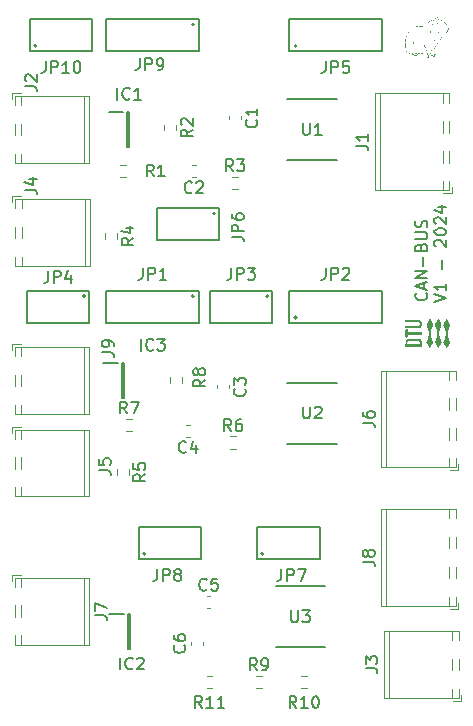
<source format=gto>
%TF.GenerationSoftware,KiCad,Pcbnew,8.0.1*%
%TF.CreationDate,2024-09-29T19:32:40+02:00*%
%TF.ProjectId,CANPCB_TESTBENCH,43414e50-4342-45f5-9445-535442454e43,rev?*%
%TF.SameCoordinates,Original*%
%TF.FileFunction,Legend,Top*%
%TF.FilePolarity,Positive*%
%FSLAX46Y46*%
G04 Gerber Fmt 4.6, Leading zero omitted, Abs format (unit mm)*
G04 Created by KiCad (PCBNEW 8.0.1) date 2024-09-29 19:32:40*
%MOMM*%
%LPD*%
G01*
G04 APERTURE LIST*
%ADD10C,0.150000*%
%ADD11C,0.000000*%
%ADD12C,0.200000*%
%ADD13C,0.152400*%
%ADD14C,0.120000*%
G04 APERTURE END LIST*
D10*
X181164636Y-76841792D02*
X181212256Y-76889411D01*
X181212256Y-76889411D02*
X181259875Y-77032268D01*
X181259875Y-77032268D02*
X181259875Y-77127506D01*
X181259875Y-77127506D02*
X181212256Y-77270363D01*
X181212256Y-77270363D02*
X181117017Y-77365601D01*
X181117017Y-77365601D02*
X181021779Y-77413220D01*
X181021779Y-77413220D02*
X180831303Y-77460839D01*
X180831303Y-77460839D02*
X180688446Y-77460839D01*
X180688446Y-77460839D02*
X180497970Y-77413220D01*
X180497970Y-77413220D02*
X180402732Y-77365601D01*
X180402732Y-77365601D02*
X180307494Y-77270363D01*
X180307494Y-77270363D02*
X180259875Y-77127506D01*
X180259875Y-77127506D02*
X180259875Y-77032268D01*
X180259875Y-77032268D02*
X180307494Y-76889411D01*
X180307494Y-76889411D02*
X180355113Y-76841792D01*
X180974160Y-76460839D02*
X180974160Y-75984649D01*
X181259875Y-76556077D02*
X180259875Y-76222744D01*
X180259875Y-76222744D02*
X181259875Y-75889411D01*
X181259875Y-75556077D02*
X180259875Y-75556077D01*
X180259875Y-75556077D02*
X181259875Y-74984649D01*
X181259875Y-74984649D02*
X180259875Y-74984649D01*
X180878922Y-74508458D02*
X180878922Y-73746554D01*
X180736065Y-72937030D02*
X180783684Y-72794173D01*
X180783684Y-72794173D02*
X180831303Y-72746554D01*
X180831303Y-72746554D02*
X180926541Y-72698935D01*
X180926541Y-72698935D02*
X181069398Y-72698935D01*
X181069398Y-72698935D02*
X181164636Y-72746554D01*
X181164636Y-72746554D02*
X181212256Y-72794173D01*
X181212256Y-72794173D02*
X181259875Y-72889411D01*
X181259875Y-72889411D02*
X181259875Y-73270363D01*
X181259875Y-73270363D02*
X180259875Y-73270363D01*
X180259875Y-73270363D02*
X180259875Y-72937030D01*
X180259875Y-72937030D02*
X180307494Y-72841792D01*
X180307494Y-72841792D02*
X180355113Y-72794173D01*
X180355113Y-72794173D02*
X180450351Y-72746554D01*
X180450351Y-72746554D02*
X180545589Y-72746554D01*
X180545589Y-72746554D02*
X180640827Y-72794173D01*
X180640827Y-72794173D02*
X180688446Y-72841792D01*
X180688446Y-72841792D02*
X180736065Y-72937030D01*
X180736065Y-72937030D02*
X180736065Y-73270363D01*
X180259875Y-72270363D02*
X181069398Y-72270363D01*
X181069398Y-72270363D02*
X181164636Y-72222744D01*
X181164636Y-72222744D02*
X181212256Y-72175125D01*
X181212256Y-72175125D02*
X181259875Y-72079887D01*
X181259875Y-72079887D02*
X181259875Y-71889411D01*
X181259875Y-71889411D02*
X181212256Y-71794173D01*
X181212256Y-71794173D02*
X181164636Y-71746554D01*
X181164636Y-71746554D02*
X181069398Y-71698935D01*
X181069398Y-71698935D02*
X180259875Y-71698935D01*
X181212256Y-71270363D02*
X181259875Y-71127506D01*
X181259875Y-71127506D02*
X181259875Y-70889411D01*
X181259875Y-70889411D02*
X181212256Y-70794173D01*
X181212256Y-70794173D02*
X181164636Y-70746554D01*
X181164636Y-70746554D02*
X181069398Y-70698935D01*
X181069398Y-70698935D02*
X180974160Y-70698935D01*
X180974160Y-70698935D02*
X180878922Y-70746554D01*
X180878922Y-70746554D02*
X180831303Y-70794173D01*
X180831303Y-70794173D02*
X180783684Y-70889411D01*
X180783684Y-70889411D02*
X180736065Y-71079887D01*
X180736065Y-71079887D02*
X180688446Y-71175125D01*
X180688446Y-71175125D02*
X180640827Y-71222744D01*
X180640827Y-71222744D02*
X180545589Y-71270363D01*
X180545589Y-71270363D02*
X180450351Y-71270363D01*
X180450351Y-71270363D02*
X180355113Y-71222744D01*
X180355113Y-71222744D02*
X180307494Y-71175125D01*
X180307494Y-71175125D02*
X180259875Y-71079887D01*
X180259875Y-71079887D02*
X180259875Y-70841792D01*
X180259875Y-70841792D02*
X180307494Y-70698935D01*
X181869819Y-77556077D02*
X182869819Y-77222744D01*
X182869819Y-77222744D02*
X181869819Y-76889411D01*
X182869819Y-76032268D02*
X182869819Y-76603696D01*
X182869819Y-76317982D02*
X181869819Y-76317982D01*
X181869819Y-76317982D02*
X182012676Y-76413220D01*
X182012676Y-76413220D02*
X182107914Y-76508458D01*
X182107914Y-76508458D02*
X182155533Y-76603696D01*
X182488866Y-74841791D02*
X182488866Y-74079887D01*
X181965057Y-72889410D02*
X181917438Y-72841791D01*
X181917438Y-72841791D02*
X181869819Y-72746553D01*
X181869819Y-72746553D02*
X181869819Y-72508458D01*
X181869819Y-72508458D02*
X181917438Y-72413220D01*
X181917438Y-72413220D02*
X181965057Y-72365601D01*
X181965057Y-72365601D02*
X182060295Y-72317982D01*
X182060295Y-72317982D02*
X182155533Y-72317982D01*
X182155533Y-72317982D02*
X182298390Y-72365601D01*
X182298390Y-72365601D02*
X182869819Y-72937029D01*
X182869819Y-72937029D02*
X182869819Y-72317982D01*
X181869819Y-71698934D02*
X181869819Y-71603696D01*
X181869819Y-71603696D02*
X181917438Y-71508458D01*
X181917438Y-71508458D02*
X181965057Y-71460839D01*
X181965057Y-71460839D02*
X182060295Y-71413220D01*
X182060295Y-71413220D02*
X182250771Y-71365601D01*
X182250771Y-71365601D02*
X182488866Y-71365601D01*
X182488866Y-71365601D02*
X182679342Y-71413220D01*
X182679342Y-71413220D02*
X182774580Y-71460839D01*
X182774580Y-71460839D02*
X182822200Y-71508458D01*
X182822200Y-71508458D02*
X182869819Y-71603696D01*
X182869819Y-71603696D02*
X182869819Y-71698934D01*
X182869819Y-71698934D02*
X182822200Y-71794172D01*
X182822200Y-71794172D02*
X182774580Y-71841791D01*
X182774580Y-71841791D02*
X182679342Y-71889410D01*
X182679342Y-71889410D02*
X182488866Y-71937029D01*
X182488866Y-71937029D02*
X182250771Y-71937029D01*
X182250771Y-71937029D02*
X182060295Y-71889410D01*
X182060295Y-71889410D02*
X181965057Y-71841791D01*
X181965057Y-71841791D02*
X181917438Y-71794172D01*
X181917438Y-71794172D02*
X181869819Y-71698934D01*
X181965057Y-70984648D02*
X181917438Y-70937029D01*
X181917438Y-70937029D02*
X181869819Y-70841791D01*
X181869819Y-70841791D02*
X181869819Y-70603696D01*
X181869819Y-70603696D02*
X181917438Y-70508458D01*
X181917438Y-70508458D02*
X181965057Y-70460839D01*
X181965057Y-70460839D02*
X182060295Y-70413220D01*
X182060295Y-70413220D02*
X182155533Y-70413220D01*
X182155533Y-70413220D02*
X182298390Y-70460839D01*
X182298390Y-70460839D02*
X182869819Y-71032267D01*
X182869819Y-71032267D02*
X182869819Y-70413220D01*
X182203152Y-69556077D02*
X182869819Y-69556077D01*
X181822200Y-69794172D02*
X182536485Y-70032267D01*
X182536485Y-70032267D02*
X182536485Y-69413220D01*
X155273810Y-108704819D02*
X155273810Y-107704819D01*
X156321428Y-108609580D02*
X156273809Y-108657200D01*
X156273809Y-108657200D02*
X156130952Y-108704819D01*
X156130952Y-108704819D02*
X156035714Y-108704819D01*
X156035714Y-108704819D02*
X155892857Y-108657200D01*
X155892857Y-108657200D02*
X155797619Y-108561961D01*
X155797619Y-108561961D02*
X155750000Y-108466723D01*
X155750000Y-108466723D02*
X155702381Y-108276247D01*
X155702381Y-108276247D02*
X155702381Y-108133390D01*
X155702381Y-108133390D02*
X155750000Y-107942914D01*
X155750000Y-107942914D02*
X155797619Y-107847676D01*
X155797619Y-107847676D02*
X155892857Y-107752438D01*
X155892857Y-107752438D02*
X156035714Y-107704819D01*
X156035714Y-107704819D02*
X156130952Y-107704819D01*
X156130952Y-107704819D02*
X156273809Y-107752438D01*
X156273809Y-107752438D02*
X156321428Y-107800057D01*
X156702381Y-107800057D02*
X156750000Y-107752438D01*
X156750000Y-107752438D02*
X156845238Y-107704819D01*
X156845238Y-107704819D02*
X157083333Y-107704819D01*
X157083333Y-107704819D02*
X157178571Y-107752438D01*
X157178571Y-107752438D02*
X157226190Y-107800057D01*
X157226190Y-107800057D02*
X157273809Y-107895295D01*
X157273809Y-107895295D02*
X157273809Y-107990533D01*
X157273809Y-107990533D02*
X157226190Y-108133390D01*
X157226190Y-108133390D02*
X156654762Y-108704819D01*
X156654762Y-108704819D02*
X157273809Y-108704819D01*
X169738095Y-103704819D02*
X169738095Y-104514342D01*
X169738095Y-104514342D02*
X169785714Y-104609580D01*
X169785714Y-104609580D02*
X169833333Y-104657200D01*
X169833333Y-104657200D02*
X169928571Y-104704819D01*
X169928571Y-104704819D02*
X170119047Y-104704819D01*
X170119047Y-104704819D02*
X170214285Y-104657200D01*
X170214285Y-104657200D02*
X170261904Y-104609580D01*
X170261904Y-104609580D02*
X170309523Y-104514342D01*
X170309523Y-104514342D02*
X170309523Y-103704819D01*
X170690476Y-103704819D02*
X171309523Y-103704819D01*
X171309523Y-103704819D02*
X170976190Y-104085771D01*
X170976190Y-104085771D02*
X171119047Y-104085771D01*
X171119047Y-104085771D02*
X171214285Y-104133390D01*
X171214285Y-104133390D02*
X171261904Y-104181009D01*
X171261904Y-104181009D02*
X171309523Y-104276247D01*
X171309523Y-104276247D02*
X171309523Y-104514342D01*
X171309523Y-104514342D02*
X171261904Y-104609580D01*
X171261904Y-104609580D02*
X171214285Y-104657200D01*
X171214285Y-104657200D02*
X171119047Y-104704819D01*
X171119047Y-104704819D02*
X170833333Y-104704819D01*
X170833333Y-104704819D02*
X170738095Y-104657200D01*
X170738095Y-104657200D02*
X170690476Y-104609580D01*
X170738095Y-86454819D02*
X170738095Y-87264342D01*
X170738095Y-87264342D02*
X170785714Y-87359580D01*
X170785714Y-87359580D02*
X170833333Y-87407200D01*
X170833333Y-87407200D02*
X170928571Y-87454819D01*
X170928571Y-87454819D02*
X171119047Y-87454819D01*
X171119047Y-87454819D02*
X171214285Y-87407200D01*
X171214285Y-87407200D02*
X171261904Y-87359580D01*
X171261904Y-87359580D02*
X171309523Y-87264342D01*
X171309523Y-87264342D02*
X171309523Y-86454819D01*
X171738095Y-86550057D02*
X171785714Y-86502438D01*
X171785714Y-86502438D02*
X171880952Y-86454819D01*
X171880952Y-86454819D02*
X172119047Y-86454819D01*
X172119047Y-86454819D02*
X172214285Y-86502438D01*
X172214285Y-86502438D02*
X172261904Y-86550057D01*
X172261904Y-86550057D02*
X172309523Y-86645295D01*
X172309523Y-86645295D02*
X172309523Y-86740533D01*
X172309523Y-86740533D02*
X172261904Y-86883390D01*
X172261904Y-86883390D02*
X171690476Y-87454819D01*
X171690476Y-87454819D02*
X172309523Y-87454819D01*
X170738095Y-62454819D02*
X170738095Y-63264342D01*
X170738095Y-63264342D02*
X170785714Y-63359580D01*
X170785714Y-63359580D02*
X170833333Y-63407200D01*
X170833333Y-63407200D02*
X170928571Y-63454819D01*
X170928571Y-63454819D02*
X171119047Y-63454819D01*
X171119047Y-63454819D02*
X171214285Y-63407200D01*
X171214285Y-63407200D02*
X171261904Y-63359580D01*
X171261904Y-63359580D02*
X171309523Y-63264342D01*
X171309523Y-63264342D02*
X171309523Y-62454819D01*
X172309523Y-63454819D02*
X171738095Y-63454819D01*
X172023809Y-63454819D02*
X172023809Y-62454819D01*
X172023809Y-62454819D02*
X171928571Y-62597676D01*
X171928571Y-62597676D02*
X171833333Y-62692914D01*
X171833333Y-62692914D02*
X171738095Y-62740533D01*
X162182142Y-111954819D02*
X161848809Y-111478628D01*
X161610714Y-111954819D02*
X161610714Y-110954819D01*
X161610714Y-110954819D02*
X161991666Y-110954819D01*
X161991666Y-110954819D02*
X162086904Y-111002438D01*
X162086904Y-111002438D02*
X162134523Y-111050057D01*
X162134523Y-111050057D02*
X162182142Y-111145295D01*
X162182142Y-111145295D02*
X162182142Y-111288152D01*
X162182142Y-111288152D02*
X162134523Y-111383390D01*
X162134523Y-111383390D02*
X162086904Y-111431009D01*
X162086904Y-111431009D02*
X161991666Y-111478628D01*
X161991666Y-111478628D02*
X161610714Y-111478628D01*
X163134523Y-111954819D02*
X162563095Y-111954819D01*
X162848809Y-111954819D02*
X162848809Y-110954819D01*
X162848809Y-110954819D02*
X162753571Y-111097676D01*
X162753571Y-111097676D02*
X162658333Y-111192914D01*
X162658333Y-111192914D02*
X162563095Y-111240533D01*
X164086904Y-111954819D02*
X163515476Y-111954819D01*
X163801190Y-111954819D02*
X163801190Y-110954819D01*
X163801190Y-110954819D02*
X163705952Y-111097676D01*
X163705952Y-111097676D02*
X163610714Y-111192914D01*
X163610714Y-111192914D02*
X163515476Y-111240533D01*
X170182142Y-111954819D02*
X169848809Y-111478628D01*
X169610714Y-111954819D02*
X169610714Y-110954819D01*
X169610714Y-110954819D02*
X169991666Y-110954819D01*
X169991666Y-110954819D02*
X170086904Y-111002438D01*
X170086904Y-111002438D02*
X170134523Y-111050057D01*
X170134523Y-111050057D02*
X170182142Y-111145295D01*
X170182142Y-111145295D02*
X170182142Y-111288152D01*
X170182142Y-111288152D02*
X170134523Y-111383390D01*
X170134523Y-111383390D02*
X170086904Y-111431009D01*
X170086904Y-111431009D02*
X169991666Y-111478628D01*
X169991666Y-111478628D02*
X169610714Y-111478628D01*
X171134523Y-111954819D02*
X170563095Y-111954819D01*
X170848809Y-111954819D02*
X170848809Y-110954819D01*
X170848809Y-110954819D02*
X170753571Y-111097676D01*
X170753571Y-111097676D02*
X170658333Y-111192914D01*
X170658333Y-111192914D02*
X170563095Y-111240533D01*
X171753571Y-110954819D02*
X171848809Y-110954819D01*
X171848809Y-110954819D02*
X171944047Y-111002438D01*
X171944047Y-111002438D02*
X171991666Y-111050057D01*
X171991666Y-111050057D02*
X172039285Y-111145295D01*
X172039285Y-111145295D02*
X172086904Y-111335771D01*
X172086904Y-111335771D02*
X172086904Y-111573866D01*
X172086904Y-111573866D02*
X172039285Y-111764342D01*
X172039285Y-111764342D02*
X171991666Y-111859580D01*
X171991666Y-111859580D02*
X171944047Y-111907200D01*
X171944047Y-111907200D02*
X171848809Y-111954819D01*
X171848809Y-111954819D02*
X171753571Y-111954819D01*
X171753571Y-111954819D02*
X171658333Y-111907200D01*
X171658333Y-111907200D02*
X171610714Y-111859580D01*
X171610714Y-111859580D02*
X171563095Y-111764342D01*
X171563095Y-111764342D02*
X171515476Y-111573866D01*
X171515476Y-111573866D02*
X171515476Y-111335771D01*
X171515476Y-111335771D02*
X171563095Y-111145295D01*
X171563095Y-111145295D02*
X171610714Y-111050057D01*
X171610714Y-111050057D02*
X171658333Y-111002438D01*
X171658333Y-111002438D02*
X171753571Y-110954819D01*
X166833333Y-108774819D02*
X166500000Y-108298628D01*
X166261905Y-108774819D02*
X166261905Y-107774819D01*
X166261905Y-107774819D02*
X166642857Y-107774819D01*
X166642857Y-107774819D02*
X166738095Y-107822438D01*
X166738095Y-107822438D02*
X166785714Y-107870057D01*
X166785714Y-107870057D02*
X166833333Y-107965295D01*
X166833333Y-107965295D02*
X166833333Y-108108152D01*
X166833333Y-108108152D02*
X166785714Y-108203390D01*
X166785714Y-108203390D02*
X166738095Y-108251009D01*
X166738095Y-108251009D02*
X166642857Y-108298628D01*
X166642857Y-108298628D02*
X166261905Y-108298628D01*
X167309524Y-108774819D02*
X167500000Y-108774819D01*
X167500000Y-108774819D02*
X167595238Y-108727200D01*
X167595238Y-108727200D02*
X167642857Y-108679580D01*
X167642857Y-108679580D02*
X167738095Y-108536723D01*
X167738095Y-108536723D02*
X167785714Y-108346247D01*
X167785714Y-108346247D02*
X167785714Y-107965295D01*
X167785714Y-107965295D02*
X167738095Y-107870057D01*
X167738095Y-107870057D02*
X167690476Y-107822438D01*
X167690476Y-107822438D02*
X167595238Y-107774819D01*
X167595238Y-107774819D02*
X167404762Y-107774819D01*
X167404762Y-107774819D02*
X167309524Y-107822438D01*
X167309524Y-107822438D02*
X167261905Y-107870057D01*
X167261905Y-107870057D02*
X167214286Y-107965295D01*
X167214286Y-107965295D02*
X167214286Y-108203390D01*
X167214286Y-108203390D02*
X167261905Y-108298628D01*
X167261905Y-108298628D02*
X167309524Y-108346247D01*
X167309524Y-108346247D02*
X167404762Y-108393866D01*
X167404762Y-108393866D02*
X167595238Y-108393866D01*
X167595238Y-108393866D02*
X167690476Y-108346247D01*
X167690476Y-108346247D02*
X167738095Y-108298628D01*
X167738095Y-108298628D02*
X167785714Y-108203390D01*
X162454819Y-84166666D02*
X161978628Y-84499999D01*
X162454819Y-84738094D02*
X161454819Y-84738094D01*
X161454819Y-84738094D02*
X161454819Y-84357142D01*
X161454819Y-84357142D02*
X161502438Y-84261904D01*
X161502438Y-84261904D02*
X161550057Y-84214285D01*
X161550057Y-84214285D02*
X161645295Y-84166666D01*
X161645295Y-84166666D02*
X161788152Y-84166666D01*
X161788152Y-84166666D02*
X161883390Y-84214285D01*
X161883390Y-84214285D02*
X161931009Y-84261904D01*
X161931009Y-84261904D02*
X161978628Y-84357142D01*
X161978628Y-84357142D02*
X161978628Y-84738094D01*
X161883390Y-83595237D02*
X161835771Y-83690475D01*
X161835771Y-83690475D02*
X161788152Y-83738094D01*
X161788152Y-83738094D02*
X161692914Y-83785713D01*
X161692914Y-83785713D02*
X161645295Y-83785713D01*
X161645295Y-83785713D02*
X161550057Y-83738094D01*
X161550057Y-83738094D02*
X161502438Y-83690475D01*
X161502438Y-83690475D02*
X161454819Y-83595237D01*
X161454819Y-83595237D02*
X161454819Y-83404761D01*
X161454819Y-83404761D02*
X161502438Y-83309523D01*
X161502438Y-83309523D02*
X161550057Y-83261904D01*
X161550057Y-83261904D02*
X161645295Y-83214285D01*
X161645295Y-83214285D02*
X161692914Y-83214285D01*
X161692914Y-83214285D02*
X161788152Y-83261904D01*
X161788152Y-83261904D02*
X161835771Y-83309523D01*
X161835771Y-83309523D02*
X161883390Y-83404761D01*
X161883390Y-83404761D02*
X161883390Y-83595237D01*
X161883390Y-83595237D02*
X161931009Y-83690475D01*
X161931009Y-83690475D02*
X161978628Y-83738094D01*
X161978628Y-83738094D02*
X162073866Y-83785713D01*
X162073866Y-83785713D02*
X162264342Y-83785713D01*
X162264342Y-83785713D02*
X162359580Y-83738094D01*
X162359580Y-83738094D02*
X162407200Y-83690475D01*
X162407200Y-83690475D02*
X162454819Y-83595237D01*
X162454819Y-83595237D02*
X162454819Y-83404761D01*
X162454819Y-83404761D02*
X162407200Y-83309523D01*
X162407200Y-83309523D02*
X162359580Y-83261904D01*
X162359580Y-83261904D02*
X162264342Y-83214285D01*
X162264342Y-83214285D02*
X162073866Y-83214285D01*
X162073866Y-83214285D02*
X161978628Y-83261904D01*
X161978628Y-83261904D02*
X161931009Y-83309523D01*
X161931009Y-83309523D02*
X161883390Y-83404761D01*
X155833333Y-87024819D02*
X155500000Y-86548628D01*
X155261905Y-87024819D02*
X155261905Y-86024819D01*
X155261905Y-86024819D02*
X155642857Y-86024819D01*
X155642857Y-86024819D02*
X155738095Y-86072438D01*
X155738095Y-86072438D02*
X155785714Y-86120057D01*
X155785714Y-86120057D02*
X155833333Y-86215295D01*
X155833333Y-86215295D02*
X155833333Y-86358152D01*
X155833333Y-86358152D02*
X155785714Y-86453390D01*
X155785714Y-86453390D02*
X155738095Y-86501009D01*
X155738095Y-86501009D02*
X155642857Y-86548628D01*
X155642857Y-86548628D02*
X155261905Y-86548628D01*
X156166667Y-86024819D02*
X156833333Y-86024819D01*
X156833333Y-86024819D02*
X156404762Y-87024819D01*
X164658333Y-88524819D02*
X164325000Y-88048628D01*
X164086905Y-88524819D02*
X164086905Y-87524819D01*
X164086905Y-87524819D02*
X164467857Y-87524819D01*
X164467857Y-87524819D02*
X164563095Y-87572438D01*
X164563095Y-87572438D02*
X164610714Y-87620057D01*
X164610714Y-87620057D02*
X164658333Y-87715295D01*
X164658333Y-87715295D02*
X164658333Y-87858152D01*
X164658333Y-87858152D02*
X164610714Y-87953390D01*
X164610714Y-87953390D02*
X164563095Y-88001009D01*
X164563095Y-88001009D02*
X164467857Y-88048628D01*
X164467857Y-88048628D02*
X164086905Y-88048628D01*
X165515476Y-87524819D02*
X165325000Y-87524819D01*
X165325000Y-87524819D02*
X165229762Y-87572438D01*
X165229762Y-87572438D02*
X165182143Y-87620057D01*
X165182143Y-87620057D02*
X165086905Y-87762914D01*
X165086905Y-87762914D02*
X165039286Y-87953390D01*
X165039286Y-87953390D02*
X165039286Y-88334342D01*
X165039286Y-88334342D02*
X165086905Y-88429580D01*
X165086905Y-88429580D02*
X165134524Y-88477200D01*
X165134524Y-88477200D02*
X165229762Y-88524819D01*
X165229762Y-88524819D02*
X165420238Y-88524819D01*
X165420238Y-88524819D02*
X165515476Y-88477200D01*
X165515476Y-88477200D02*
X165563095Y-88429580D01*
X165563095Y-88429580D02*
X165610714Y-88334342D01*
X165610714Y-88334342D02*
X165610714Y-88096247D01*
X165610714Y-88096247D02*
X165563095Y-88001009D01*
X165563095Y-88001009D02*
X165515476Y-87953390D01*
X165515476Y-87953390D02*
X165420238Y-87905771D01*
X165420238Y-87905771D02*
X165229762Y-87905771D01*
X165229762Y-87905771D02*
X165134524Y-87953390D01*
X165134524Y-87953390D02*
X165086905Y-88001009D01*
X165086905Y-88001009D02*
X165039286Y-88096247D01*
X157384819Y-92166666D02*
X156908628Y-92499999D01*
X157384819Y-92738094D02*
X156384819Y-92738094D01*
X156384819Y-92738094D02*
X156384819Y-92357142D01*
X156384819Y-92357142D02*
X156432438Y-92261904D01*
X156432438Y-92261904D02*
X156480057Y-92214285D01*
X156480057Y-92214285D02*
X156575295Y-92166666D01*
X156575295Y-92166666D02*
X156718152Y-92166666D01*
X156718152Y-92166666D02*
X156813390Y-92214285D01*
X156813390Y-92214285D02*
X156861009Y-92261904D01*
X156861009Y-92261904D02*
X156908628Y-92357142D01*
X156908628Y-92357142D02*
X156908628Y-92738094D01*
X156384819Y-91261904D02*
X156384819Y-91738094D01*
X156384819Y-91738094D02*
X156861009Y-91785713D01*
X156861009Y-91785713D02*
X156813390Y-91738094D01*
X156813390Y-91738094D02*
X156765771Y-91642856D01*
X156765771Y-91642856D02*
X156765771Y-91404761D01*
X156765771Y-91404761D02*
X156813390Y-91309523D01*
X156813390Y-91309523D02*
X156861009Y-91261904D01*
X156861009Y-91261904D02*
X156956247Y-91214285D01*
X156956247Y-91214285D02*
X157194342Y-91214285D01*
X157194342Y-91214285D02*
X157289580Y-91261904D01*
X157289580Y-91261904D02*
X157337200Y-91309523D01*
X157337200Y-91309523D02*
X157384819Y-91404761D01*
X157384819Y-91404761D02*
X157384819Y-91642856D01*
X157384819Y-91642856D02*
X157337200Y-91738094D01*
X157337200Y-91738094D02*
X157289580Y-91785713D01*
X156384819Y-72166666D02*
X155908628Y-72499999D01*
X156384819Y-72738094D02*
X155384819Y-72738094D01*
X155384819Y-72738094D02*
X155384819Y-72357142D01*
X155384819Y-72357142D02*
X155432438Y-72261904D01*
X155432438Y-72261904D02*
X155480057Y-72214285D01*
X155480057Y-72214285D02*
X155575295Y-72166666D01*
X155575295Y-72166666D02*
X155718152Y-72166666D01*
X155718152Y-72166666D02*
X155813390Y-72214285D01*
X155813390Y-72214285D02*
X155861009Y-72261904D01*
X155861009Y-72261904D02*
X155908628Y-72357142D01*
X155908628Y-72357142D02*
X155908628Y-72738094D01*
X155718152Y-71309523D02*
X156384819Y-71309523D01*
X155337200Y-71547618D02*
X156051485Y-71785713D01*
X156051485Y-71785713D02*
X156051485Y-71166666D01*
X164833333Y-66524819D02*
X164500000Y-66048628D01*
X164261905Y-66524819D02*
X164261905Y-65524819D01*
X164261905Y-65524819D02*
X164642857Y-65524819D01*
X164642857Y-65524819D02*
X164738095Y-65572438D01*
X164738095Y-65572438D02*
X164785714Y-65620057D01*
X164785714Y-65620057D02*
X164833333Y-65715295D01*
X164833333Y-65715295D02*
X164833333Y-65858152D01*
X164833333Y-65858152D02*
X164785714Y-65953390D01*
X164785714Y-65953390D02*
X164738095Y-66001009D01*
X164738095Y-66001009D02*
X164642857Y-66048628D01*
X164642857Y-66048628D02*
X164261905Y-66048628D01*
X165166667Y-65524819D02*
X165785714Y-65524819D01*
X165785714Y-65524819D02*
X165452381Y-65905771D01*
X165452381Y-65905771D02*
X165595238Y-65905771D01*
X165595238Y-65905771D02*
X165690476Y-65953390D01*
X165690476Y-65953390D02*
X165738095Y-66001009D01*
X165738095Y-66001009D02*
X165785714Y-66096247D01*
X165785714Y-66096247D02*
X165785714Y-66334342D01*
X165785714Y-66334342D02*
X165738095Y-66429580D01*
X165738095Y-66429580D02*
X165690476Y-66477200D01*
X165690476Y-66477200D02*
X165595238Y-66524819D01*
X165595238Y-66524819D02*
X165309524Y-66524819D01*
X165309524Y-66524819D02*
X165214286Y-66477200D01*
X165214286Y-66477200D02*
X165166667Y-66429580D01*
X161384819Y-62991666D02*
X160908628Y-63324999D01*
X161384819Y-63563094D02*
X160384819Y-63563094D01*
X160384819Y-63563094D02*
X160384819Y-63182142D01*
X160384819Y-63182142D02*
X160432438Y-63086904D01*
X160432438Y-63086904D02*
X160480057Y-63039285D01*
X160480057Y-63039285D02*
X160575295Y-62991666D01*
X160575295Y-62991666D02*
X160718152Y-62991666D01*
X160718152Y-62991666D02*
X160813390Y-63039285D01*
X160813390Y-63039285D02*
X160861009Y-63086904D01*
X160861009Y-63086904D02*
X160908628Y-63182142D01*
X160908628Y-63182142D02*
X160908628Y-63563094D01*
X160480057Y-62610713D02*
X160432438Y-62563094D01*
X160432438Y-62563094D02*
X160384819Y-62467856D01*
X160384819Y-62467856D02*
X160384819Y-62229761D01*
X160384819Y-62229761D02*
X160432438Y-62134523D01*
X160432438Y-62134523D02*
X160480057Y-62086904D01*
X160480057Y-62086904D02*
X160575295Y-62039285D01*
X160575295Y-62039285D02*
X160670533Y-62039285D01*
X160670533Y-62039285D02*
X160813390Y-62086904D01*
X160813390Y-62086904D02*
X161384819Y-62658332D01*
X161384819Y-62658332D02*
X161384819Y-62039285D01*
X158083333Y-66954819D02*
X157750000Y-66478628D01*
X157511905Y-66954819D02*
X157511905Y-65954819D01*
X157511905Y-65954819D02*
X157892857Y-65954819D01*
X157892857Y-65954819D02*
X157988095Y-66002438D01*
X157988095Y-66002438D02*
X158035714Y-66050057D01*
X158035714Y-66050057D02*
X158083333Y-66145295D01*
X158083333Y-66145295D02*
X158083333Y-66288152D01*
X158083333Y-66288152D02*
X158035714Y-66383390D01*
X158035714Y-66383390D02*
X157988095Y-66431009D01*
X157988095Y-66431009D02*
X157892857Y-66478628D01*
X157892857Y-66478628D02*
X157511905Y-66478628D01*
X159035714Y-66954819D02*
X158464286Y-66954819D01*
X158750000Y-66954819D02*
X158750000Y-65954819D01*
X158750000Y-65954819D02*
X158654762Y-66097676D01*
X158654762Y-66097676D02*
X158559524Y-66192914D01*
X158559524Y-66192914D02*
X158464286Y-66240533D01*
X148940476Y-57204819D02*
X148940476Y-57919104D01*
X148940476Y-57919104D02*
X148892857Y-58061961D01*
X148892857Y-58061961D02*
X148797619Y-58157200D01*
X148797619Y-58157200D02*
X148654762Y-58204819D01*
X148654762Y-58204819D02*
X148559524Y-58204819D01*
X149416667Y-58204819D02*
X149416667Y-57204819D01*
X149416667Y-57204819D02*
X149797619Y-57204819D01*
X149797619Y-57204819D02*
X149892857Y-57252438D01*
X149892857Y-57252438D02*
X149940476Y-57300057D01*
X149940476Y-57300057D02*
X149988095Y-57395295D01*
X149988095Y-57395295D02*
X149988095Y-57538152D01*
X149988095Y-57538152D02*
X149940476Y-57633390D01*
X149940476Y-57633390D02*
X149892857Y-57681009D01*
X149892857Y-57681009D02*
X149797619Y-57728628D01*
X149797619Y-57728628D02*
X149416667Y-57728628D01*
X150940476Y-58204819D02*
X150369048Y-58204819D01*
X150654762Y-58204819D02*
X150654762Y-57204819D01*
X150654762Y-57204819D02*
X150559524Y-57347676D01*
X150559524Y-57347676D02*
X150464286Y-57442914D01*
X150464286Y-57442914D02*
X150369048Y-57490533D01*
X151559524Y-57204819D02*
X151654762Y-57204819D01*
X151654762Y-57204819D02*
X151750000Y-57252438D01*
X151750000Y-57252438D02*
X151797619Y-57300057D01*
X151797619Y-57300057D02*
X151845238Y-57395295D01*
X151845238Y-57395295D02*
X151892857Y-57585771D01*
X151892857Y-57585771D02*
X151892857Y-57823866D01*
X151892857Y-57823866D02*
X151845238Y-58014342D01*
X151845238Y-58014342D02*
X151797619Y-58109580D01*
X151797619Y-58109580D02*
X151750000Y-58157200D01*
X151750000Y-58157200D02*
X151654762Y-58204819D01*
X151654762Y-58204819D02*
X151559524Y-58204819D01*
X151559524Y-58204819D02*
X151464286Y-58157200D01*
X151464286Y-58157200D02*
X151416667Y-58109580D01*
X151416667Y-58109580D02*
X151369048Y-58014342D01*
X151369048Y-58014342D02*
X151321429Y-57823866D01*
X151321429Y-57823866D02*
X151321429Y-57585771D01*
X151321429Y-57585771D02*
X151369048Y-57395295D01*
X151369048Y-57395295D02*
X151416667Y-57300057D01*
X151416667Y-57300057D02*
X151464286Y-57252438D01*
X151464286Y-57252438D02*
X151559524Y-57204819D01*
X156916666Y-56954819D02*
X156916666Y-57669104D01*
X156916666Y-57669104D02*
X156869047Y-57811961D01*
X156869047Y-57811961D02*
X156773809Y-57907200D01*
X156773809Y-57907200D02*
X156630952Y-57954819D01*
X156630952Y-57954819D02*
X156535714Y-57954819D01*
X157392857Y-57954819D02*
X157392857Y-56954819D01*
X157392857Y-56954819D02*
X157773809Y-56954819D01*
X157773809Y-56954819D02*
X157869047Y-57002438D01*
X157869047Y-57002438D02*
X157916666Y-57050057D01*
X157916666Y-57050057D02*
X157964285Y-57145295D01*
X157964285Y-57145295D02*
X157964285Y-57288152D01*
X157964285Y-57288152D02*
X157916666Y-57383390D01*
X157916666Y-57383390D02*
X157869047Y-57431009D01*
X157869047Y-57431009D02*
X157773809Y-57478628D01*
X157773809Y-57478628D02*
X157392857Y-57478628D01*
X158440476Y-57954819D02*
X158630952Y-57954819D01*
X158630952Y-57954819D02*
X158726190Y-57907200D01*
X158726190Y-57907200D02*
X158773809Y-57859580D01*
X158773809Y-57859580D02*
X158869047Y-57716723D01*
X158869047Y-57716723D02*
X158916666Y-57526247D01*
X158916666Y-57526247D02*
X158916666Y-57145295D01*
X158916666Y-57145295D02*
X158869047Y-57050057D01*
X158869047Y-57050057D02*
X158821428Y-57002438D01*
X158821428Y-57002438D02*
X158726190Y-56954819D01*
X158726190Y-56954819D02*
X158535714Y-56954819D01*
X158535714Y-56954819D02*
X158440476Y-57002438D01*
X158440476Y-57002438D02*
X158392857Y-57050057D01*
X158392857Y-57050057D02*
X158345238Y-57145295D01*
X158345238Y-57145295D02*
X158345238Y-57383390D01*
X158345238Y-57383390D02*
X158392857Y-57478628D01*
X158392857Y-57478628D02*
X158440476Y-57526247D01*
X158440476Y-57526247D02*
X158535714Y-57573866D01*
X158535714Y-57573866D02*
X158726190Y-57573866D01*
X158726190Y-57573866D02*
X158821428Y-57526247D01*
X158821428Y-57526247D02*
X158869047Y-57478628D01*
X158869047Y-57478628D02*
X158916666Y-57383390D01*
X158416666Y-100204819D02*
X158416666Y-100919104D01*
X158416666Y-100919104D02*
X158369047Y-101061961D01*
X158369047Y-101061961D02*
X158273809Y-101157200D01*
X158273809Y-101157200D02*
X158130952Y-101204819D01*
X158130952Y-101204819D02*
X158035714Y-101204819D01*
X158892857Y-101204819D02*
X158892857Y-100204819D01*
X158892857Y-100204819D02*
X159273809Y-100204819D01*
X159273809Y-100204819D02*
X159369047Y-100252438D01*
X159369047Y-100252438D02*
X159416666Y-100300057D01*
X159416666Y-100300057D02*
X159464285Y-100395295D01*
X159464285Y-100395295D02*
X159464285Y-100538152D01*
X159464285Y-100538152D02*
X159416666Y-100633390D01*
X159416666Y-100633390D02*
X159369047Y-100681009D01*
X159369047Y-100681009D02*
X159273809Y-100728628D01*
X159273809Y-100728628D02*
X158892857Y-100728628D01*
X160035714Y-100633390D02*
X159940476Y-100585771D01*
X159940476Y-100585771D02*
X159892857Y-100538152D01*
X159892857Y-100538152D02*
X159845238Y-100442914D01*
X159845238Y-100442914D02*
X159845238Y-100395295D01*
X159845238Y-100395295D02*
X159892857Y-100300057D01*
X159892857Y-100300057D02*
X159940476Y-100252438D01*
X159940476Y-100252438D02*
X160035714Y-100204819D01*
X160035714Y-100204819D02*
X160226190Y-100204819D01*
X160226190Y-100204819D02*
X160321428Y-100252438D01*
X160321428Y-100252438D02*
X160369047Y-100300057D01*
X160369047Y-100300057D02*
X160416666Y-100395295D01*
X160416666Y-100395295D02*
X160416666Y-100442914D01*
X160416666Y-100442914D02*
X160369047Y-100538152D01*
X160369047Y-100538152D02*
X160321428Y-100585771D01*
X160321428Y-100585771D02*
X160226190Y-100633390D01*
X160226190Y-100633390D02*
X160035714Y-100633390D01*
X160035714Y-100633390D02*
X159940476Y-100681009D01*
X159940476Y-100681009D02*
X159892857Y-100728628D01*
X159892857Y-100728628D02*
X159845238Y-100823866D01*
X159845238Y-100823866D02*
X159845238Y-101014342D01*
X159845238Y-101014342D02*
X159892857Y-101109580D01*
X159892857Y-101109580D02*
X159940476Y-101157200D01*
X159940476Y-101157200D02*
X160035714Y-101204819D01*
X160035714Y-101204819D02*
X160226190Y-101204819D01*
X160226190Y-101204819D02*
X160321428Y-101157200D01*
X160321428Y-101157200D02*
X160369047Y-101109580D01*
X160369047Y-101109580D02*
X160416666Y-101014342D01*
X160416666Y-101014342D02*
X160416666Y-100823866D01*
X160416666Y-100823866D02*
X160369047Y-100728628D01*
X160369047Y-100728628D02*
X160321428Y-100681009D01*
X160321428Y-100681009D02*
X160226190Y-100633390D01*
X168916666Y-100204819D02*
X168916666Y-100919104D01*
X168916666Y-100919104D02*
X168869047Y-101061961D01*
X168869047Y-101061961D02*
X168773809Y-101157200D01*
X168773809Y-101157200D02*
X168630952Y-101204819D01*
X168630952Y-101204819D02*
X168535714Y-101204819D01*
X169392857Y-101204819D02*
X169392857Y-100204819D01*
X169392857Y-100204819D02*
X169773809Y-100204819D01*
X169773809Y-100204819D02*
X169869047Y-100252438D01*
X169869047Y-100252438D02*
X169916666Y-100300057D01*
X169916666Y-100300057D02*
X169964285Y-100395295D01*
X169964285Y-100395295D02*
X169964285Y-100538152D01*
X169964285Y-100538152D02*
X169916666Y-100633390D01*
X169916666Y-100633390D02*
X169869047Y-100681009D01*
X169869047Y-100681009D02*
X169773809Y-100728628D01*
X169773809Y-100728628D02*
X169392857Y-100728628D01*
X170297619Y-100204819D02*
X170964285Y-100204819D01*
X170964285Y-100204819D02*
X170535714Y-101204819D01*
X164704819Y-72083333D02*
X165419104Y-72083333D01*
X165419104Y-72083333D02*
X165561961Y-72130952D01*
X165561961Y-72130952D02*
X165657200Y-72226190D01*
X165657200Y-72226190D02*
X165704819Y-72369047D01*
X165704819Y-72369047D02*
X165704819Y-72464285D01*
X165704819Y-71607142D02*
X164704819Y-71607142D01*
X164704819Y-71607142D02*
X164704819Y-71226190D01*
X164704819Y-71226190D02*
X164752438Y-71130952D01*
X164752438Y-71130952D02*
X164800057Y-71083333D01*
X164800057Y-71083333D02*
X164895295Y-71035714D01*
X164895295Y-71035714D02*
X165038152Y-71035714D01*
X165038152Y-71035714D02*
X165133390Y-71083333D01*
X165133390Y-71083333D02*
X165181009Y-71130952D01*
X165181009Y-71130952D02*
X165228628Y-71226190D01*
X165228628Y-71226190D02*
X165228628Y-71607142D01*
X164704819Y-70178571D02*
X164704819Y-70369047D01*
X164704819Y-70369047D02*
X164752438Y-70464285D01*
X164752438Y-70464285D02*
X164800057Y-70511904D01*
X164800057Y-70511904D02*
X164942914Y-70607142D01*
X164942914Y-70607142D02*
X165133390Y-70654761D01*
X165133390Y-70654761D02*
X165514342Y-70654761D01*
X165514342Y-70654761D02*
X165609580Y-70607142D01*
X165609580Y-70607142D02*
X165657200Y-70559523D01*
X165657200Y-70559523D02*
X165704819Y-70464285D01*
X165704819Y-70464285D02*
X165704819Y-70273809D01*
X165704819Y-70273809D02*
X165657200Y-70178571D01*
X165657200Y-70178571D02*
X165609580Y-70130952D01*
X165609580Y-70130952D02*
X165514342Y-70083333D01*
X165514342Y-70083333D02*
X165276247Y-70083333D01*
X165276247Y-70083333D02*
X165181009Y-70130952D01*
X165181009Y-70130952D02*
X165133390Y-70178571D01*
X165133390Y-70178571D02*
X165085771Y-70273809D01*
X165085771Y-70273809D02*
X165085771Y-70464285D01*
X165085771Y-70464285D02*
X165133390Y-70559523D01*
X165133390Y-70559523D02*
X165181009Y-70607142D01*
X165181009Y-70607142D02*
X165276247Y-70654761D01*
X172666666Y-57204819D02*
X172666666Y-57919104D01*
X172666666Y-57919104D02*
X172619047Y-58061961D01*
X172619047Y-58061961D02*
X172523809Y-58157200D01*
X172523809Y-58157200D02*
X172380952Y-58204819D01*
X172380952Y-58204819D02*
X172285714Y-58204819D01*
X173142857Y-58204819D02*
X173142857Y-57204819D01*
X173142857Y-57204819D02*
X173523809Y-57204819D01*
X173523809Y-57204819D02*
X173619047Y-57252438D01*
X173619047Y-57252438D02*
X173666666Y-57300057D01*
X173666666Y-57300057D02*
X173714285Y-57395295D01*
X173714285Y-57395295D02*
X173714285Y-57538152D01*
X173714285Y-57538152D02*
X173666666Y-57633390D01*
X173666666Y-57633390D02*
X173619047Y-57681009D01*
X173619047Y-57681009D02*
X173523809Y-57728628D01*
X173523809Y-57728628D02*
X173142857Y-57728628D01*
X174619047Y-57204819D02*
X174142857Y-57204819D01*
X174142857Y-57204819D02*
X174095238Y-57681009D01*
X174095238Y-57681009D02*
X174142857Y-57633390D01*
X174142857Y-57633390D02*
X174238095Y-57585771D01*
X174238095Y-57585771D02*
X174476190Y-57585771D01*
X174476190Y-57585771D02*
X174571428Y-57633390D01*
X174571428Y-57633390D02*
X174619047Y-57681009D01*
X174619047Y-57681009D02*
X174666666Y-57776247D01*
X174666666Y-57776247D02*
X174666666Y-58014342D01*
X174666666Y-58014342D02*
X174619047Y-58109580D01*
X174619047Y-58109580D02*
X174571428Y-58157200D01*
X174571428Y-58157200D02*
X174476190Y-58204819D01*
X174476190Y-58204819D02*
X174238095Y-58204819D01*
X174238095Y-58204819D02*
X174142857Y-58157200D01*
X174142857Y-58157200D02*
X174095238Y-58109580D01*
X149166666Y-74954819D02*
X149166666Y-75669104D01*
X149166666Y-75669104D02*
X149119047Y-75811961D01*
X149119047Y-75811961D02*
X149023809Y-75907200D01*
X149023809Y-75907200D02*
X148880952Y-75954819D01*
X148880952Y-75954819D02*
X148785714Y-75954819D01*
X149642857Y-75954819D02*
X149642857Y-74954819D01*
X149642857Y-74954819D02*
X150023809Y-74954819D01*
X150023809Y-74954819D02*
X150119047Y-75002438D01*
X150119047Y-75002438D02*
X150166666Y-75050057D01*
X150166666Y-75050057D02*
X150214285Y-75145295D01*
X150214285Y-75145295D02*
X150214285Y-75288152D01*
X150214285Y-75288152D02*
X150166666Y-75383390D01*
X150166666Y-75383390D02*
X150119047Y-75431009D01*
X150119047Y-75431009D02*
X150023809Y-75478628D01*
X150023809Y-75478628D02*
X149642857Y-75478628D01*
X151071428Y-75288152D02*
X151071428Y-75954819D01*
X150833333Y-74907200D02*
X150595238Y-75621485D01*
X150595238Y-75621485D02*
X151214285Y-75621485D01*
X164666666Y-74704819D02*
X164666666Y-75419104D01*
X164666666Y-75419104D02*
X164619047Y-75561961D01*
X164619047Y-75561961D02*
X164523809Y-75657200D01*
X164523809Y-75657200D02*
X164380952Y-75704819D01*
X164380952Y-75704819D02*
X164285714Y-75704819D01*
X165142857Y-75704819D02*
X165142857Y-74704819D01*
X165142857Y-74704819D02*
X165523809Y-74704819D01*
X165523809Y-74704819D02*
X165619047Y-74752438D01*
X165619047Y-74752438D02*
X165666666Y-74800057D01*
X165666666Y-74800057D02*
X165714285Y-74895295D01*
X165714285Y-74895295D02*
X165714285Y-75038152D01*
X165714285Y-75038152D02*
X165666666Y-75133390D01*
X165666666Y-75133390D02*
X165619047Y-75181009D01*
X165619047Y-75181009D02*
X165523809Y-75228628D01*
X165523809Y-75228628D02*
X165142857Y-75228628D01*
X166047619Y-74704819D02*
X166666666Y-74704819D01*
X166666666Y-74704819D02*
X166333333Y-75085771D01*
X166333333Y-75085771D02*
X166476190Y-75085771D01*
X166476190Y-75085771D02*
X166571428Y-75133390D01*
X166571428Y-75133390D02*
X166619047Y-75181009D01*
X166619047Y-75181009D02*
X166666666Y-75276247D01*
X166666666Y-75276247D02*
X166666666Y-75514342D01*
X166666666Y-75514342D02*
X166619047Y-75609580D01*
X166619047Y-75609580D02*
X166571428Y-75657200D01*
X166571428Y-75657200D02*
X166476190Y-75704819D01*
X166476190Y-75704819D02*
X166190476Y-75704819D01*
X166190476Y-75704819D02*
X166095238Y-75657200D01*
X166095238Y-75657200D02*
X166047619Y-75609580D01*
X172666666Y-74704819D02*
X172666666Y-75419104D01*
X172666666Y-75419104D02*
X172619047Y-75561961D01*
X172619047Y-75561961D02*
X172523809Y-75657200D01*
X172523809Y-75657200D02*
X172380952Y-75704819D01*
X172380952Y-75704819D02*
X172285714Y-75704819D01*
X173142857Y-75704819D02*
X173142857Y-74704819D01*
X173142857Y-74704819D02*
X173523809Y-74704819D01*
X173523809Y-74704819D02*
X173619047Y-74752438D01*
X173619047Y-74752438D02*
X173666666Y-74800057D01*
X173666666Y-74800057D02*
X173714285Y-74895295D01*
X173714285Y-74895295D02*
X173714285Y-75038152D01*
X173714285Y-75038152D02*
X173666666Y-75133390D01*
X173666666Y-75133390D02*
X173619047Y-75181009D01*
X173619047Y-75181009D02*
X173523809Y-75228628D01*
X173523809Y-75228628D02*
X173142857Y-75228628D01*
X174095238Y-74800057D02*
X174142857Y-74752438D01*
X174142857Y-74752438D02*
X174238095Y-74704819D01*
X174238095Y-74704819D02*
X174476190Y-74704819D01*
X174476190Y-74704819D02*
X174571428Y-74752438D01*
X174571428Y-74752438D02*
X174619047Y-74800057D01*
X174619047Y-74800057D02*
X174666666Y-74895295D01*
X174666666Y-74895295D02*
X174666666Y-74990533D01*
X174666666Y-74990533D02*
X174619047Y-75133390D01*
X174619047Y-75133390D02*
X174047619Y-75704819D01*
X174047619Y-75704819D02*
X174666666Y-75704819D01*
X157166666Y-74704819D02*
X157166666Y-75419104D01*
X157166666Y-75419104D02*
X157119047Y-75561961D01*
X157119047Y-75561961D02*
X157023809Y-75657200D01*
X157023809Y-75657200D02*
X156880952Y-75704819D01*
X156880952Y-75704819D02*
X156785714Y-75704819D01*
X157642857Y-75704819D02*
X157642857Y-74704819D01*
X157642857Y-74704819D02*
X158023809Y-74704819D01*
X158023809Y-74704819D02*
X158119047Y-74752438D01*
X158119047Y-74752438D02*
X158166666Y-74800057D01*
X158166666Y-74800057D02*
X158214285Y-74895295D01*
X158214285Y-74895295D02*
X158214285Y-75038152D01*
X158214285Y-75038152D02*
X158166666Y-75133390D01*
X158166666Y-75133390D02*
X158119047Y-75181009D01*
X158119047Y-75181009D02*
X158023809Y-75228628D01*
X158023809Y-75228628D02*
X157642857Y-75228628D01*
X159166666Y-75704819D02*
X158595238Y-75704819D01*
X158880952Y-75704819D02*
X158880952Y-74704819D01*
X158880952Y-74704819D02*
X158785714Y-74847676D01*
X158785714Y-74847676D02*
X158690476Y-74942914D01*
X158690476Y-74942914D02*
X158595238Y-74990533D01*
X153704819Y-81833333D02*
X154419104Y-81833333D01*
X154419104Y-81833333D02*
X154561961Y-81880952D01*
X154561961Y-81880952D02*
X154657200Y-81976190D01*
X154657200Y-81976190D02*
X154704819Y-82119047D01*
X154704819Y-82119047D02*
X154704819Y-82214285D01*
X154704819Y-81309523D02*
X154704819Y-81119047D01*
X154704819Y-81119047D02*
X154657200Y-81023809D01*
X154657200Y-81023809D02*
X154609580Y-80976190D01*
X154609580Y-80976190D02*
X154466723Y-80880952D01*
X154466723Y-80880952D02*
X154276247Y-80833333D01*
X154276247Y-80833333D02*
X153895295Y-80833333D01*
X153895295Y-80833333D02*
X153800057Y-80880952D01*
X153800057Y-80880952D02*
X153752438Y-80928571D01*
X153752438Y-80928571D02*
X153704819Y-81023809D01*
X153704819Y-81023809D02*
X153704819Y-81214285D01*
X153704819Y-81214285D02*
X153752438Y-81309523D01*
X153752438Y-81309523D02*
X153800057Y-81357142D01*
X153800057Y-81357142D02*
X153895295Y-81404761D01*
X153895295Y-81404761D02*
X154133390Y-81404761D01*
X154133390Y-81404761D02*
X154228628Y-81357142D01*
X154228628Y-81357142D02*
X154276247Y-81309523D01*
X154276247Y-81309523D02*
X154323866Y-81214285D01*
X154323866Y-81214285D02*
X154323866Y-81023809D01*
X154323866Y-81023809D02*
X154276247Y-80928571D01*
X154276247Y-80928571D02*
X154228628Y-80880952D01*
X154228628Y-80880952D02*
X154133390Y-80833333D01*
X175794819Y-99583333D02*
X176509104Y-99583333D01*
X176509104Y-99583333D02*
X176651961Y-99630952D01*
X176651961Y-99630952D02*
X176747200Y-99726190D01*
X176747200Y-99726190D02*
X176794819Y-99869047D01*
X176794819Y-99869047D02*
X176794819Y-99964285D01*
X176223390Y-98964285D02*
X176175771Y-99059523D01*
X176175771Y-99059523D02*
X176128152Y-99107142D01*
X176128152Y-99107142D02*
X176032914Y-99154761D01*
X176032914Y-99154761D02*
X175985295Y-99154761D01*
X175985295Y-99154761D02*
X175890057Y-99107142D01*
X175890057Y-99107142D02*
X175842438Y-99059523D01*
X175842438Y-99059523D02*
X175794819Y-98964285D01*
X175794819Y-98964285D02*
X175794819Y-98773809D01*
X175794819Y-98773809D02*
X175842438Y-98678571D01*
X175842438Y-98678571D02*
X175890057Y-98630952D01*
X175890057Y-98630952D02*
X175985295Y-98583333D01*
X175985295Y-98583333D02*
X176032914Y-98583333D01*
X176032914Y-98583333D02*
X176128152Y-98630952D01*
X176128152Y-98630952D02*
X176175771Y-98678571D01*
X176175771Y-98678571D02*
X176223390Y-98773809D01*
X176223390Y-98773809D02*
X176223390Y-98964285D01*
X176223390Y-98964285D02*
X176271009Y-99059523D01*
X176271009Y-99059523D02*
X176318628Y-99107142D01*
X176318628Y-99107142D02*
X176413866Y-99154761D01*
X176413866Y-99154761D02*
X176604342Y-99154761D01*
X176604342Y-99154761D02*
X176699580Y-99107142D01*
X176699580Y-99107142D02*
X176747200Y-99059523D01*
X176747200Y-99059523D02*
X176794819Y-98964285D01*
X176794819Y-98964285D02*
X176794819Y-98773809D01*
X176794819Y-98773809D02*
X176747200Y-98678571D01*
X176747200Y-98678571D02*
X176699580Y-98630952D01*
X176699580Y-98630952D02*
X176604342Y-98583333D01*
X176604342Y-98583333D02*
X176413866Y-98583333D01*
X176413866Y-98583333D02*
X176318628Y-98630952D01*
X176318628Y-98630952D02*
X176271009Y-98678571D01*
X176271009Y-98678571D02*
X176223390Y-98773809D01*
X153114819Y-104103333D02*
X153829104Y-104103333D01*
X153829104Y-104103333D02*
X153971961Y-104150952D01*
X153971961Y-104150952D02*
X154067200Y-104246190D01*
X154067200Y-104246190D02*
X154114819Y-104389047D01*
X154114819Y-104389047D02*
X154114819Y-104484285D01*
X153114819Y-103722380D02*
X153114819Y-103055714D01*
X153114819Y-103055714D02*
X154114819Y-103484285D01*
X175794819Y-87833333D02*
X176509104Y-87833333D01*
X176509104Y-87833333D02*
X176651961Y-87880952D01*
X176651961Y-87880952D02*
X176747200Y-87976190D01*
X176747200Y-87976190D02*
X176794819Y-88119047D01*
X176794819Y-88119047D02*
X176794819Y-88214285D01*
X175794819Y-86928571D02*
X175794819Y-87119047D01*
X175794819Y-87119047D02*
X175842438Y-87214285D01*
X175842438Y-87214285D02*
X175890057Y-87261904D01*
X175890057Y-87261904D02*
X176032914Y-87357142D01*
X176032914Y-87357142D02*
X176223390Y-87404761D01*
X176223390Y-87404761D02*
X176604342Y-87404761D01*
X176604342Y-87404761D02*
X176699580Y-87357142D01*
X176699580Y-87357142D02*
X176747200Y-87309523D01*
X176747200Y-87309523D02*
X176794819Y-87214285D01*
X176794819Y-87214285D02*
X176794819Y-87023809D01*
X176794819Y-87023809D02*
X176747200Y-86928571D01*
X176747200Y-86928571D02*
X176699580Y-86880952D01*
X176699580Y-86880952D02*
X176604342Y-86833333D01*
X176604342Y-86833333D02*
X176366247Y-86833333D01*
X176366247Y-86833333D02*
X176271009Y-86880952D01*
X176271009Y-86880952D02*
X176223390Y-86928571D01*
X176223390Y-86928571D02*
X176175771Y-87023809D01*
X176175771Y-87023809D02*
X176175771Y-87214285D01*
X176175771Y-87214285D02*
X176223390Y-87309523D01*
X176223390Y-87309523D02*
X176271009Y-87357142D01*
X176271009Y-87357142D02*
X176366247Y-87404761D01*
X153454819Y-91833333D02*
X154169104Y-91833333D01*
X154169104Y-91833333D02*
X154311961Y-91880952D01*
X154311961Y-91880952D02*
X154407200Y-91976190D01*
X154407200Y-91976190D02*
X154454819Y-92119047D01*
X154454819Y-92119047D02*
X154454819Y-92214285D01*
X153454819Y-90880952D02*
X153454819Y-91357142D01*
X153454819Y-91357142D02*
X153931009Y-91404761D01*
X153931009Y-91404761D02*
X153883390Y-91357142D01*
X153883390Y-91357142D02*
X153835771Y-91261904D01*
X153835771Y-91261904D02*
X153835771Y-91023809D01*
X153835771Y-91023809D02*
X153883390Y-90928571D01*
X153883390Y-90928571D02*
X153931009Y-90880952D01*
X153931009Y-90880952D02*
X154026247Y-90833333D01*
X154026247Y-90833333D02*
X154264342Y-90833333D01*
X154264342Y-90833333D02*
X154359580Y-90880952D01*
X154359580Y-90880952D02*
X154407200Y-90928571D01*
X154407200Y-90928571D02*
X154454819Y-91023809D01*
X154454819Y-91023809D02*
X154454819Y-91261904D01*
X154454819Y-91261904D02*
X154407200Y-91357142D01*
X154407200Y-91357142D02*
X154359580Y-91404761D01*
X147204819Y-68083333D02*
X147919104Y-68083333D01*
X147919104Y-68083333D02*
X148061961Y-68130952D01*
X148061961Y-68130952D02*
X148157200Y-68226190D01*
X148157200Y-68226190D02*
X148204819Y-68369047D01*
X148204819Y-68369047D02*
X148204819Y-68464285D01*
X147538152Y-67178571D02*
X148204819Y-67178571D01*
X147157200Y-67416666D02*
X147871485Y-67654761D01*
X147871485Y-67654761D02*
X147871485Y-67035714D01*
X176044819Y-108603333D02*
X176759104Y-108603333D01*
X176759104Y-108603333D02*
X176901961Y-108650952D01*
X176901961Y-108650952D02*
X176997200Y-108746190D01*
X176997200Y-108746190D02*
X177044819Y-108889047D01*
X177044819Y-108889047D02*
X177044819Y-108984285D01*
X176044819Y-108222380D02*
X176044819Y-107603333D01*
X176044819Y-107603333D02*
X176425771Y-107936666D01*
X176425771Y-107936666D02*
X176425771Y-107793809D01*
X176425771Y-107793809D02*
X176473390Y-107698571D01*
X176473390Y-107698571D02*
X176521009Y-107650952D01*
X176521009Y-107650952D02*
X176616247Y-107603333D01*
X176616247Y-107603333D02*
X176854342Y-107603333D01*
X176854342Y-107603333D02*
X176949580Y-107650952D01*
X176949580Y-107650952D02*
X176997200Y-107698571D01*
X176997200Y-107698571D02*
X177044819Y-107793809D01*
X177044819Y-107793809D02*
X177044819Y-108079523D01*
X177044819Y-108079523D02*
X176997200Y-108174761D01*
X176997200Y-108174761D02*
X176949580Y-108222380D01*
X147204819Y-59333333D02*
X147919104Y-59333333D01*
X147919104Y-59333333D02*
X148061961Y-59380952D01*
X148061961Y-59380952D02*
X148157200Y-59476190D01*
X148157200Y-59476190D02*
X148204819Y-59619047D01*
X148204819Y-59619047D02*
X148204819Y-59714285D01*
X147300057Y-58904761D02*
X147252438Y-58857142D01*
X147252438Y-58857142D02*
X147204819Y-58761904D01*
X147204819Y-58761904D02*
X147204819Y-58523809D01*
X147204819Y-58523809D02*
X147252438Y-58428571D01*
X147252438Y-58428571D02*
X147300057Y-58380952D01*
X147300057Y-58380952D02*
X147395295Y-58333333D01*
X147395295Y-58333333D02*
X147490533Y-58333333D01*
X147490533Y-58333333D02*
X147633390Y-58380952D01*
X147633390Y-58380952D02*
X148204819Y-58952380D01*
X148204819Y-58952380D02*
X148204819Y-58333333D01*
X175254819Y-64373333D02*
X175969104Y-64373333D01*
X175969104Y-64373333D02*
X176111961Y-64420952D01*
X176111961Y-64420952D02*
X176207200Y-64516190D01*
X176207200Y-64516190D02*
X176254819Y-64659047D01*
X176254819Y-64659047D02*
X176254819Y-64754285D01*
X176254819Y-63373333D02*
X176254819Y-63944761D01*
X176254819Y-63659047D02*
X175254819Y-63659047D01*
X175254819Y-63659047D02*
X175397676Y-63754285D01*
X175397676Y-63754285D02*
X175492914Y-63849523D01*
X175492914Y-63849523D02*
X175540533Y-63944761D01*
X157023810Y-81704819D02*
X157023810Y-80704819D01*
X158071428Y-81609580D02*
X158023809Y-81657200D01*
X158023809Y-81657200D02*
X157880952Y-81704819D01*
X157880952Y-81704819D02*
X157785714Y-81704819D01*
X157785714Y-81704819D02*
X157642857Y-81657200D01*
X157642857Y-81657200D02*
X157547619Y-81561961D01*
X157547619Y-81561961D02*
X157500000Y-81466723D01*
X157500000Y-81466723D02*
X157452381Y-81276247D01*
X157452381Y-81276247D02*
X157452381Y-81133390D01*
X157452381Y-81133390D02*
X157500000Y-80942914D01*
X157500000Y-80942914D02*
X157547619Y-80847676D01*
X157547619Y-80847676D02*
X157642857Y-80752438D01*
X157642857Y-80752438D02*
X157785714Y-80704819D01*
X157785714Y-80704819D02*
X157880952Y-80704819D01*
X157880952Y-80704819D02*
X158023809Y-80752438D01*
X158023809Y-80752438D02*
X158071428Y-80800057D01*
X158404762Y-80704819D02*
X159023809Y-80704819D01*
X159023809Y-80704819D02*
X158690476Y-81085771D01*
X158690476Y-81085771D02*
X158833333Y-81085771D01*
X158833333Y-81085771D02*
X158928571Y-81133390D01*
X158928571Y-81133390D02*
X158976190Y-81181009D01*
X158976190Y-81181009D02*
X159023809Y-81276247D01*
X159023809Y-81276247D02*
X159023809Y-81514342D01*
X159023809Y-81514342D02*
X158976190Y-81609580D01*
X158976190Y-81609580D02*
X158928571Y-81657200D01*
X158928571Y-81657200D02*
X158833333Y-81704819D01*
X158833333Y-81704819D02*
X158547619Y-81704819D01*
X158547619Y-81704819D02*
X158452381Y-81657200D01*
X158452381Y-81657200D02*
X158404762Y-81609580D01*
X155023810Y-60454819D02*
X155023810Y-59454819D01*
X156071428Y-60359580D02*
X156023809Y-60407200D01*
X156023809Y-60407200D02*
X155880952Y-60454819D01*
X155880952Y-60454819D02*
X155785714Y-60454819D01*
X155785714Y-60454819D02*
X155642857Y-60407200D01*
X155642857Y-60407200D02*
X155547619Y-60311961D01*
X155547619Y-60311961D02*
X155500000Y-60216723D01*
X155500000Y-60216723D02*
X155452381Y-60026247D01*
X155452381Y-60026247D02*
X155452381Y-59883390D01*
X155452381Y-59883390D02*
X155500000Y-59692914D01*
X155500000Y-59692914D02*
X155547619Y-59597676D01*
X155547619Y-59597676D02*
X155642857Y-59502438D01*
X155642857Y-59502438D02*
X155785714Y-59454819D01*
X155785714Y-59454819D02*
X155880952Y-59454819D01*
X155880952Y-59454819D02*
X156023809Y-59502438D01*
X156023809Y-59502438D02*
X156071428Y-59550057D01*
X157023809Y-60454819D02*
X156452381Y-60454819D01*
X156738095Y-60454819D02*
X156738095Y-59454819D01*
X156738095Y-59454819D02*
X156642857Y-59597676D01*
X156642857Y-59597676D02*
X156547619Y-59692914D01*
X156547619Y-59692914D02*
X156452381Y-59740533D01*
X160679580Y-106666666D02*
X160727200Y-106714285D01*
X160727200Y-106714285D02*
X160774819Y-106857142D01*
X160774819Y-106857142D02*
X160774819Y-106952380D01*
X160774819Y-106952380D02*
X160727200Y-107095237D01*
X160727200Y-107095237D02*
X160631961Y-107190475D01*
X160631961Y-107190475D02*
X160536723Y-107238094D01*
X160536723Y-107238094D02*
X160346247Y-107285713D01*
X160346247Y-107285713D02*
X160203390Y-107285713D01*
X160203390Y-107285713D02*
X160012914Y-107238094D01*
X160012914Y-107238094D02*
X159917676Y-107190475D01*
X159917676Y-107190475D02*
X159822438Y-107095237D01*
X159822438Y-107095237D02*
X159774819Y-106952380D01*
X159774819Y-106952380D02*
X159774819Y-106857142D01*
X159774819Y-106857142D02*
X159822438Y-106714285D01*
X159822438Y-106714285D02*
X159870057Y-106666666D01*
X159774819Y-105809523D02*
X159774819Y-105999999D01*
X159774819Y-105999999D02*
X159822438Y-106095237D01*
X159822438Y-106095237D02*
X159870057Y-106142856D01*
X159870057Y-106142856D02*
X160012914Y-106238094D01*
X160012914Y-106238094D02*
X160203390Y-106285713D01*
X160203390Y-106285713D02*
X160584342Y-106285713D01*
X160584342Y-106285713D02*
X160679580Y-106238094D01*
X160679580Y-106238094D02*
X160727200Y-106190475D01*
X160727200Y-106190475D02*
X160774819Y-106095237D01*
X160774819Y-106095237D02*
X160774819Y-105904761D01*
X160774819Y-105904761D02*
X160727200Y-105809523D01*
X160727200Y-105809523D02*
X160679580Y-105761904D01*
X160679580Y-105761904D02*
X160584342Y-105714285D01*
X160584342Y-105714285D02*
X160346247Y-105714285D01*
X160346247Y-105714285D02*
X160251009Y-105761904D01*
X160251009Y-105761904D02*
X160203390Y-105809523D01*
X160203390Y-105809523D02*
X160155771Y-105904761D01*
X160155771Y-105904761D02*
X160155771Y-106095237D01*
X160155771Y-106095237D02*
X160203390Y-106190475D01*
X160203390Y-106190475D02*
X160251009Y-106238094D01*
X160251009Y-106238094D02*
X160346247Y-106285713D01*
X162583333Y-101929580D02*
X162535714Y-101977200D01*
X162535714Y-101977200D02*
X162392857Y-102024819D01*
X162392857Y-102024819D02*
X162297619Y-102024819D01*
X162297619Y-102024819D02*
X162154762Y-101977200D01*
X162154762Y-101977200D02*
X162059524Y-101881961D01*
X162059524Y-101881961D02*
X162011905Y-101786723D01*
X162011905Y-101786723D02*
X161964286Y-101596247D01*
X161964286Y-101596247D02*
X161964286Y-101453390D01*
X161964286Y-101453390D02*
X162011905Y-101262914D01*
X162011905Y-101262914D02*
X162059524Y-101167676D01*
X162059524Y-101167676D02*
X162154762Y-101072438D01*
X162154762Y-101072438D02*
X162297619Y-101024819D01*
X162297619Y-101024819D02*
X162392857Y-101024819D01*
X162392857Y-101024819D02*
X162535714Y-101072438D01*
X162535714Y-101072438D02*
X162583333Y-101120057D01*
X163488095Y-101024819D02*
X163011905Y-101024819D01*
X163011905Y-101024819D02*
X162964286Y-101501009D01*
X162964286Y-101501009D02*
X163011905Y-101453390D01*
X163011905Y-101453390D02*
X163107143Y-101405771D01*
X163107143Y-101405771D02*
X163345238Y-101405771D01*
X163345238Y-101405771D02*
X163440476Y-101453390D01*
X163440476Y-101453390D02*
X163488095Y-101501009D01*
X163488095Y-101501009D02*
X163535714Y-101596247D01*
X163535714Y-101596247D02*
X163535714Y-101834342D01*
X163535714Y-101834342D02*
X163488095Y-101929580D01*
X163488095Y-101929580D02*
X163440476Y-101977200D01*
X163440476Y-101977200D02*
X163345238Y-102024819D01*
X163345238Y-102024819D02*
X163107143Y-102024819D01*
X163107143Y-102024819D02*
X163011905Y-101977200D01*
X163011905Y-101977200D02*
X162964286Y-101929580D01*
X160833333Y-90289580D02*
X160785714Y-90337200D01*
X160785714Y-90337200D02*
X160642857Y-90384819D01*
X160642857Y-90384819D02*
X160547619Y-90384819D01*
X160547619Y-90384819D02*
X160404762Y-90337200D01*
X160404762Y-90337200D02*
X160309524Y-90241961D01*
X160309524Y-90241961D02*
X160261905Y-90146723D01*
X160261905Y-90146723D02*
X160214286Y-89956247D01*
X160214286Y-89956247D02*
X160214286Y-89813390D01*
X160214286Y-89813390D02*
X160261905Y-89622914D01*
X160261905Y-89622914D02*
X160309524Y-89527676D01*
X160309524Y-89527676D02*
X160404762Y-89432438D01*
X160404762Y-89432438D02*
X160547619Y-89384819D01*
X160547619Y-89384819D02*
X160642857Y-89384819D01*
X160642857Y-89384819D02*
X160785714Y-89432438D01*
X160785714Y-89432438D02*
X160833333Y-89480057D01*
X161690476Y-89718152D02*
X161690476Y-90384819D01*
X161452381Y-89337200D02*
X161214286Y-90051485D01*
X161214286Y-90051485D02*
X161833333Y-90051485D01*
X165789580Y-84941666D02*
X165837200Y-84989285D01*
X165837200Y-84989285D02*
X165884819Y-85132142D01*
X165884819Y-85132142D02*
X165884819Y-85227380D01*
X165884819Y-85227380D02*
X165837200Y-85370237D01*
X165837200Y-85370237D02*
X165741961Y-85465475D01*
X165741961Y-85465475D02*
X165646723Y-85513094D01*
X165646723Y-85513094D02*
X165456247Y-85560713D01*
X165456247Y-85560713D02*
X165313390Y-85560713D01*
X165313390Y-85560713D02*
X165122914Y-85513094D01*
X165122914Y-85513094D02*
X165027676Y-85465475D01*
X165027676Y-85465475D02*
X164932438Y-85370237D01*
X164932438Y-85370237D02*
X164884819Y-85227380D01*
X164884819Y-85227380D02*
X164884819Y-85132142D01*
X164884819Y-85132142D02*
X164932438Y-84989285D01*
X164932438Y-84989285D02*
X164980057Y-84941666D01*
X164884819Y-84608332D02*
X164884819Y-83989285D01*
X164884819Y-83989285D02*
X165265771Y-84322618D01*
X165265771Y-84322618D02*
X165265771Y-84179761D01*
X165265771Y-84179761D02*
X165313390Y-84084523D01*
X165313390Y-84084523D02*
X165361009Y-84036904D01*
X165361009Y-84036904D02*
X165456247Y-83989285D01*
X165456247Y-83989285D02*
X165694342Y-83989285D01*
X165694342Y-83989285D02*
X165789580Y-84036904D01*
X165789580Y-84036904D02*
X165837200Y-84084523D01*
X165837200Y-84084523D02*
X165884819Y-84179761D01*
X165884819Y-84179761D02*
X165884819Y-84465475D01*
X165884819Y-84465475D02*
X165837200Y-84560713D01*
X165837200Y-84560713D02*
X165789580Y-84608332D01*
X161333333Y-68289580D02*
X161285714Y-68337200D01*
X161285714Y-68337200D02*
X161142857Y-68384819D01*
X161142857Y-68384819D02*
X161047619Y-68384819D01*
X161047619Y-68384819D02*
X160904762Y-68337200D01*
X160904762Y-68337200D02*
X160809524Y-68241961D01*
X160809524Y-68241961D02*
X160761905Y-68146723D01*
X160761905Y-68146723D02*
X160714286Y-67956247D01*
X160714286Y-67956247D02*
X160714286Y-67813390D01*
X160714286Y-67813390D02*
X160761905Y-67622914D01*
X160761905Y-67622914D02*
X160809524Y-67527676D01*
X160809524Y-67527676D02*
X160904762Y-67432438D01*
X160904762Y-67432438D02*
X161047619Y-67384819D01*
X161047619Y-67384819D02*
X161142857Y-67384819D01*
X161142857Y-67384819D02*
X161285714Y-67432438D01*
X161285714Y-67432438D02*
X161333333Y-67480057D01*
X161714286Y-67480057D02*
X161761905Y-67432438D01*
X161761905Y-67432438D02*
X161857143Y-67384819D01*
X161857143Y-67384819D02*
X162095238Y-67384819D01*
X162095238Y-67384819D02*
X162190476Y-67432438D01*
X162190476Y-67432438D02*
X162238095Y-67480057D01*
X162238095Y-67480057D02*
X162285714Y-67575295D01*
X162285714Y-67575295D02*
X162285714Y-67670533D01*
X162285714Y-67670533D02*
X162238095Y-67813390D01*
X162238095Y-67813390D02*
X161666667Y-68384819D01*
X161666667Y-68384819D02*
X162285714Y-68384819D01*
X166789580Y-62166666D02*
X166837200Y-62214285D01*
X166837200Y-62214285D02*
X166884819Y-62357142D01*
X166884819Y-62357142D02*
X166884819Y-62452380D01*
X166884819Y-62452380D02*
X166837200Y-62595237D01*
X166837200Y-62595237D02*
X166741961Y-62690475D01*
X166741961Y-62690475D02*
X166646723Y-62738094D01*
X166646723Y-62738094D02*
X166456247Y-62785713D01*
X166456247Y-62785713D02*
X166313390Y-62785713D01*
X166313390Y-62785713D02*
X166122914Y-62738094D01*
X166122914Y-62738094D02*
X166027676Y-62690475D01*
X166027676Y-62690475D02*
X165932438Y-62595237D01*
X165932438Y-62595237D02*
X165884819Y-62452380D01*
X165884819Y-62452380D02*
X165884819Y-62357142D01*
X165884819Y-62357142D02*
X165932438Y-62214285D01*
X165932438Y-62214285D02*
X165980057Y-62166666D01*
X166884819Y-61214285D02*
X166884819Y-61785713D01*
X166884819Y-61499999D02*
X165884819Y-61499999D01*
X165884819Y-61499999D02*
X166027676Y-61595237D01*
X166027676Y-61595237D02*
X166122914Y-61690475D01*
X166122914Y-61690475D02*
X166170533Y-61785713D01*
D11*
%TO.C,G\u002A\u002A\u002A*%
G36*
X179505443Y-79904391D02*
G01*
X179575765Y-79904656D01*
X179582963Y-79911839D01*
X179590161Y-79919021D01*
X179590980Y-80028339D01*
X179591799Y-80137658D01*
X180183618Y-80138405D01*
X180775437Y-80139152D01*
X180782385Y-80147230D01*
X180789334Y-80155308D01*
X180789334Y-80256050D01*
X180789334Y-80356791D01*
X180782267Y-80363858D01*
X180776467Y-80368661D01*
X180771788Y-80370912D01*
X180771470Y-80370935D01*
X180768265Y-80370940D01*
X180759574Y-80370951D01*
X180745669Y-80370968D01*
X180726822Y-80370991D01*
X180703305Y-80371020D01*
X180675391Y-80371054D01*
X180643352Y-80371093D01*
X180607460Y-80371137D01*
X180567986Y-80371185D01*
X180525204Y-80371237D01*
X180479385Y-80371293D01*
X180430802Y-80371352D01*
X180379726Y-80371414D01*
X180326430Y-80371478D01*
X180271186Y-80371545D01*
X180214267Y-80371614D01*
X180180390Y-80371655D01*
X179593040Y-80372364D01*
X179591601Y-80482264D01*
X179590161Y-80592164D01*
X179583181Y-80599590D01*
X179576201Y-80607016D01*
X179504884Y-80607016D01*
X179482819Y-80607005D01*
X179465768Y-80606928D01*
X179452987Y-80606721D01*
X179443734Y-80606317D01*
X179437263Y-80605652D01*
X179432832Y-80604662D01*
X179429697Y-80603280D01*
X179427113Y-80601442D01*
X179425489Y-80600068D01*
X179417411Y-80593120D01*
X179416655Y-80263027D01*
X179416576Y-80219743D01*
X179416539Y-80177961D01*
X179416543Y-80138056D01*
X179416584Y-80100401D01*
X179416663Y-80065368D01*
X179416777Y-80033331D01*
X179416924Y-80004663D01*
X179417103Y-79979737D01*
X179417311Y-79958926D01*
X179417548Y-79942604D01*
X179417811Y-79931143D01*
X179418099Y-79924917D01*
X179418222Y-79923972D01*
X179422250Y-79915678D01*
X179427833Y-79909567D01*
X179430509Y-79907861D01*
X179433878Y-79906557D01*
X179438684Y-79905607D01*
X179445672Y-79904959D01*
X179455585Y-79904566D01*
X179469167Y-79904376D01*
X179487161Y-79904341D01*
X179505443Y-79904391D01*
G37*
G36*
X180155717Y-80697734D02*
G01*
X180204814Y-80697757D01*
X180248853Y-80697809D01*
X180288187Y-80697902D01*
X180323164Y-80698044D01*
X180354137Y-80698248D01*
X180381455Y-80698522D01*
X180405469Y-80698877D01*
X180426530Y-80699324D01*
X180444989Y-80699872D01*
X180461196Y-80700531D01*
X180475501Y-80701313D01*
X180488257Y-80702227D01*
X180499812Y-80703284D01*
X180510518Y-80704493D01*
X180520726Y-80705866D01*
X180530786Y-80707411D01*
X180541048Y-80709140D01*
X180550726Y-80710858D01*
X180588789Y-80719177D01*
X180622307Y-80729749D01*
X180652176Y-80742944D01*
X180679293Y-80759133D01*
X180694311Y-80770197D01*
X180719367Y-80792970D01*
X180739878Y-80818310D01*
X180756365Y-80846991D01*
X180769350Y-80879783D01*
X180770366Y-80882969D01*
X180773394Y-80892669D01*
X180776038Y-80901464D01*
X180778328Y-80909803D01*
X180780290Y-80918136D01*
X180781954Y-80926912D01*
X180783346Y-80936580D01*
X180784496Y-80947589D01*
X180785432Y-80960390D01*
X180786180Y-80975430D01*
X180786770Y-80993159D01*
X180787230Y-81014027D01*
X180787587Y-81038483D01*
X180787870Y-81066975D01*
X180788106Y-81099954D01*
X180788325Y-81137869D01*
X180788512Y-81173459D01*
X180789661Y-81392963D01*
X180782430Y-81400194D01*
X180775200Y-81407424D01*
X180628481Y-81407497D01*
X180109262Y-81407756D01*
X180047678Y-81407784D01*
X179987584Y-81407807D01*
X179929234Y-81407825D01*
X179872885Y-81407837D01*
X179818795Y-81407845D01*
X179767218Y-81407847D01*
X179718412Y-81407845D01*
X179672633Y-81407837D01*
X179630137Y-81407825D01*
X179591181Y-81407808D01*
X179556021Y-81407787D01*
X179524913Y-81407761D01*
X179498114Y-81407731D01*
X179475881Y-81407696D01*
X179458469Y-81407657D01*
X179446135Y-81407614D01*
X179439135Y-81407567D01*
X179437565Y-81407534D01*
X179431610Y-81405205D01*
X179424996Y-81400308D01*
X179424609Y-81399937D01*
X179417411Y-81392894D01*
X179417411Y-81195019D01*
X179417415Y-81190047D01*
X179578644Y-81190047D01*
X180103563Y-81190790D01*
X180628481Y-81191532D01*
X180627509Y-81104415D01*
X180627214Y-81079587D01*
X180626909Y-81059785D01*
X180626539Y-81044278D01*
X180626050Y-81032332D01*
X180625388Y-81023217D01*
X180624499Y-81016200D01*
X180623328Y-81010549D01*
X180621821Y-81005532D01*
X180619924Y-81000417D01*
X180619769Y-81000022D01*
X180609547Y-80981243D01*
X180594783Y-80964239D01*
X180576657Y-80950127D01*
X180556532Y-80940092D01*
X180547970Y-80937035D01*
X180539424Y-80934273D01*
X180530577Y-80931793D01*
X180521111Y-80929580D01*
X180510708Y-80927621D01*
X180499051Y-80925902D01*
X180485822Y-80924408D01*
X180470703Y-80923126D01*
X180453377Y-80922042D01*
X180433525Y-80921141D01*
X180410830Y-80920410D01*
X180384975Y-80919834D01*
X180355642Y-80919400D01*
X180322513Y-80919094D01*
X180285270Y-80918901D01*
X180243595Y-80918808D01*
X180197172Y-80918801D01*
X180145682Y-80918865D01*
X180088808Y-80918987D01*
X180078180Y-80919013D01*
X180026779Y-80919151D01*
X179980799Y-80919291D01*
X179939900Y-80919440D01*
X179903746Y-80919604D01*
X179871998Y-80919787D01*
X179844318Y-80919994D01*
X179820368Y-80920231D01*
X179799809Y-80920504D01*
X179782304Y-80920818D01*
X179767515Y-80921177D01*
X179755103Y-80921587D01*
X179744731Y-80922054D01*
X179736060Y-80922583D01*
X179728752Y-80923179D01*
X179722470Y-80923848D01*
X179716875Y-80924594D01*
X179716165Y-80924699D01*
X179684228Y-80930581D01*
X179657453Y-80938019D01*
X179635385Y-80947306D01*
X179617566Y-80958732D01*
X179603542Y-80972590D01*
X179592856Y-80989170D01*
X179585151Y-81008447D01*
X179583279Y-81014854D01*
X179581815Y-81021088D01*
X179580709Y-81027953D01*
X179579910Y-81036253D01*
X179579366Y-81046796D01*
X179579027Y-81060383D01*
X179578842Y-81077822D01*
X179578759Y-81099917D01*
X179578744Y-81109431D01*
X179578644Y-81190047D01*
X179417415Y-81190047D01*
X179417441Y-81161079D01*
X179417526Y-81128304D01*
X179417663Y-81097235D01*
X179417845Y-81068410D01*
X179418068Y-81042371D01*
X179418327Y-81019657D01*
X179418617Y-81000808D01*
X179418933Y-80986364D01*
X179419270Y-80976864D01*
X179419447Y-80974110D01*
X179424996Y-80931074D01*
X179433686Y-80892653D01*
X179445633Y-80858564D01*
X179460950Y-80828523D01*
X179479753Y-80802247D01*
X179496077Y-80784967D01*
X179518043Y-80766301D01*
X179541725Y-80750370D01*
X179567762Y-80736931D01*
X179596791Y-80725741D01*
X179629453Y-80716560D01*
X179666385Y-80709146D01*
X179708226Y-80703255D01*
X179713305Y-80702673D01*
X179720483Y-80701921D01*
X179728105Y-80701249D01*
X179736516Y-80700651D01*
X179746056Y-80700124D01*
X179757069Y-80699664D01*
X179769897Y-80699266D01*
X179784881Y-80698925D01*
X179802366Y-80698638D01*
X179822692Y-80698400D01*
X179846203Y-80698206D01*
X179873241Y-80698052D01*
X179904148Y-80697935D01*
X179939266Y-80697848D01*
X179978939Y-80697789D01*
X180023509Y-80697753D01*
X180073318Y-80697735D01*
X180101213Y-80697732D01*
X180155717Y-80697734D01*
G37*
G36*
X179848638Y-79101605D02*
G01*
X179896834Y-79101648D01*
X179945638Y-79101720D01*
X179994709Y-79101817D01*
X180043703Y-79101941D01*
X180092276Y-79102089D01*
X180140085Y-79102262D01*
X180186787Y-79102458D01*
X180232039Y-79102678D01*
X180275497Y-79102920D01*
X180316818Y-79103183D01*
X180355659Y-79103467D01*
X180391676Y-79103772D01*
X180424527Y-79104096D01*
X180453868Y-79104438D01*
X180479355Y-79104799D01*
X180500646Y-79105177D01*
X180517398Y-79105572D01*
X180529266Y-79105983D01*
X180535908Y-79106409D01*
X180536587Y-79106497D01*
X180580356Y-79115295D01*
X180619617Y-79127306D01*
X180654754Y-79142708D01*
X180686151Y-79161678D01*
X180714191Y-79184391D01*
X180721904Y-79191858D01*
X180743822Y-79217101D01*
X180762221Y-79245329D01*
X180777400Y-79277143D01*
X180789656Y-79313143D01*
X180797069Y-79343063D01*
X180799487Y-79355017D01*
X180801335Y-79366160D01*
X180802706Y-79377642D01*
X180803695Y-79390612D01*
X180804395Y-79406220D01*
X180804900Y-79425617D01*
X180805194Y-79442394D01*
X180805366Y-79463091D01*
X180805269Y-79483442D01*
X180804930Y-79502201D01*
X180804374Y-79518123D01*
X180803627Y-79529960D01*
X180803333Y-79532847D01*
X180799063Y-79559559D01*
X180792661Y-79587542D01*
X180784677Y-79614815D01*
X180775662Y-79639396D01*
X180770502Y-79650973D01*
X180755591Y-79678791D01*
X180739449Y-79702523D01*
X180720892Y-79723837D01*
X180713999Y-79730660D01*
X180691964Y-79749539D01*
X180668199Y-79765381D01*
X180642018Y-79778450D01*
X180612736Y-79789014D01*
X180579670Y-79797337D01*
X180542134Y-79803685D01*
X180518536Y-79806516D01*
X180512109Y-79806882D01*
X180500080Y-79807226D01*
X180482604Y-79807550D01*
X180459839Y-79807851D01*
X180431940Y-79808129D01*
X180399062Y-79808383D01*
X180361364Y-79808613D01*
X180318999Y-79808816D01*
X180272125Y-79808994D01*
X180220898Y-79809144D01*
X180165473Y-79809267D01*
X180106007Y-79809360D01*
X180042657Y-79809424D01*
X179975577Y-79809457D01*
X179961669Y-79809460D01*
X179431998Y-79809548D01*
X179424705Y-79802254D01*
X179417411Y-79794961D01*
X179417411Y-79701204D01*
X179417411Y-79607447D01*
X179425489Y-79600499D01*
X179433568Y-79593550D01*
X179933662Y-79593475D01*
X179987620Y-79593451D01*
X180040452Y-79593398D01*
X180091833Y-79593317D01*
X180141435Y-79593210D01*
X180188930Y-79593078D01*
X180233993Y-79592924D01*
X180276295Y-79592748D01*
X180315510Y-79592552D01*
X180351310Y-79592338D01*
X180383368Y-79592108D01*
X180411358Y-79591864D01*
X180434953Y-79591606D01*
X180453824Y-79591337D01*
X180467645Y-79591059D01*
X180476089Y-79590772D01*
X180476944Y-79590724D01*
X180511000Y-79587825D01*
X180539987Y-79583548D01*
X180564475Y-79577689D01*
X180585032Y-79570043D01*
X180602228Y-79560405D01*
X180616632Y-79548571D01*
X180627056Y-79536696D01*
X180638831Y-79517338D01*
X180646301Y-79495449D01*
X180649745Y-79470163D01*
X180649952Y-79465427D01*
X180649062Y-79435784D01*
X180644284Y-79409942D01*
X180635449Y-79387737D01*
X180622388Y-79369003D01*
X180604933Y-79353574D01*
X180582917Y-79341287D01*
X180556169Y-79331976D01*
X180524523Y-79325475D01*
X180504711Y-79323013D01*
X180497517Y-79322595D01*
X180484635Y-79322207D01*
X180466138Y-79321849D01*
X180442096Y-79321522D01*
X180412581Y-79321227D01*
X180377664Y-79320963D01*
X180337416Y-79320731D01*
X180291908Y-79320531D01*
X180241212Y-79320364D01*
X180185398Y-79320231D01*
X180124539Y-79320130D01*
X180058705Y-79320064D01*
X179987968Y-79320032D01*
X179956807Y-79320029D01*
X179891758Y-79320034D01*
X179832221Y-79320043D01*
X179777952Y-79320048D01*
X179728704Y-79320040D01*
X179684232Y-79320013D01*
X179644289Y-79319957D01*
X179608631Y-79319866D01*
X179577011Y-79319730D01*
X179549184Y-79319542D01*
X179524904Y-79319293D01*
X179503926Y-79318976D01*
X179486004Y-79318583D01*
X179470891Y-79318105D01*
X179458344Y-79317535D01*
X179448115Y-79316864D01*
X179439959Y-79316084D01*
X179433630Y-79315188D01*
X179428884Y-79314167D01*
X179425473Y-79313013D01*
X179423153Y-79311718D01*
X179421677Y-79310274D01*
X179420801Y-79308674D01*
X179420278Y-79306908D01*
X179419862Y-79304970D01*
X179419309Y-79302850D01*
X179419163Y-79302412D01*
X179418104Y-79296260D01*
X179417247Y-79284618D01*
X179416602Y-79267754D01*
X179416178Y-79245935D01*
X179415984Y-79219425D01*
X179415972Y-79210099D01*
X179416037Y-79183421D01*
X179416286Y-79161893D01*
X179416801Y-79144906D01*
X179417663Y-79131851D01*
X179418952Y-79122121D01*
X179420750Y-79115108D01*
X179423138Y-79110203D01*
X179426198Y-79106797D01*
X179430010Y-79104283D01*
X179430096Y-79104237D01*
X179433719Y-79103827D01*
X179442758Y-79103454D01*
X179456868Y-79103117D01*
X179475707Y-79102815D01*
X179498931Y-79102549D01*
X179526196Y-79102316D01*
X179557161Y-79102117D01*
X179591480Y-79101951D01*
X179628812Y-79101817D01*
X179668813Y-79101715D01*
X179711139Y-79101643D01*
X179755447Y-79101601D01*
X179801395Y-79101589D01*
X179848638Y-79101605D01*
G37*
G36*
X182911197Y-78958284D02*
G01*
X182911279Y-78959508D01*
X182912582Y-78962394D01*
X182916338Y-78969926D01*
X182922314Y-78981659D01*
X182930280Y-78997144D01*
X182940003Y-79015935D01*
X182951253Y-79037584D01*
X182963798Y-79061644D01*
X182977406Y-79087668D01*
X182991846Y-79115207D01*
X182992106Y-79115703D01*
X183007271Y-79144584D01*
X183022183Y-79172985D01*
X183036530Y-79200311D01*
X183050003Y-79225970D01*
X183062288Y-79249368D01*
X183073075Y-79269912D01*
X183082051Y-79287009D01*
X183088906Y-79300064D01*
X183092586Y-79307073D01*
X183099097Y-79319470D01*
X183107734Y-79335910D01*
X183117942Y-79355338D01*
X183129169Y-79376699D01*
X183140860Y-79398939D01*
X183152460Y-79421005D01*
X183154277Y-79424461D01*
X183164613Y-79444202D01*
X183174027Y-79462342D01*
X183182195Y-79478244D01*
X183188796Y-79491274D01*
X183193505Y-79500797D01*
X183196000Y-79506177D01*
X183196316Y-79507107D01*
X183195317Y-79510509D01*
X183192534Y-79518406D01*
X183188286Y-79529932D01*
X183182893Y-79544223D01*
X183176673Y-79560412D01*
X183175876Y-79562470D01*
X183148484Y-79633727D01*
X183123532Y-79700137D01*
X183100951Y-79762036D01*
X183080671Y-79819759D01*
X183062621Y-79873642D01*
X183046732Y-79924021D01*
X183032934Y-79971230D01*
X183021157Y-80015606D01*
X183011330Y-80057483D01*
X183003385Y-80097198D01*
X182997251Y-80135086D01*
X182992859Y-80171483D01*
X182990137Y-80206723D01*
X182989017Y-80241143D01*
X182989429Y-80275078D01*
X182991302Y-80308864D01*
X182994566Y-80342836D01*
X182999153Y-80377330D01*
X183002137Y-80396185D01*
X183007462Y-80425728D01*
X183013806Y-80456233D01*
X183021288Y-80488074D01*
X183030025Y-80521625D01*
X183040138Y-80557259D01*
X183051745Y-80595351D01*
X183064965Y-80636273D01*
X183079918Y-80680400D01*
X183096721Y-80728106D01*
X183115495Y-80779765D01*
X183136357Y-80835750D01*
X183159428Y-80896435D01*
X183170618Y-80925522D01*
X183177696Y-80944047D01*
X183184001Y-80960910D01*
X183189253Y-80975333D01*
X183193173Y-80986537D01*
X183195480Y-80993744D01*
X183195984Y-80996061D01*
X183194613Y-80999270D01*
X183190782Y-81007101D01*
X183184734Y-81019091D01*
X183176706Y-81034774D01*
X183166938Y-81053686D01*
X183155671Y-81075363D01*
X183143143Y-81099341D01*
X183129595Y-81125155D01*
X183118160Y-81146860D01*
X183103129Y-81175350D01*
X183088240Y-81203588D01*
X183073830Y-81230933D01*
X183060239Y-81256741D01*
X183047803Y-81280369D01*
X183036863Y-81301176D01*
X183027755Y-81318517D01*
X183020819Y-81331750D01*
X183018135Y-81336885D01*
X183006463Y-81359206D01*
X182992810Y-81385235D01*
X182977900Y-81413594D01*
X182962459Y-81442907D01*
X182947210Y-81471799D01*
X182932879Y-81498894D01*
X182923580Y-81516433D01*
X182907743Y-81546264D01*
X182898418Y-81529389D01*
X182895226Y-81523481D01*
X182889668Y-81513046D01*
X182882047Y-81498658D01*
X182872665Y-81480891D01*
X182861827Y-81460320D01*
X182849834Y-81437519D01*
X182836990Y-81413064D01*
X182823598Y-81387529D01*
X182822708Y-81385831D01*
X182806706Y-81355299D01*
X182788727Y-81321002D01*
X182769471Y-81284275D01*
X182749636Y-81246452D01*
X182729923Y-81208865D01*
X182711031Y-81172850D01*
X182693659Y-81139739D01*
X182687123Y-81127283D01*
X182617924Y-80995419D01*
X182653966Y-80901269D01*
X182678688Y-80836134D01*
X182701092Y-80775860D01*
X182721276Y-80720078D01*
X182739335Y-80668421D01*
X182755367Y-80620519D01*
X182769467Y-80576005D01*
X182781731Y-80534511D01*
X182792256Y-80495669D01*
X182801138Y-80459111D01*
X182808474Y-80424468D01*
X182814359Y-80391374D01*
X182818890Y-80359458D01*
X182822164Y-80328355D01*
X182824276Y-80297695D01*
X182825323Y-80267110D01*
X182825474Y-80245681D01*
X182824814Y-80214712D01*
X182822980Y-80183443D01*
X182819877Y-80151521D01*
X182815413Y-80118594D01*
X182809493Y-80084309D01*
X182802022Y-80048313D01*
X182792908Y-80010254D01*
X182782055Y-79969780D01*
X182769371Y-79926537D01*
X182754760Y-79880174D01*
X182738129Y-79830338D01*
X182719384Y-79776677D01*
X182698431Y-79718837D01*
X182675176Y-79656466D01*
X182652462Y-79596849D01*
X182617771Y-79506575D01*
X182648262Y-79448572D01*
X182658185Y-79429694D01*
X182668264Y-79410521D01*
X182677827Y-79392328D01*
X182686205Y-79376391D01*
X182692727Y-79363983D01*
X182693886Y-79361777D01*
X182698984Y-79352073D01*
X182706294Y-79338146D01*
X182715357Y-79320875D01*
X182725712Y-79301137D01*
X182736898Y-79279811D01*
X182748456Y-79257774D01*
X182754310Y-79246611D01*
X182765878Y-79224549D01*
X182777310Y-79202752D01*
X182788143Y-79182100D01*
X182797917Y-79163469D01*
X182806172Y-79147737D01*
X182812447Y-79135782D01*
X182814725Y-79131444D01*
X182820185Y-79121047D01*
X182827781Y-79106575D01*
X182836977Y-79089053D01*
X182847233Y-79069505D01*
X182858013Y-79048957D01*
X182867982Y-79029953D01*
X182880240Y-79006749D01*
X182890145Y-78988394D01*
X182897893Y-78974572D01*
X182903678Y-78964965D01*
X182907694Y-78959260D01*
X182910136Y-78957138D01*
X182911197Y-78958284D01*
G37*
G36*
X181477576Y-78958770D02*
G01*
X181479445Y-78961586D01*
X181483610Y-78968854D01*
X181489714Y-78979917D01*
X181497398Y-78994116D01*
X181506303Y-79010794D01*
X181516072Y-79029293D01*
X181517937Y-79032846D01*
X181528611Y-79053203D01*
X181539163Y-79073321D01*
X181549077Y-79092220D01*
X181557839Y-79108917D01*
X181564933Y-79122431D01*
X181569667Y-79131444D01*
X181575078Y-79141746D01*
X181582551Y-79155985D01*
X181591474Y-79172996D01*
X181601238Y-79191616D01*
X181611231Y-79210680D01*
X181614972Y-79217819D01*
X181623422Y-79233941D01*
X181634050Y-79254212D01*
X181646356Y-79277680D01*
X181659843Y-79303395D01*
X181674013Y-79330408D01*
X181688365Y-79357767D01*
X181702403Y-79384521D01*
X181706013Y-79391400D01*
X181718348Y-79414963D01*
X181729817Y-79436976D01*
X181740148Y-79456911D01*
X181749070Y-79474242D01*
X181756314Y-79488442D01*
X181761608Y-79498984D01*
X181764683Y-79505341D01*
X181765371Y-79507033D01*
X181764376Y-79510321D01*
X181761582Y-79518203D01*
X181757276Y-79529908D01*
X181751743Y-79544661D01*
X181745271Y-79561692D01*
X181740601Y-79573862D01*
X181714614Y-79641923D01*
X181690984Y-79705108D01*
X181669624Y-79763754D01*
X181650446Y-79818200D01*
X181633363Y-79868782D01*
X181618288Y-79915839D01*
X181605134Y-79959708D01*
X181593813Y-80000726D01*
X181584237Y-80039232D01*
X181576320Y-80075563D01*
X181569974Y-80110057D01*
X181565112Y-80143051D01*
X181561646Y-80174883D01*
X181559489Y-80205891D01*
X181558555Y-80236412D01*
X181558754Y-80266784D01*
X181559022Y-80275912D01*
X181559657Y-80292738D01*
X181560331Y-80307859D01*
X181560989Y-80320210D01*
X181561576Y-80328725D01*
X181561956Y-80332056D01*
X181562892Y-80337871D01*
X181564122Y-80347233D01*
X181565202Y-80356529D01*
X181568968Y-80385528D01*
X181574169Y-80416311D01*
X181580894Y-80449174D01*
X181589235Y-80484412D01*
X181599282Y-80522321D01*
X181611124Y-80563195D01*
X181624854Y-80607330D01*
X181640562Y-80655022D01*
X181658337Y-80706564D01*
X181678271Y-80762254D01*
X181700453Y-80822385D01*
X181724976Y-80887253D01*
X181739673Y-80925522D01*
X181746750Y-80944047D01*
X181753053Y-80960910D01*
X181758303Y-80975333D01*
X181762219Y-80986537D01*
X181764522Y-80993744D01*
X181765022Y-80996061D01*
X181763581Y-81000040D01*
X181759923Y-81007910D01*
X181754605Y-81018518D01*
X181748435Y-81030254D01*
X181741275Y-81043660D01*
X181732385Y-81060423D01*
X181722691Y-81078788D01*
X181713120Y-81097003D01*
X181708875Y-81105112D01*
X181699912Y-81122247D01*
X181689181Y-81142731D01*
X181677598Y-81164819D01*
X181666078Y-81186767D01*
X181656034Y-81205883D01*
X181646222Y-81224544D01*
X181636225Y-81243559D01*
X181626736Y-81261609D01*
X181618448Y-81277374D01*
X181612054Y-81289538D01*
X181611381Y-81290818D01*
X181606471Y-81300172D01*
X181599316Y-81313819D01*
X181590341Y-81330949D01*
X181579970Y-81350753D01*
X181568626Y-81372420D01*
X181556734Y-81395141D01*
X181546540Y-81414622D01*
X181530921Y-81444457D01*
X181517751Y-81469558D01*
X181506828Y-81490302D01*
X181497948Y-81507067D01*
X181490907Y-81520228D01*
X181485502Y-81530163D01*
X181481528Y-81537248D01*
X181478783Y-81541861D01*
X181477063Y-81544377D01*
X181476163Y-81545174D01*
X181476010Y-81545122D01*
X181474575Y-81542499D01*
X181470639Y-81535108D01*
X181464376Y-81523278D01*
X181455959Y-81507341D01*
X181445563Y-81487627D01*
X181433361Y-81464466D01*
X181419529Y-81438189D01*
X181404239Y-81409126D01*
X181387666Y-81377608D01*
X181369984Y-81343965D01*
X181351366Y-81308528D01*
X181331988Y-81271627D01*
X181330988Y-81269723D01*
X181186886Y-80995260D01*
X181222476Y-80902629D01*
X181246810Y-80838715D01*
X181268813Y-80779667D01*
X181288594Y-80725136D01*
X181306264Y-80674774D01*
X181321935Y-80628230D01*
X181335715Y-80585158D01*
X181347716Y-80545207D01*
X181358049Y-80508029D01*
X181366822Y-80473275D01*
X181374147Y-80440596D01*
X181380135Y-80409643D01*
X181382079Y-80398277D01*
X181386563Y-80369766D01*
X181389886Y-80345059D01*
X181392199Y-80322355D01*
X181393650Y-80299849D01*
X181394389Y-80275740D01*
X181394563Y-80248223D01*
X181394560Y-80247121D01*
X181393967Y-80216728D01*
X181392276Y-80186142D01*
X181389393Y-80155015D01*
X181385225Y-80123004D01*
X181379680Y-80089762D01*
X181372664Y-80054943D01*
X181364083Y-80018203D01*
X181353846Y-79979195D01*
X181341858Y-79937575D01*
X181328028Y-79892997D01*
X181312261Y-79845115D01*
X181294464Y-79793584D01*
X181274545Y-79738058D01*
X181252411Y-79678192D01*
X181227968Y-79613640D01*
X181214294Y-79578054D01*
X181186644Y-79506415D01*
X181203593Y-79474404D01*
X181209245Y-79463707D01*
X181217075Y-79448852D01*
X181226588Y-79430785D01*
X181237287Y-79410448D01*
X181248675Y-79388783D01*
X181260257Y-79366735D01*
X181264372Y-79358898D01*
X181275791Y-79337149D01*
X181287093Y-79315626D01*
X181297804Y-79295235D01*
X181307448Y-79276878D01*
X181315551Y-79261460D01*
X181321638Y-79249885D01*
X181323362Y-79246611D01*
X181329327Y-79235269D01*
X181337308Y-79220082D01*
X181346646Y-79202303D01*
X181356682Y-79183186D01*
X181366757Y-79163985D01*
X181369479Y-79158796D01*
X181379191Y-79140285D01*
X181388807Y-79121966D01*
X181397734Y-79104969D01*
X181405377Y-79090425D01*
X181411143Y-79079464D01*
X181412579Y-79076740D01*
X181417992Y-79066460D01*
X181425361Y-79052456D01*
X181433962Y-79036100D01*
X181443073Y-79018768D01*
X181450022Y-79005542D01*
X181458032Y-78990581D01*
X181465236Y-78977659D01*
X181471187Y-78967540D01*
X181475436Y-78960984D01*
X181477534Y-78958753D01*
X181477576Y-78958770D01*
G37*
G36*
X182193277Y-78960849D02*
G01*
X182197408Y-78967623D01*
X182203622Y-78978493D01*
X182211640Y-78992949D01*
X182221179Y-79010481D01*
X182231961Y-79030580D01*
X182243703Y-79052735D01*
X182252153Y-79068828D01*
X182264624Y-79092659D01*
X182276471Y-79115278D01*
X182287385Y-79136095D01*
X182297056Y-79154520D01*
X182305173Y-79169963D01*
X182311427Y-79181833D01*
X182315508Y-79189541D01*
X182316777Y-79191906D01*
X182320401Y-79198670D01*
X182325999Y-79209242D01*
X182332887Y-79222324D01*
X182340378Y-79236617D01*
X182342591Y-79240852D01*
X182351259Y-79257434D01*
X182360606Y-79275292D01*
X182369538Y-79292334D01*
X182376959Y-79306470D01*
X182377277Y-79307073D01*
X182382396Y-79316818D01*
X182389724Y-79330777D01*
X182398795Y-79348065D01*
X182409145Y-79367796D01*
X182420308Y-79389083D01*
X182431821Y-79411040D01*
X182437221Y-79421341D01*
X182482027Y-79506818D01*
X182451800Y-79585294D01*
X182427402Y-79649155D01*
X182405293Y-79708171D01*
X182385355Y-79762728D01*
X182367472Y-79813214D01*
X182351530Y-79860017D01*
X182337410Y-79903524D01*
X182324999Y-79944122D01*
X182314179Y-79982198D01*
X182304834Y-80018139D01*
X182296849Y-80052333D01*
X182290107Y-80085167D01*
X182284492Y-80117028D01*
X182279889Y-80148304D01*
X182277616Y-80166504D01*
X182275998Y-80185467D01*
X182274958Y-80208676D01*
X182274485Y-80234650D01*
X182274567Y-80261905D01*
X182275190Y-80288961D01*
X182276343Y-80314335D01*
X182278014Y-80336546D01*
X182279096Y-80346452D01*
X182283486Y-80377786D01*
X182288944Y-80409873D01*
X182295581Y-80443072D01*
X182303508Y-80477743D01*
X182312835Y-80514246D01*
X182323671Y-80552940D01*
X182336127Y-80594185D01*
X182350313Y-80638341D01*
X182366338Y-80685767D01*
X182384314Y-80736824D01*
X182404351Y-80791871D01*
X182426558Y-80851267D01*
X182451045Y-80915373D01*
X182461843Y-80943288D01*
X182468103Y-80959484D01*
X182473559Y-80973723D01*
X182477900Y-80985182D01*
X182480815Y-80993039D01*
X182481993Y-80996472D01*
X182482001Y-80996553D01*
X182480529Y-80999185D01*
X182478400Y-81002902D01*
X182475831Y-81007593D01*
X182470896Y-81016828D01*
X182463891Y-81030045D01*
X182455111Y-81046683D01*
X182444853Y-81066180D01*
X182433413Y-81087975D01*
X182421086Y-81111505D01*
X182412382Y-81128145D01*
X182404805Y-81142608D01*
X182397200Y-81157063D01*
X182390485Y-81169772D01*
X182385825Y-81178531D01*
X182381206Y-81187220D01*
X182374652Y-81199634D01*
X182366890Y-81214393D01*
X182358647Y-81230114D01*
X182354756Y-81237554D01*
X182345559Y-81255136D01*
X182335558Y-81274231D01*
X182325815Y-81292810D01*
X182317393Y-81308847D01*
X182315518Y-81312412D01*
X182310148Y-81322626D01*
X182302529Y-81337125D01*
X182293090Y-81355096D01*
X182282256Y-81375725D01*
X182270455Y-81398200D01*
X182258115Y-81421705D01*
X182245663Y-81445429D01*
X182245611Y-81445527D01*
X182234017Y-81467473D01*
X182223210Y-81487648D01*
X182213489Y-81505521D01*
X182205147Y-81520560D01*
X182198482Y-81532232D01*
X182193789Y-81540007D01*
X182191365Y-81543351D01*
X182191131Y-81543419D01*
X182189532Y-81541241D01*
X182186875Y-81536831D01*
X182182880Y-81529674D01*
X182177272Y-81519260D01*
X182169772Y-81505075D01*
X182160104Y-81486607D01*
X182152600Y-81472206D01*
X182147542Y-81462511D01*
X182140078Y-81448238D01*
X182130479Y-81429903D01*
X182119017Y-81408025D01*
X182105963Y-81383123D01*
X182091590Y-81355715D01*
X182076168Y-81326318D01*
X182059971Y-81295451D01*
X182043268Y-81263633D01*
X182028818Y-81236114D01*
X182007697Y-81195893D01*
X181989093Y-81160462D01*
X181972848Y-81129512D01*
X181958801Y-81102735D01*
X181946794Y-81079823D01*
X181936665Y-81060468D01*
X181928255Y-81044361D01*
X181921405Y-81031195D01*
X181915955Y-81020660D01*
X181911745Y-81012450D01*
X181908615Y-81006255D01*
X181906406Y-81001768D01*
X181904957Y-80998680D01*
X181904109Y-80996683D01*
X181903703Y-80995469D01*
X181903578Y-80994729D01*
X181903571Y-80994481D01*
X181904569Y-80991268D01*
X181907390Y-80983373D01*
X181911780Y-80971486D01*
X181917479Y-80956293D01*
X181924233Y-80938483D01*
X181931783Y-80918744D01*
X181934173Y-80912528D01*
X181957954Y-80850255D01*
X181979476Y-80792813D01*
X181998863Y-80739792D01*
X182016243Y-80690782D01*
X182031742Y-80645373D01*
X182045487Y-80603155D01*
X182057603Y-80563718D01*
X182068218Y-80526654D01*
X182077457Y-80491551D01*
X182085448Y-80458000D01*
X182092316Y-80425592D01*
X182098189Y-80393916D01*
X182102590Y-80366606D01*
X182105498Y-80342246D01*
X182107628Y-80313931D01*
X182108971Y-80283082D01*
X182109517Y-80251122D01*
X182109255Y-80219473D01*
X182108175Y-80189558D01*
X182106267Y-80162798D01*
X182104180Y-80144910D01*
X182099931Y-80117308D01*
X182095150Y-80089918D01*
X182089719Y-80062359D01*
X182083520Y-80034254D01*
X182076435Y-80005223D01*
X182068346Y-79974887D01*
X182059135Y-79942867D01*
X182048683Y-79908784D01*
X182036873Y-79872259D01*
X182023587Y-79832912D01*
X182008707Y-79790366D01*
X181992114Y-79744241D01*
X181973691Y-79694157D01*
X181953320Y-79639736D01*
X181930882Y-79580599D01*
X181917792Y-79546382D01*
X181902464Y-79506412D01*
X181911598Y-79488799D01*
X181915574Y-79481174D01*
X181921722Y-79469436D01*
X181929529Y-79454565D01*
X181938480Y-79437539D01*
X181948060Y-79419339D01*
X181953358Y-79409283D01*
X181964057Y-79388969D01*
X181975327Y-79367544D01*
X181986410Y-79346451D01*
X181996547Y-79327134D01*
X182004981Y-79311036D01*
X182007054Y-79307073D01*
X182015534Y-79290873D01*
X182025764Y-79271367D01*
X182036806Y-79250339D01*
X182047724Y-79229576D01*
X182055429Y-79214940D01*
X182064992Y-79196784D01*
X182074814Y-79178124D01*
X182084141Y-79160392D01*
X182092220Y-79145021D01*
X182097836Y-79134323D01*
X182103289Y-79123927D01*
X182110879Y-79109457D01*
X182120069Y-79091935D01*
X182130322Y-79072388D01*
X182141101Y-79051839D01*
X182151081Y-79032812D01*
X182160977Y-79014045D01*
X182170078Y-78996975D01*
X182178025Y-78982262D01*
X182184458Y-78970563D01*
X182189020Y-78962535D01*
X182191352Y-78958837D01*
X182191510Y-78958680D01*
X182193277Y-78960849D01*
G37*
G36*
X182138985Y-53891896D02*
G01*
X182148744Y-53894484D01*
X182156741Y-53898912D01*
X182157650Y-53899734D01*
X182161408Y-53904204D01*
X182160479Y-53905543D01*
X182154644Y-53903726D01*
X182143684Y-53898731D01*
X182142297Y-53898055D01*
X182126670Y-53890410D01*
X182138985Y-53891896D01*
G37*
G36*
X182239338Y-54050690D02*
G01*
X182247601Y-54052951D01*
X182250123Y-54056437D01*
X182247446Y-54058515D01*
X182240744Y-54059019D01*
X182232008Y-54058069D01*
X182223229Y-54055784D01*
X182220432Y-54054653D01*
X182211055Y-54050360D01*
X182225645Y-54050106D01*
X182239338Y-54050690D01*
G37*
G36*
X181784076Y-56858010D02*
G01*
X181782654Y-56865384D01*
X181779752Y-56872074D01*
X181776647Y-56876263D01*
X181775320Y-56875449D01*
X181775316Y-56875200D01*
X181776584Y-56869180D01*
X181779597Y-56861228D01*
X181779639Y-56861135D01*
X181782539Y-56855593D01*
X181783848Y-56855592D01*
X181784076Y-56858010D01*
G37*
G36*
X181804186Y-53891351D02*
G01*
X181803610Y-53893373D01*
X181799168Y-53897425D01*
X181792416Y-53902427D01*
X181784909Y-53907300D01*
X181778205Y-53910962D01*
X181773968Y-53912335D01*
X181773592Y-53910417D01*
X181776884Y-53905800D01*
X181776917Y-53905764D01*
X181784351Y-53899281D01*
X181793003Y-53894081D01*
X181800709Y-53891308D01*
X181804186Y-53891351D01*
G37*
G36*
X182165737Y-53879566D02*
G01*
X182183432Y-53885490D01*
X182197514Y-53895562D01*
X182199880Y-53897974D01*
X182204298Y-53903272D01*
X182204567Y-53905456D01*
X182200375Y-53904476D01*
X182191414Y-53900284D01*
X182181533Y-53895087D01*
X182167900Y-53887444D01*
X182159912Y-53882224D01*
X182157487Y-53879346D01*
X182160541Y-53878729D01*
X182165737Y-53879566D01*
G37*
G36*
X180146598Y-55704743D02*
G01*
X180145000Y-55718588D01*
X180140533Y-55735630D01*
X180133933Y-55753964D01*
X180125936Y-55771680D01*
X180117279Y-55786872D01*
X180112211Y-55793817D01*
X180105759Y-55801630D01*
X180107708Y-55787566D01*
X180112433Y-55763940D01*
X180119670Y-55741037D01*
X180128737Y-55720635D01*
X180138955Y-55704510D01*
X180140056Y-55703151D01*
X180146531Y-55695367D01*
X180146598Y-55704743D01*
G37*
G36*
X180205939Y-55742293D02*
G01*
X180205816Y-55750966D01*
X180203619Y-55765492D01*
X180201689Y-55775145D01*
X180193498Y-55803926D01*
X180181752Y-55831465D01*
X180172016Y-55848511D01*
X180161882Y-55864138D01*
X180163805Y-55845385D01*
X180170565Y-55808641D01*
X180183272Y-55773321D01*
X180186448Y-55766559D01*
X180194241Y-55751606D01*
X180200113Y-55742591D01*
X180204025Y-55739494D01*
X180205939Y-55742293D01*
G37*
G36*
X182209070Y-53890539D02*
G01*
X182213812Y-53893367D01*
X182219739Y-53898115D01*
X182225643Y-53904471D01*
X182230458Y-53910971D01*
X182233115Y-53916153D01*
X182232549Y-53918554D01*
X182232211Y-53918586D01*
X182228856Y-53916510D01*
X182222538Y-53911054D01*
X182214591Y-53903375D01*
X182214181Y-53902959D01*
X182205720Y-53893937D01*
X182202049Y-53888887D01*
X182203166Y-53887768D01*
X182209070Y-53890539D01*
G37*
G36*
X182244988Y-53901594D02*
G01*
X182250618Y-53905863D01*
X182257266Y-53912310D01*
X182263536Y-53919545D01*
X182268032Y-53926180D01*
X182268803Y-53927789D01*
X182271731Y-53936408D01*
X182271421Y-53939944D01*
X182268144Y-53938490D01*
X182262167Y-53932137D01*
X182255316Y-53923165D01*
X182248591Y-53913428D01*
X182243806Y-53905742D01*
X182241733Y-53901380D01*
X182241773Y-53900891D01*
X182244988Y-53901594D01*
G37*
G36*
X182263772Y-54660865D02*
G01*
X182216723Y-54685086D01*
X182201033Y-54693087D01*
X182187243Y-54699974D01*
X182176324Y-54705274D01*
X182169245Y-54708514D01*
X182167031Y-54709308D01*
X182167784Y-54707294D01*
X182172133Y-54701944D01*
X182179210Y-54694300D01*
X182181471Y-54691983D01*
X182200521Y-54675382D01*
X182219109Y-54664811D01*
X182237580Y-54660100D01*
X182247183Y-54659907D01*
X182263772Y-54660865D01*
G37*
G36*
X182491740Y-54811485D02*
G01*
X182488161Y-54817030D01*
X182484721Y-54821576D01*
X182472106Y-54833578D01*
X182456220Y-54843000D01*
X182439313Y-54848710D01*
X182428437Y-54849894D01*
X182414205Y-54849837D01*
X182431395Y-54840239D01*
X182445359Y-54832579D01*
X182459355Y-54825140D01*
X182472217Y-54818513D01*
X182482778Y-54813292D01*
X182489874Y-54810070D01*
X182492186Y-54809320D01*
X182491740Y-54811485D01*
G37*
G36*
X179432561Y-55726177D02*
G01*
X179433206Y-55747816D01*
X179430273Y-55771527D01*
X179424192Y-55794584D01*
X179420235Y-55804720D01*
X179416072Y-55813808D01*
X179412936Y-55820050D01*
X179411664Y-55821947D01*
X179411346Y-55819054D01*
X179411282Y-55811289D01*
X179411472Y-55800026D01*
X179411677Y-55793037D01*
X179414422Y-55761618D01*
X179420316Y-55733911D01*
X179425750Y-55718393D01*
X179430167Y-55707868D01*
X179432561Y-55726177D01*
G37*
G36*
X180327607Y-55953630D02*
G01*
X180327957Y-55958496D01*
X180325473Y-55980565D01*
X180318492Y-56005665D01*
X180307345Y-56032861D01*
X180292364Y-56061215D01*
X180290617Y-56064162D01*
X180277518Y-56086040D01*
X180279142Y-56065635D01*
X180282819Y-56043759D01*
X180290312Y-56019039D01*
X180301064Y-55993102D01*
X180309764Y-55975945D01*
X180317340Y-55962600D01*
X180322628Y-55954635D01*
X180325945Y-55951746D01*
X180327607Y-55953630D01*
G37*
G36*
X181159916Y-56297627D02*
G01*
X181171778Y-56298123D01*
X181181196Y-56298715D01*
X181196015Y-56300050D01*
X181205786Y-56301558D01*
X181210024Y-56303154D01*
X181209959Y-56303915D01*
X181203067Y-56307490D01*
X181192329Y-56309596D01*
X181180044Y-56309912D01*
X181172792Y-56309092D01*
X181162517Y-56306648D01*
X181153969Y-56303542D01*
X181148630Y-56300430D01*
X181147904Y-56298045D01*
X181151493Y-56297592D01*
X181159916Y-56297627D01*
G37*
G36*
X182182209Y-54649569D02*
G01*
X182179591Y-54652440D01*
X182175608Y-54655187D01*
X182168031Y-54660416D01*
X182158408Y-54667058D01*
X182157194Y-54667897D01*
X182145917Y-54675523D01*
X182139024Y-54679680D01*
X182135877Y-54680617D01*
X182135835Y-54678584D01*
X182137212Y-54675710D01*
X182145528Y-54665329D01*
X182157908Y-54656015D01*
X182166899Y-54651455D01*
X182174625Y-54648941D01*
X182180158Y-54648345D01*
X182182209Y-54649569D01*
G37*
G36*
X182289145Y-55428982D02*
G01*
X182290353Y-55438010D01*
X182290666Y-55451188D01*
X182290203Y-55466656D01*
X182289078Y-55482555D01*
X182287408Y-55497028D01*
X182285310Y-55508214D01*
X182283914Y-55512532D01*
X182279110Y-55523471D01*
X182276701Y-55505046D01*
X182275494Y-55488446D01*
X182275738Y-55470400D01*
X182277276Y-55452997D01*
X182279951Y-55438325D01*
X182282248Y-55431189D01*
X182286833Y-55420333D01*
X182289145Y-55428982D01*
G37*
G36*
X181147487Y-56258419D02*
G01*
X181164236Y-56261516D01*
X181167177Y-56262127D01*
X181195305Y-56268035D01*
X181182804Y-56271563D01*
X181174672Y-56273695D01*
X181169445Y-56274762D01*
X181168740Y-56274788D01*
X181164893Y-56273907D01*
X181157831Y-56272211D01*
X181157801Y-56272203D01*
X181148572Y-56269100D01*
X181138506Y-56264557D01*
X181137486Y-56264018D01*
X181131242Y-56259932D01*
X181130892Y-56257632D01*
X181136340Y-56257126D01*
X181147487Y-56258419D01*
G37*
G36*
X181847968Y-53644135D02*
G01*
X181848511Y-53644182D01*
X181861012Y-53645388D01*
X181848511Y-53651281D01*
X181837682Y-53654708D01*
X181823244Y-53657130D01*
X181807789Y-53658295D01*
X181793914Y-53657952D01*
X181788347Y-53657128D01*
X181782867Y-53655031D01*
X181781315Y-53653164D01*
X181784182Y-53651521D01*
X181791779Y-53649660D01*
X181802599Y-53647782D01*
X181815135Y-53646089D01*
X181827879Y-53644783D01*
X181839326Y-53644064D01*
X181847968Y-53644135D01*
G37*
G36*
X181705294Y-53907413D02*
G01*
X181712012Y-53913318D01*
X181717544Y-53923514D01*
X181718879Y-53936841D01*
X181716201Y-53951972D01*
X181709694Y-53967580D01*
X181703042Y-53977968D01*
X181701000Y-53979666D01*
X181700607Y-53976498D01*
X181701357Y-53970155D01*
X181703814Y-53952554D01*
X181705235Y-53939885D01*
X181705632Y-53930920D01*
X181705017Y-53924429D01*
X181703403Y-53919183D01*
X181701903Y-53916012D01*
X181699318Y-53908777D01*
X181700698Y-53905844D01*
X181705294Y-53907413D01*
G37*
G36*
X182336105Y-55347792D02*
G01*
X182336763Y-55361268D01*
X182336954Y-55378862D01*
X182336730Y-55399036D01*
X182336141Y-55420254D01*
X182335241Y-55440979D01*
X182334079Y-55459674D01*
X182332709Y-55474801D01*
X182331581Y-55482841D01*
X182329311Y-55495342D01*
X182324133Y-55478153D01*
X182316504Y-55445743D01*
X182313085Y-55413899D01*
X182313851Y-55383658D01*
X182318775Y-55356052D01*
X182327830Y-55332119D01*
X182327912Y-55331959D01*
X182333826Y-55320432D01*
X182336105Y-55347792D01*
G37*
G36*
X182428270Y-55225214D02*
G01*
X182428658Y-55233448D01*
X182428870Y-55246751D01*
X182428907Y-55263943D01*
X182428767Y-55283844D01*
X182428451Y-55305275D01*
X182428270Y-55314288D01*
X182426707Y-55385954D01*
X182419439Y-55369200D01*
X182412550Y-55349880D01*
X182407184Y-55328175D01*
X182403984Y-55307031D01*
X182403367Y-55295318D01*
X182404895Y-55277018D01*
X182409087Y-55256067D01*
X182415332Y-55235138D01*
X182419698Y-55223958D01*
X182426707Y-55207807D01*
X182428270Y-55225214D01*
G37*
G36*
X182465282Y-55124150D02*
G01*
X182467484Y-55132720D01*
X182468450Y-55138008D01*
X182474048Y-55177345D01*
X182477184Y-55215339D01*
X182477790Y-55250597D01*
X182475799Y-55281726D01*
X182475477Y-55284379D01*
X182473297Y-55301568D01*
X182466281Y-55279724D01*
X182459181Y-55253441D01*
X182454182Y-55226065D01*
X182451373Y-55198977D01*
X182450848Y-55173555D01*
X182452698Y-55151181D01*
X182456616Y-55134360D01*
X182460234Y-55125089D01*
X182462994Y-55121646D01*
X182465282Y-55124150D01*
G37*
G36*
X182548805Y-54794423D02*
G01*
X182547439Y-54797108D01*
X182542395Y-54802781D01*
X182534696Y-54810311D01*
X182533071Y-54811810D01*
X182516517Y-54824859D01*
X182498328Y-54835747D01*
X182480648Y-54843273D01*
X182473487Y-54845229D01*
X182464212Y-54847219D01*
X182475150Y-54837291D01*
X182485428Y-54828803D01*
X182497631Y-54820002D01*
X182510639Y-54811541D01*
X182523333Y-54804072D01*
X182534594Y-54798246D01*
X182543301Y-54794714D01*
X182548336Y-54794128D01*
X182548805Y-54794423D01*
G37*
G36*
X179917718Y-56570128D02*
G01*
X179917215Y-56573496D01*
X179914223Y-56580289D01*
X179909695Y-56588709D01*
X179904580Y-56596963D01*
X179900721Y-56602219D01*
X179894124Y-56608647D01*
X179885283Y-56615404D01*
X179876157Y-56621185D01*
X179868709Y-56624684D01*
X179866259Y-56625169D01*
X179866115Y-56623051D01*
X179869693Y-56617278D01*
X179876403Y-56608719D01*
X179881158Y-56603204D01*
X179893993Y-56589224D01*
X179904565Y-56578717D01*
X179912395Y-56572117D01*
X179917001Y-56569860D01*
X179917718Y-56570128D01*
G37*
G36*
X181161282Y-56064736D02*
G01*
X181158733Y-56070116D01*
X181154105Y-56077198D01*
X181148367Y-56084440D01*
X181144440Y-56088562D01*
X181138242Y-56093108D01*
X181129827Y-56097669D01*
X181120820Y-56101592D01*
X181112848Y-56104226D01*
X181107537Y-56104920D01*
X181106273Y-56103861D01*
X181108624Y-56101295D01*
X181114798Y-56096068D01*
X181123523Y-56089141D01*
X181133528Y-56081477D01*
X181143542Y-56074039D01*
X181152293Y-56067788D01*
X181158511Y-56063687D01*
X181160780Y-56062600D01*
X181161282Y-56064736D01*
G37*
G36*
X181168271Y-56093117D02*
G01*
X181165863Y-56100781D01*
X181161594Y-56110315D01*
X181156189Y-56120003D01*
X181152994Y-56124776D01*
X181144437Y-56134035D01*
X181133676Y-56142220D01*
X181122738Y-56148016D01*
X181113952Y-56150110D01*
X181113904Y-56148000D01*
X181117896Y-56142018D01*
X181125525Y-56132691D01*
X181136388Y-56120543D01*
X181137872Y-56118940D01*
X181148500Y-56107679D01*
X181157564Y-56098418D01*
X181164260Y-56091955D01*
X181167781Y-56089086D01*
X181168093Y-56089039D01*
X181168271Y-56093117D01*
G37*
G36*
X181558706Y-54758176D02*
G01*
X181558493Y-54770307D01*
X181556880Y-54784646D01*
X181555088Y-54794118D01*
X181551901Y-54805688D01*
X181547456Y-54819059D01*
X181542273Y-54832967D01*
X181536874Y-54846146D01*
X181531781Y-54857331D01*
X181527515Y-54865257D01*
X181524596Y-54868659D01*
X181524357Y-54868703D01*
X181522780Y-54865721D01*
X181522600Y-54857041D01*
X181523334Y-54847606D01*
X181528828Y-54814156D01*
X181538534Y-54783254D01*
X181546332Y-54765565D01*
X181557698Y-54742125D01*
X181558706Y-54758176D01*
G37*
G36*
X182074878Y-56745646D02*
G01*
X182080656Y-56756244D01*
X182087784Y-56763945D01*
X182097970Y-56770207D01*
X182109480Y-56775164D01*
X182119277Y-56779274D01*
X182126753Y-56782921D01*
X182129639Y-56784787D01*
X182129140Y-56786579D01*
X182123525Y-56787255D01*
X182113826Y-56786814D01*
X182101077Y-56785257D01*
X182098166Y-56784797D01*
X182082577Y-56779944D01*
X182071904Y-56771513D01*
X182066414Y-56759879D01*
X182066378Y-56745416D01*
X182067162Y-56741760D01*
X182069287Y-56733294D01*
X182074878Y-56745646D01*
G37*
G36*
X182267932Y-55498912D02*
G01*
X182268958Y-55503929D01*
X182269080Y-55512251D01*
X182268387Y-55522450D01*
X182266971Y-55533101D01*
X182264920Y-55542778D01*
X182262708Y-55549255D01*
X182258817Y-55557095D01*
X182255808Y-55561865D01*
X182254964Y-55562538D01*
X182253865Y-55559772D01*
X182253278Y-55552907D01*
X182253248Y-55550693D01*
X182254034Y-55541249D01*
X182256076Y-55529493D01*
X182258898Y-55517378D01*
X182262026Y-55506858D01*
X182264985Y-55499884D01*
X182265911Y-55498624D01*
X182267932Y-55498912D01*
G37*
G36*
X182702085Y-54791402D02*
G01*
X182703215Y-54792564D01*
X182700497Y-54795826D01*
X182693388Y-54800839D01*
X182683245Y-54806893D01*
X182671421Y-54813279D01*
X182659273Y-54819287D01*
X182648157Y-54824209D01*
X182639428Y-54827334D01*
X182635379Y-54828073D01*
X182636112Y-54826096D01*
X182640258Y-54821050D01*
X182643821Y-54817237D01*
X182653440Y-54808977D01*
X182664438Y-54801771D01*
X182667317Y-54800293D01*
X182677602Y-54796126D01*
X182687882Y-54793028D01*
X182696572Y-54791339D01*
X182702085Y-54791402D01*
G37*
G36*
X180401280Y-56657368D02*
G01*
X180410913Y-56658282D01*
X180418755Y-56659771D01*
X180423063Y-56661632D01*
X180423284Y-56662757D01*
X180419534Y-56664815D01*
X180411660Y-56667272D01*
X180405310Y-56668757D01*
X180391622Y-56671303D01*
X180377953Y-56673370D01*
X180365580Y-56674827D01*
X180355782Y-56675543D01*
X180349836Y-56675388D01*
X180348712Y-56674551D01*
X180353093Y-56670941D01*
X180361330Y-56666442D01*
X180371316Y-56662049D01*
X180380947Y-56658752D01*
X180383613Y-56658091D01*
X180391599Y-56657237D01*
X180401280Y-56657368D01*
G37*
G36*
X180898270Y-56524375D02*
G01*
X180877702Y-56551012D01*
X180852816Y-56574308D01*
X180824757Y-56593396D01*
X180794666Y-56607408D01*
X180784531Y-56610756D01*
X180771823Y-56614296D01*
X180763495Y-56615932D01*
X180759670Y-56615409D01*
X180760471Y-56612476D01*
X180766024Y-56606878D01*
X180776451Y-56598362D01*
X180791876Y-56586675D01*
X180798799Y-56581552D01*
X180828829Y-56559919D01*
X180854352Y-56542601D01*
X180875378Y-56529592D01*
X180891918Y-56520886D01*
X180894627Y-56519687D01*
X180903801Y-56515780D01*
X180898270Y-56524375D01*
G37*
G36*
X181805700Y-53830969D02*
G01*
X181819659Y-53831953D01*
X181826981Y-53832853D01*
X181835578Y-53834280D01*
X181838749Y-53835523D01*
X181837263Y-53837226D01*
X181834168Y-53838884D01*
X181823386Y-53842593D01*
X181810488Y-53844713D01*
X181799184Y-53844657D01*
X181798505Y-53844549D01*
X181781156Y-53841400D01*
X181769339Y-53838934D01*
X181762395Y-53836957D01*
X181759669Y-53835274D01*
X181760502Y-53833689D01*
X181760970Y-53833405D01*
X181767078Y-53831868D01*
X181777706Y-53830940D01*
X181791148Y-53830636D01*
X181805700Y-53830969D01*
G37*
G36*
X182286216Y-54743381D02*
G01*
X182285975Y-54743832D01*
X182279215Y-54750731D01*
X182267823Y-54758194D01*
X182253290Y-54765530D01*
X182237107Y-54772046D01*
X182220766Y-54777051D01*
X182209319Y-54779394D01*
X182201056Y-54780500D01*
X182198077Y-54780234D01*
X182199502Y-54778255D01*
X182201679Y-54776447D01*
X182209640Y-54771046D01*
X182220360Y-54765148D01*
X182232810Y-54759150D01*
X182245961Y-54753452D01*
X182258784Y-54748451D01*
X182270251Y-54744545D01*
X182279331Y-54742133D01*
X182284995Y-54741612D01*
X182286216Y-54743381D01*
G37*
G36*
X181378282Y-53909778D02*
G01*
X181377568Y-53912237D01*
X181373012Y-53918063D01*
X181365368Y-53926380D01*
X181355475Y-53936234D01*
X181341239Y-53949302D01*
X181329571Y-53958494D01*
X181319109Y-53964794D01*
X181311331Y-53968179D01*
X181299215Y-53972293D01*
X181290340Y-53974477D01*
X181285515Y-53974608D01*
X181285548Y-53972565D01*
X181286098Y-53971991D01*
X181300330Y-53959088D01*
X181315666Y-53946487D01*
X181331195Y-53934805D01*
X181346001Y-53924657D01*
X181359173Y-53916660D01*
X181369797Y-53911430D01*
X181376959Y-53909584D01*
X181378282Y-53909778D01*
G37*
G36*
X181708390Y-54113402D02*
G01*
X181707681Y-54116772D01*
X181703696Y-54123690D01*
X181697285Y-54133011D01*
X181689298Y-54143588D01*
X181680586Y-54154275D01*
X181671997Y-54163927D01*
X181667525Y-54168486D01*
X181660262Y-54174997D01*
X181655101Y-54178594D01*
X181653174Y-54178519D01*
X181654826Y-54172364D01*
X181659088Y-54163083D01*
X181664916Y-54152625D01*
X181671269Y-54142936D01*
X181674369Y-54138925D01*
X181681199Y-54131774D01*
X181689433Y-54124558D01*
X181697635Y-54118351D01*
X181704373Y-54114231D01*
X181708211Y-54113273D01*
X181708390Y-54113402D01*
G37*
G36*
X181717807Y-54035308D02*
G01*
X181716514Y-54038123D01*
X181711468Y-54044182D01*
X181703593Y-54052581D01*
X181693813Y-54062418D01*
X181683051Y-54072788D01*
X181672231Y-54082788D01*
X181662277Y-54091515D01*
X181654111Y-54098065D01*
X181652398Y-54099298D01*
X181637557Y-54109616D01*
X181640732Y-54101266D01*
X181646962Y-54089276D01*
X181656397Y-54076025D01*
X181667193Y-54063935D01*
X181673455Y-54058325D01*
X181681792Y-54052405D01*
X181691774Y-54046334D01*
X181701885Y-54040900D01*
X181710605Y-54036890D01*
X181716419Y-54035092D01*
X181717807Y-54035308D01*
G37*
G36*
X179454882Y-56087291D02*
G01*
X179456763Y-56094505D01*
X179458273Y-56104276D01*
X179459071Y-56114761D01*
X179459120Y-56117419D01*
X179458079Y-56127628D01*
X179455299Y-56141231D01*
X179451376Y-56155820D01*
X179446908Y-56168990D01*
X179445439Y-56172561D01*
X179443222Y-56177364D01*
X179441865Y-56178801D01*
X179441136Y-56176132D01*
X179440805Y-56168615D01*
X179440657Y-56157231D01*
X179441053Y-56144905D01*
X179442307Y-56130968D01*
X179444189Y-56116778D01*
X179446469Y-56103692D01*
X179448918Y-56093068D01*
X179451306Y-56086262D01*
X179452977Y-56084477D01*
X179454882Y-56087291D01*
G37*
G36*
X180302271Y-55904725D02*
G01*
X180302478Y-55907806D01*
X180301249Y-55914697D01*
X180298527Y-55926212D01*
X180295518Y-55938183D01*
X180290059Y-55956447D01*
X180283000Y-55975360D01*
X180275107Y-55993168D01*
X180267148Y-56008119D01*
X180260896Y-56017282D01*
X180258133Y-56020284D01*
X180256842Y-56019938D01*
X180256791Y-56015308D01*
X180257751Y-56005460D01*
X180257826Y-56004780D01*
X180261227Y-55984848D01*
X180266854Y-55964335D01*
X180274122Y-55944675D01*
X180282448Y-55927302D01*
X180291247Y-55913649D01*
X180297786Y-55906729D01*
X180300687Y-55904638D01*
X180302271Y-55904725D01*
G37*
G36*
X181103330Y-55963561D02*
G01*
X181093999Y-55984104D01*
X181082585Y-56002951D01*
X181070148Y-56018541D01*
X181059317Y-56028245D01*
X181051863Y-56032903D01*
X181043321Y-56037343D01*
X181035392Y-56040806D01*
X181029778Y-56042537D01*
X181028097Y-56042125D01*
X181029949Y-56038958D01*
X181034761Y-56032545D01*
X181040336Y-56025675D01*
X181048571Y-56015817D01*
X181058707Y-56003679D01*
X181068639Y-55991782D01*
X181069246Y-55991056D01*
X181078516Y-55980497D01*
X181087772Y-55970858D01*
X181095233Y-55963978D01*
X181096180Y-55963226D01*
X181106444Y-55955372D01*
X181103330Y-55963561D01*
G37*
G36*
X181103530Y-56475812D02*
G01*
X181102634Y-56478402D01*
X181098328Y-56484955D01*
X181091246Y-56494667D01*
X181082020Y-56506735D01*
X181071285Y-56520355D01*
X181059672Y-56534721D01*
X181047816Y-56549032D01*
X181036349Y-56562482D01*
X181026512Y-56573600D01*
X181015181Y-56586102D01*
X181017099Y-56576725D01*
X181021253Y-56563441D01*
X181028345Y-56547548D01*
X181037234Y-56531177D01*
X181046782Y-56516457D01*
X181054404Y-56507004D01*
X181063601Y-56498360D01*
X181074366Y-56490004D01*
X181085284Y-56482835D01*
X181094939Y-56477752D01*
X181101916Y-56475654D01*
X181103530Y-56475812D01*
G37*
G36*
X181158403Y-56330039D02*
G01*
X181163835Y-56333356D01*
X181166396Y-56335226D01*
X181179539Y-56343609D01*
X181192453Y-56347910D01*
X181206963Y-56348427D01*
X181224891Y-56345457D01*
X181226559Y-56345070D01*
X181229190Y-56345228D01*
X181227165Y-56348277D01*
X181221989Y-56353117D01*
X181213173Y-56359549D01*
X181204324Y-56362153D01*
X181196986Y-56362425D01*
X181186716Y-56361592D01*
X181178132Y-56359764D01*
X181176182Y-56359005D01*
X181171165Y-56354714D01*
X181165202Y-56347248D01*
X181159831Y-56338862D01*
X181156592Y-56331810D01*
X181156238Y-56329805D01*
X181158403Y-56330039D01*
G37*
G36*
X181171932Y-56363373D02*
G01*
X181178101Y-56367515D01*
X181186769Y-56374308D01*
X181192180Y-56378869D01*
X181203973Y-56388381D01*
X181216121Y-56397100D01*
X181226492Y-56403524D01*
X181229016Y-56404816D01*
X181237480Y-56409285D01*
X181240443Y-56412220D01*
X181238918Y-56413828D01*
X181226290Y-56415445D01*
X181211100Y-56411511D01*
X181209370Y-56410785D01*
X181199333Y-56405162D01*
X181189963Y-56398011D01*
X181189550Y-56397625D01*
X181183199Y-56390364D01*
X181177022Y-56381338D01*
X181172070Y-56372370D01*
X181169396Y-56365281D01*
X181169338Y-56362644D01*
X181171932Y-56363373D01*
G37*
G36*
X181577769Y-54804220D02*
G01*
X181576733Y-54815715D01*
X181573973Y-54833149D01*
X181573750Y-54834404D01*
X181571052Y-54846297D01*
X181567042Y-54860109D01*
X181562244Y-54874415D01*
X181557184Y-54887789D01*
X181552389Y-54898806D01*
X181548383Y-54906042D01*
X181546622Y-54907949D01*
X181545007Y-54906204D01*
X181543980Y-54899824D01*
X181543786Y-54894390D01*
X181545132Y-54878956D01*
X181548758Y-54860408D01*
X181554042Y-54841171D01*
X181560364Y-54823667D01*
X181563837Y-54816092D01*
X181570114Y-54804600D01*
X181574501Y-54798740D01*
X181577039Y-54798587D01*
X181577769Y-54804220D01*
G37*
G36*
X181723524Y-55722482D02*
G01*
X181723286Y-55726061D01*
X181721043Y-55734152D01*
X181717231Y-55745510D01*
X181712283Y-55758892D01*
X181706634Y-55773054D01*
X181702445Y-55782878D01*
X181695410Y-55796655D01*
X181685729Y-55812719D01*
X181674913Y-55828690D01*
X181665724Y-55840697D01*
X181659264Y-55848511D01*
X181661308Y-55839135D01*
X181666087Y-55820743D01*
X181672481Y-55801051D01*
X181679767Y-55781974D01*
X181687219Y-55765430D01*
X181693343Y-55754478D01*
X181701631Y-55742709D01*
X181709723Y-55732798D01*
X181716734Y-55725682D01*
X181721780Y-55722301D01*
X181723524Y-55722482D01*
G37*
G36*
X181793501Y-56899021D02*
G01*
X181805777Y-56902325D01*
X181813671Y-56904911D01*
X181826461Y-56908896D01*
X181837979Y-56911852D01*
X181846223Y-56913283D01*
X181847729Y-56913342D01*
X181854585Y-56913709D01*
X181855489Y-56915390D01*
X181850404Y-56918500D01*
X181845486Y-56920677D01*
X181838176Y-56923508D01*
X181832262Y-56924692D01*
X181825859Y-56924089D01*
X181817087Y-56921562D01*
X181806318Y-56917780D01*
X181794007Y-56913240D01*
X181782380Y-56908752D01*
X181775064Y-56905757D01*
X181764125Y-56901027D01*
X181776166Y-56898644D01*
X181784224Y-56897893D01*
X181793501Y-56899021D01*
G37*
G36*
X182387640Y-54793242D02*
G01*
X182385341Y-54796182D01*
X182379344Y-54801583D01*
X182371827Y-54807593D01*
X182360224Y-54815059D01*
X182345931Y-54822273D01*
X182330922Y-54828425D01*
X182317169Y-54832708D01*
X182306699Y-54834310D01*
X182302406Y-54834038D01*
X182302302Y-54832546D01*
X182306786Y-54828854D01*
X182309824Y-54826635D01*
X182320001Y-54819782D01*
X182330659Y-54813322D01*
X182331641Y-54812774D01*
X182339939Y-54808735D01*
X182350519Y-54804310D01*
X182361938Y-54800005D01*
X182372749Y-54796324D01*
X182381506Y-54793771D01*
X182386763Y-54792850D01*
X182387640Y-54793242D01*
G37*
G36*
X182617915Y-53844500D02*
G01*
X182625142Y-53848215D01*
X182634486Y-53854684D01*
X182644866Y-53863009D01*
X182655197Y-53872291D01*
X182664397Y-53881631D01*
X182671383Y-53890130D01*
X182673994Y-53894322D01*
X182676716Y-53900275D01*
X182677233Y-53902948D01*
X182677174Y-53902959D01*
X182674140Y-53901351D01*
X182667329Y-53897108D01*
X182658138Y-53891105D01*
X182656907Y-53890284D01*
X182648182Y-53883677D01*
X182638708Y-53875275D01*
X182629501Y-53866163D01*
X182621576Y-53857423D01*
X182615952Y-53850139D01*
X182613644Y-53845395D01*
X182613890Y-53844438D01*
X182617915Y-53844500D01*
G37*
G36*
X180079249Y-54422509D02*
G01*
X180078790Y-54424747D01*
X180074180Y-54429533D01*
X180070167Y-54433170D01*
X180044564Y-54453105D01*
X180014079Y-54471944D01*
X179980074Y-54488927D01*
X179945684Y-54502672D01*
X179929865Y-54507970D01*
X179918286Y-54511247D01*
X179911386Y-54512414D01*
X179909603Y-54511378D01*
X179910929Y-54509866D01*
X179937984Y-54488154D01*
X179965702Y-54468589D01*
X179992294Y-54452401D01*
X180002114Y-54447197D01*
X180015041Y-54441240D01*
X180029899Y-54435261D01*
X180045101Y-54429802D01*
X180059062Y-54425406D01*
X180070197Y-54422615D01*
X180076035Y-54421903D01*
X180079249Y-54422509D01*
G37*
G36*
X180161760Y-56532933D02*
G01*
X180160234Y-56540098D01*
X180156695Y-56552224D01*
X180154230Y-56560156D01*
X180142701Y-56591755D01*
X180129505Y-56618620D01*
X180114883Y-56640424D01*
X180099078Y-56656839D01*
X180082329Y-56667537D01*
X180072764Y-56670875D01*
X180063916Y-56673072D01*
X180075499Y-56660203D01*
X180081656Y-56651969D01*
X180089207Y-56639813D01*
X180097074Y-56625555D01*
X180102512Y-56614619D01*
X180113923Y-56592267D01*
X180126260Y-56571296D01*
X180138652Y-56553046D01*
X180150233Y-56538857D01*
X180154282Y-56534769D01*
X180158783Y-56530911D01*
X180161277Y-56530085D01*
X180161760Y-56532933D01*
G37*
G36*
X180436022Y-56516487D02*
G01*
X180435042Y-56519646D01*
X180430309Y-56526217D01*
X180422645Y-56535354D01*
X180412870Y-56546209D01*
X180401807Y-56557934D01*
X180390275Y-56569681D01*
X180379096Y-56580603D01*
X180369092Y-56589852D01*
X180361083Y-56596580D01*
X180355891Y-56599940D01*
X180354958Y-56600166D01*
X180354756Y-56597633D01*
X180356684Y-56591287D01*
X180357805Y-56588446D01*
X180370782Y-56565262D01*
X180388993Y-56545068D01*
X180394990Y-56540024D01*
X180404922Y-56532721D01*
X180415365Y-56525921D01*
X180424940Y-56520415D01*
X180432270Y-56516994D01*
X180435978Y-56516447D01*
X180436022Y-56516487D01*
G37*
G36*
X181151999Y-56002006D02*
G01*
X181148172Y-56009000D01*
X181141856Y-56018173D01*
X181133933Y-56028324D01*
X181125288Y-56038254D01*
X181116859Y-56046714D01*
X181105706Y-56055462D01*
X181092628Y-56063560D01*
X181079418Y-56070092D01*
X181067870Y-56074138D01*
X181061578Y-56074997D01*
X181061973Y-56072992D01*
X181066180Y-56067702D01*
X181073404Y-56060064D01*
X181078103Y-56055464D01*
X181087888Y-56046546D01*
X181099477Y-56036659D01*
X181111901Y-56026549D01*
X181124187Y-56016962D01*
X181135364Y-56008642D01*
X181144461Y-56002337D01*
X181150507Y-55998791D01*
X181152452Y-55998390D01*
X181151999Y-56002006D01*
G37*
G36*
X181964436Y-56750794D02*
G01*
X181978844Y-56752203D01*
X181987006Y-56753234D01*
X182004498Y-56755867D01*
X182020827Y-56758913D01*
X182034908Y-56762109D01*
X182045657Y-56765191D01*
X182051989Y-56767897D01*
X182053223Y-56769316D01*
X182050356Y-56770468D01*
X182042765Y-56771249D01*
X182031963Y-56771662D01*
X182019468Y-56771711D01*
X182006793Y-56771400D01*
X181995454Y-56770734D01*
X181986966Y-56769716D01*
X181984465Y-56769139D01*
X181977012Y-56766260D01*
X181967149Y-56761720D01*
X181962587Y-56759418D01*
X181955123Y-56755011D01*
X181952796Y-56752142D01*
X181955827Y-56750755D01*
X181964436Y-56750794D01*
G37*
G36*
X180318712Y-56662075D02*
G01*
X180323080Y-56667932D01*
X180330840Y-56677074D01*
X180341123Y-56688589D01*
X180353066Y-56701562D01*
X180365800Y-56715083D01*
X180378460Y-56728237D01*
X180390180Y-56740113D01*
X180400093Y-56749797D01*
X180407333Y-56756377D01*
X180410385Y-56758668D01*
X180414490Y-56761279D01*
X180413537Y-56762328D01*
X180407269Y-56762575D01*
X180399428Y-56760964D01*
X180388290Y-56755793D01*
X180373252Y-56746770D01*
X180369625Y-56744413D01*
X180346794Y-56727447D01*
X180329955Y-56710341D01*
X180318855Y-56692733D01*
X180313240Y-56674262D01*
X180312396Y-56663062D01*
X180312408Y-56651735D01*
X180318712Y-56662075D01*
G37*
G36*
X180485742Y-56529623D02*
G01*
X180481554Y-56536089D01*
X180474872Y-56544433D01*
X180466697Y-56553425D01*
X180458034Y-56561838D01*
X180455793Y-56563806D01*
X180447061Y-56570529D01*
X180436848Y-56577282D01*
X180426412Y-56583389D01*
X180417010Y-56588173D01*
X180409899Y-56590957D01*
X180406336Y-56591064D01*
X180406146Y-56590534D01*
X180408437Y-56586102D01*
X180414587Y-56578842D01*
X180423513Y-56569753D01*
X180434131Y-56559834D01*
X180445357Y-56550084D01*
X180456107Y-56541500D01*
X180465298Y-56535082D01*
X180468114Y-56533441D01*
X180477143Y-56528999D01*
X180483838Y-56526454D01*
X180486431Y-56526265D01*
X180485742Y-56529623D01*
G37*
G36*
X180733807Y-56551739D02*
G01*
X180732505Y-56554488D01*
X180727544Y-56560235D01*
X180719936Y-56567826D01*
X180718482Y-56569190D01*
X180693990Y-56588445D01*
X180667461Y-56602919D01*
X180639922Y-56612171D01*
X180612398Y-56615762D01*
X180609681Y-56615793D01*
X180600606Y-56615566D01*
X180594998Y-56614980D01*
X180594020Y-56614400D01*
X180597146Y-56612623D01*
X180604942Y-56608566D01*
X180616469Y-56602708D01*
X180630787Y-56595527D01*
X180643766Y-56589078D01*
X180667396Y-56577616D01*
X180688299Y-56567939D01*
X180705927Y-56560275D01*
X180719730Y-56554851D01*
X180729161Y-56551894D01*
X180733670Y-56551632D01*
X180733807Y-56551739D01*
G37*
G36*
X181733452Y-54069706D02*
G01*
X181732935Y-54073261D01*
X181728794Y-54079956D01*
X181721978Y-54088670D01*
X181713434Y-54098280D01*
X181704111Y-54107663D01*
X181694958Y-54115699D01*
X181693861Y-54116562D01*
X181678250Y-54128446D01*
X181667057Y-54136461D01*
X181659961Y-54140815D01*
X181656645Y-54141717D01*
X181656300Y-54141045D01*
X181658281Y-54136201D01*
X181663495Y-54128221D01*
X181670844Y-54118479D01*
X181679234Y-54108349D01*
X181687568Y-54099206D01*
X181694750Y-54092422D01*
X181695669Y-54091687D01*
X181707335Y-54083143D01*
X181718113Y-54076136D01*
X181726838Y-54071343D01*
X181732342Y-54069442D01*
X181733452Y-54069706D01*
G37*
G36*
X182509807Y-55021847D02*
G01*
X182511025Y-55029023D01*
X182512573Y-55040885D01*
X182514268Y-55055888D01*
X182515925Y-55072488D01*
X182516203Y-55075508D01*
X182518044Y-55116194D01*
X182516102Y-55154708D01*
X182510460Y-55189753D01*
X182508318Y-55198431D01*
X182504140Y-55214058D01*
X182502121Y-55203119D01*
X182499461Y-55186706D01*
X182496854Y-55167120D01*
X182494494Y-55146230D01*
X182492575Y-55125900D01*
X182491289Y-55107997D01*
X182490831Y-55094388D01*
X182490832Y-55094352D01*
X182491908Y-55074190D01*
X182494771Y-55053198D01*
X182499002Y-55033838D01*
X182503450Y-55020284D01*
X182507298Y-55010908D01*
X182509807Y-55021847D01*
G37*
G36*
X179770114Y-56485032D02*
G01*
X179770692Y-56489280D01*
X179769703Y-56498335D01*
X179767439Y-56511036D01*
X179764191Y-56526222D01*
X179760249Y-56542730D01*
X179755906Y-56559400D01*
X179751451Y-56575070D01*
X179747176Y-56588579D01*
X179743373Y-56598766D01*
X179740331Y-56604468D01*
X179740127Y-56604698D01*
X179738703Y-56603418D01*
X179737729Y-56596744D01*
X179737319Y-56585522D01*
X179737314Y-56583755D01*
X179737804Y-56569225D01*
X179739087Y-56554508D01*
X179740797Y-56543281D01*
X179743962Y-56531635D01*
X179748498Y-56519161D01*
X179753804Y-56507053D01*
X179759281Y-56496503D01*
X179764327Y-56488706D01*
X179768342Y-56484854D01*
X179770114Y-56485032D01*
G37*
G36*
X180155430Y-55627601D02*
G01*
X180154279Y-55633375D01*
X180149880Y-55647263D01*
X180142791Y-55664213D01*
X180133914Y-55682170D01*
X180128601Y-55691725D01*
X180122002Y-55701654D01*
X180112875Y-55713533D01*
X180102356Y-55726079D01*
X180091580Y-55738008D01*
X180081684Y-55748038D01*
X180073802Y-55754886D01*
X180071163Y-55756615D01*
X180068361Y-55757621D01*
X180067834Y-55755815D01*
X180069729Y-55750211D01*
X180073416Y-55741583D01*
X180082641Y-55722500D01*
X180093730Y-55702523D01*
X180105923Y-55682779D01*
X180118456Y-55664396D01*
X180130567Y-55648500D01*
X180141494Y-55636219D01*
X180149209Y-55629515D01*
X180154181Y-55626369D01*
X180155430Y-55627601D01*
G37*
G36*
X181204480Y-56163773D02*
G01*
X181201445Y-56166808D01*
X181194979Y-56171040D01*
X181186218Y-56175796D01*
X181176302Y-56180401D01*
X181166821Y-56184029D01*
X181154675Y-56187290D01*
X181138532Y-56190558D01*
X181120635Y-56193481D01*
X181103226Y-56195708D01*
X181088551Y-56196884D01*
X181084410Y-56196982D01*
X181080125Y-56196701D01*
X181079984Y-56195250D01*
X181084433Y-56191737D01*
X181088396Y-56189011D01*
X181099820Y-56182222D01*
X181112409Y-56176943D01*
X181127547Y-56172763D01*
X181146619Y-56169273D01*
X181162370Y-56167107D01*
X181177033Y-56165317D01*
X181189677Y-56163865D01*
X181198857Y-56162911D01*
X181202944Y-56162612D01*
X181204480Y-56163773D01*
G37*
G36*
X179500292Y-56315149D02*
G01*
X179500990Y-56318073D01*
X179504920Y-56339626D01*
X179507631Y-56359404D01*
X179509354Y-56379745D01*
X179510323Y-56402988D01*
X179510564Y-56414321D01*
X179511191Y-56435474D01*
X179512257Y-56452023D01*
X179513714Y-56463390D01*
X179515198Y-56468501D01*
X179517923Y-56475000D01*
X179517091Y-56476914D01*
X179513336Y-56474298D01*
X179507792Y-56467869D01*
X179497400Y-56450545D01*
X179490516Y-56430031D01*
X179486897Y-56405426D01*
X179486185Y-56387640D01*
X179486481Y-56371021D01*
X179487519Y-56355046D01*
X179489138Y-56340472D01*
X179491176Y-56328056D01*
X179493472Y-56318558D01*
X179495864Y-56312735D01*
X179498191Y-56311346D01*
X179500292Y-56315149D01*
G37*
G36*
X180384007Y-56505563D02*
G01*
X180379153Y-56511425D01*
X180371275Y-56520823D01*
X180361400Y-56532534D01*
X180350558Y-56545336D01*
X180348848Y-56547350D01*
X180335863Y-56563213D01*
X180321869Y-56581253D01*
X180308695Y-56599063D01*
X180299623Y-56612053D01*
X180290056Y-56625918D01*
X180283412Y-56634611D01*
X180279484Y-56638374D01*
X180278063Y-56637446D01*
X180278051Y-56637056D01*
X180279434Y-56624928D01*
X180283033Y-56609442D01*
X180288211Y-56592802D01*
X180294329Y-56577211D01*
X180297027Y-56571503D01*
X180310335Y-56551033D01*
X180328292Y-56531919D01*
X180349297Y-56515503D01*
X180371749Y-56503128D01*
X180384007Y-56498569D01*
X180391560Y-56496276D01*
X180384007Y-56505563D01*
G37*
G36*
X180549074Y-56530119D02*
G01*
X180544800Y-56535034D01*
X180537604Y-56542135D01*
X180528442Y-56550531D01*
X180518267Y-56559328D01*
X180508031Y-56567635D01*
X180504595Y-56570274D01*
X180492940Y-56578676D01*
X180480305Y-56587151D01*
X180467954Y-56594929D01*
X180457145Y-56601235D01*
X180449141Y-56605299D01*
X180445586Y-56606417D01*
X180444875Y-56604262D01*
X180445851Y-56601929D01*
X180452415Y-56592613D01*
X180462370Y-56581225D01*
X180474088Y-56569419D01*
X180485941Y-56558847D01*
X180495031Y-56551984D01*
X180504753Y-56546267D01*
X180516698Y-56540273D01*
X180529079Y-56534781D01*
X180540111Y-56530568D01*
X180548007Y-56528412D01*
X180549474Y-56528282D01*
X180549074Y-56530119D01*
G37*
G36*
X180653015Y-56531528D02*
G01*
X180653051Y-56531722D01*
X180650309Y-56534958D01*
X180642526Y-56540368D01*
X180630370Y-56547574D01*
X180614506Y-56556201D01*
X180595602Y-56565872D01*
X180574323Y-56576210D01*
X180574247Y-56576246D01*
X180557883Y-56584209D01*
X180542308Y-56592156D01*
X180528989Y-56599314D01*
X180519394Y-56604909D01*
X180517261Y-56606304D01*
X180509550Y-56611164D01*
X180504383Y-56613570D01*
X180503033Y-56613326D01*
X180504735Y-56609543D01*
X180509188Y-56602333D01*
X180515159Y-56593642D01*
X180533653Y-56573174D01*
X180557041Y-56556410D01*
X180585103Y-56543458D01*
X180617621Y-56534426D01*
X180642894Y-56530497D01*
X180649778Y-56530357D01*
X180653015Y-56531528D01*
G37*
G36*
X181791399Y-55128207D02*
G01*
X181795826Y-55133549D01*
X181801558Y-55141847D01*
X181807990Y-55152279D01*
X181814519Y-55164026D01*
X181815347Y-55165614D01*
X181827437Y-55193671D01*
X181834898Y-55222585D01*
X181837739Y-55253020D01*
X181835965Y-55285639D01*
X181829582Y-55321106D01*
X181818598Y-55360083D01*
X181817288Y-55364076D01*
X181806914Y-55395330D01*
X181806551Y-55373452D01*
X181805820Y-55342654D01*
X181804665Y-55310923D01*
X181803149Y-55279111D01*
X181801332Y-55248068D01*
X181799277Y-55218647D01*
X181797046Y-55191699D01*
X181794700Y-55168073D01*
X181792300Y-55148622D01*
X181789910Y-55134196D01*
X181788879Y-55129672D01*
X181788882Y-55126641D01*
X181791399Y-55128207D01*
G37*
G36*
X182473751Y-54790250D02*
G01*
X182473607Y-54790536D01*
X182469624Y-54794309D01*
X182461434Y-54800361D01*
X182450280Y-54807911D01*
X182437403Y-54816175D01*
X182424047Y-54824371D01*
X182411454Y-54831716D01*
X182400865Y-54837428D01*
X182394556Y-54840341D01*
X182383651Y-54843944D01*
X182373550Y-54846145D01*
X182365608Y-54846807D01*
X182361182Y-54845794D01*
X182361074Y-54843700D01*
X182365624Y-54840755D01*
X182367109Y-54840574D01*
X182371178Y-54838796D01*
X182378977Y-54833989D01*
X182389282Y-54826941D01*
X182398080Y-54820543D01*
X182417859Y-54807052D01*
X182435915Y-54797720D01*
X182454194Y-54791641D01*
X182465148Y-54789339D01*
X182471883Y-54788819D01*
X182473751Y-54790250D01*
G37*
G36*
X180435100Y-56629845D02*
G01*
X180441127Y-56637260D01*
X180448009Y-56647069D01*
X180454988Y-56658267D01*
X180460998Y-56669233D01*
X180466671Y-56681508D01*
X180472682Y-56696177D01*
X180476814Y-56707455D01*
X180484075Y-56728796D01*
X180476506Y-56736365D01*
X180469832Y-56741573D01*
X180463922Y-56743922D01*
X180463623Y-56743933D01*
X180460084Y-56743490D01*
X180460979Y-56741094D01*
X180463481Y-56738218D01*
X180467886Y-56731457D01*
X180467594Y-56724701D01*
X180462799Y-56716287D01*
X180455232Y-56704015D01*
X180447690Y-56689113D01*
X180440710Y-56672998D01*
X180434828Y-56657084D01*
X180430583Y-56642789D01*
X180428511Y-56631527D01*
X180428637Y-56626224D01*
X180430684Y-56625831D01*
X180435100Y-56629845D01*
G37*
G36*
X181039059Y-56485070D02*
G01*
X181038638Y-56488750D01*
X181034991Y-56496220D01*
X181028840Y-56506425D01*
X181020906Y-56518308D01*
X181011910Y-56530812D01*
X181002572Y-56542882D01*
X180993614Y-56553460D01*
X180989075Y-56558296D01*
X180977102Y-56569929D01*
X180966853Y-56578943D01*
X180959006Y-56584817D01*
X180954237Y-56587029D01*
X180953088Y-56585975D01*
X180954724Y-56581737D01*
X180959078Y-56573689D01*
X180965323Y-56563166D01*
X180972630Y-56551507D01*
X180980170Y-56540046D01*
X180987114Y-56530120D01*
X180990475Y-56525678D01*
X180997488Y-56517757D01*
X181006404Y-56508999D01*
X181016068Y-56500370D01*
X181025325Y-56492836D01*
X181033020Y-56487362D01*
X181037998Y-56484914D01*
X181039059Y-56485070D01*
G37*
G36*
X182232774Y-55532847D02*
G01*
X182226287Y-55562611D01*
X182215515Y-55591589D01*
X182199976Y-55620835D01*
X182179189Y-55651403D01*
X182177830Y-55653216D01*
X182168548Y-55665401D01*
X182162343Y-55673128D01*
X182158633Y-55677005D01*
X182156833Y-55677641D01*
X182156361Y-55675646D01*
X182156361Y-55675638D01*
X182157367Y-55671406D01*
X182160038Y-55662813D01*
X182163858Y-55651355D01*
X182168308Y-55638528D01*
X182172873Y-55625827D01*
X182177033Y-55614749D01*
X182179809Y-55607856D01*
X182184708Y-55597715D01*
X182191892Y-55584477D01*
X182200406Y-55569736D01*
X182209298Y-55555087D01*
X182217612Y-55542122D01*
X182224396Y-55532436D01*
X182226566Y-55529722D01*
X182234619Y-55520345D01*
X182232774Y-55532847D01*
G37*
G36*
X182384809Y-55298027D02*
G01*
X182385413Y-55305638D01*
X182385838Y-55317414D01*
X182386089Y-55332316D01*
X182386172Y-55349302D01*
X182386094Y-55367332D01*
X182385861Y-55385364D01*
X182385480Y-55402359D01*
X182384956Y-55417275D01*
X182384295Y-55429070D01*
X182383504Y-55436706D01*
X182383170Y-55438304D01*
X182379993Y-55445309D01*
X182376408Y-55446087D01*
X182372651Y-55440629D01*
X182371884Y-55438747D01*
X182368695Y-55426769D01*
X182366207Y-55410515D01*
X182364556Y-55391934D01*
X182363880Y-55372974D01*
X182364315Y-55355586D01*
X182365347Y-55345434D01*
X182368377Y-55330333D01*
X182372599Y-55316210D01*
X182377431Y-55304613D01*
X182382294Y-55297087D01*
X182384019Y-55295624D01*
X182384809Y-55298027D01*
G37*
G36*
X180095976Y-56529609D02*
G01*
X180095941Y-56533385D01*
X180093793Y-56541232D01*
X180090129Y-56551587D01*
X180085544Y-56562886D01*
X180080637Y-56573568D01*
X180076003Y-56582070D01*
X180075855Y-56582304D01*
X180057839Y-56605706D01*
X180036574Y-56624299D01*
X180012671Y-56637604D01*
X180000060Y-56642083D01*
X179987541Y-56645474D01*
X179980685Y-56646634D01*
X179979314Y-56645556D01*
X179983250Y-56642234D01*
X179984219Y-56641587D01*
X179990671Y-56636426D01*
X180000521Y-56627364D01*
X180013007Y-56615168D01*
X180027370Y-56600603D01*
X180042848Y-56584436D01*
X180058682Y-56567433D01*
X180068183Y-56556987D01*
X180078207Y-56546118D01*
X180086726Y-56537372D01*
X180092896Y-56531578D01*
X180095879Y-56529564D01*
X180095976Y-56529609D01*
G37*
G36*
X180964783Y-56504555D02*
G01*
X180964178Y-56507825D01*
X180961162Y-56514871D01*
X180957305Y-56522439D01*
X180946778Y-56538611D01*
X180932852Y-56555459D01*
X180917413Y-56570931D01*
X180902348Y-56582974D01*
X180900621Y-56584113D01*
X180887761Y-56590832D01*
X180872152Y-56596792D01*
X180856316Y-56601187D01*
X180842775Y-56603211D01*
X180840699Y-56603262D01*
X180836736Y-56602889D01*
X180836953Y-56601349D01*
X180841868Y-56597938D01*
X180846825Y-56594975D01*
X180860504Y-56586138D01*
X180875889Y-56574567D01*
X180893904Y-56559538D01*
X180907718Y-56547343D01*
X180919413Y-56537193D01*
X180931546Y-56527246D01*
X180943122Y-56518250D01*
X180953141Y-56510954D01*
X180960608Y-56506105D01*
X180964525Y-56504450D01*
X180964783Y-56504555D01*
G37*
G36*
X181811762Y-53850525D02*
G01*
X181819989Y-53851662D01*
X181825075Y-53853437D01*
X181825652Y-53855637D01*
X181824854Y-53856278D01*
X181818174Y-53858602D01*
X181813166Y-53859156D01*
X181808330Y-53860228D01*
X181807776Y-53862160D01*
X181806292Y-53864621D01*
X181800479Y-53867396D01*
X181792190Y-53869873D01*
X181783278Y-53871437D01*
X181778971Y-53871688D01*
X181773483Y-53870524D01*
X181771939Y-53868580D01*
X181774548Y-53866015D01*
X181778005Y-53865454D01*
X181783988Y-53864019D01*
X181786003Y-53862329D01*
X181784849Y-53860056D01*
X181779312Y-53859204D01*
X181773611Y-53858491D01*
X181773135Y-53856723D01*
X181777069Y-53854451D01*
X181784598Y-53852229D01*
X181791362Y-53851028D01*
X181801763Y-53850243D01*
X181811762Y-53850525D01*
G37*
G36*
X182354656Y-54753545D02*
G01*
X182354625Y-54755432D01*
X182350047Y-54759631D01*
X182341905Y-54765539D01*
X182331181Y-54772551D01*
X182318857Y-54780061D01*
X182305915Y-54787466D01*
X182293336Y-54794161D01*
X182282104Y-54799540D01*
X182275765Y-54802127D01*
X182262531Y-54805882D01*
X182247862Y-54808353D01*
X182233581Y-54809411D01*
X182221508Y-54808928D01*
X182213464Y-54806775D01*
X182213084Y-54806549D01*
X182212606Y-54804474D01*
X182218183Y-54802596D01*
X182223040Y-54801748D01*
X182231128Y-54799504D01*
X182243329Y-54794829D01*
X182258274Y-54788296D01*
X182274597Y-54780481D01*
X182279191Y-54778160D01*
X182303507Y-54766421D01*
X182323333Y-54758418D01*
X182339086Y-54754015D01*
X182351184Y-54753076D01*
X182354656Y-54753545D01*
G37*
G36*
X180019837Y-56541842D02*
G01*
X180016798Y-56549488D01*
X180011779Y-56559935D01*
X180005446Y-56571933D01*
X179998465Y-56584233D01*
X179991500Y-56595584D01*
X179985217Y-56604736D01*
X179983973Y-56606355D01*
X179973490Y-56617604D01*
X179960512Y-56628649D01*
X179946956Y-56638056D01*
X179934739Y-56644392D01*
X179931603Y-56645486D01*
X179928173Y-56646095D01*
X179927698Y-56644520D01*
X179930517Y-56639894D01*
X179936969Y-56631351D01*
X179937293Y-56630933D01*
X179945457Y-56620146D01*
X179955261Y-56606775D01*
X179964822Y-56593395D01*
X179966469Y-56591046D01*
X179974231Y-56580857D01*
X179983550Y-56570013D01*
X179993479Y-56559443D01*
X180003073Y-56550075D01*
X180011386Y-56542838D01*
X180017473Y-56538661D01*
X180020231Y-56538249D01*
X180019837Y-56541842D01*
G37*
G36*
X181181058Y-56465140D02*
G01*
X181178516Y-56467713D01*
X181171903Y-56472652D01*
X181162472Y-56479043D01*
X181158819Y-56481401D01*
X181140422Y-56495096D01*
X181120555Y-56513391D01*
X181100318Y-56535192D01*
X181081889Y-56557973D01*
X181073194Y-56569426D01*
X181067580Y-56576576D01*
X181064376Y-56580120D01*
X181062912Y-56580754D01*
X181062519Y-56579177D01*
X181062510Y-56578132D01*
X181063822Y-56570092D01*
X181067233Y-56558391D01*
X181072079Y-56544974D01*
X181077696Y-56531788D01*
X181079802Y-56527427D01*
X181092409Y-56506244D01*
X181106662Y-56490232D01*
X181123553Y-56478347D01*
X181128973Y-56475577D01*
X181139200Y-56471446D01*
X181150758Y-56467889D01*
X181162183Y-56465199D01*
X181172014Y-56463669D01*
X181178788Y-56463593D01*
X181181058Y-56465140D01*
G37*
G36*
X181857302Y-56688822D02*
G01*
X181863872Y-56695225D01*
X181865387Y-56696740D01*
X181873481Y-56703866D01*
X181885191Y-56712957D01*
X181898800Y-56722724D01*
X181909650Y-56729995D01*
X181923633Y-56739376D01*
X181937171Y-56749040D01*
X181948506Y-56757705D01*
X181954665Y-56762919D01*
X181964526Y-56774043D01*
X181972256Y-56786620D01*
X181976941Y-56798837D01*
X181977703Y-56808677D01*
X181976522Y-56811222D01*
X181973787Y-56810447D01*
X181968655Y-56805811D01*
X181961924Y-56798592D01*
X181947215Y-56785123D01*
X181929508Y-56773145D01*
X181925354Y-56770859D01*
X181900349Y-56755249D01*
X181880082Y-56737367D01*
X181865017Y-56717725D01*
X181855617Y-56696834D01*
X181854493Y-56692694D01*
X181853477Y-56687877D01*
X181854125Y-56686480D01*
X181857302Y-56688822D01*
G37*
G36*
X182628674Y-54762951D02*
G01*
X182632740Y-54763857D01*
X182632726Y-54765535D01*
X182628106Y-54768940D01*
X182623928Y-54771573D01*
X182616799Y-54776638D01*
X182606460Y-54784788D01*
X182594311Y-54794887D01*
X182582075Y-54805513D01*
X182563752Y-54820659D01*
X182545987Y-54833219D01*
X182529714Y-54842643D01*
X182515863Y-54848380D01*
X182506872Y-54849948D01*
X182503533Y-54849455D01*
X182503913Y-54847471D01*
X182508534Y-54843245D01*
X182514995Y-54838230D01*
X182524811Y-54830037D01*
X182536393Y-54819270D01*
X182547426Y-54808090D01*
X182548669Y-54806752D01*
X182558974Y-54796205D01*
X182569646Y-54786305D01*
X182578648Y-54778926D01*
X182579948Y-54778000D01*
X182593115Y-54770731D01*
X182607747Y-54765432D01*
X182621449Y-54762840D01*
X182628674Y-54762951D01*
G37*
G36*
X179432082Y-55842260D02*
G01*
X179431782Y-55890440D01*
X179434026Y-55937580D01*
X179435388Y-55954149D01*
X179438091Y-55990321D01*
X179439710Y-56026054D01*
X179440233Y-56060039D01*
X179439646Y-56090965D01*
X179437938Y-56117521D01*
X179437058Y-56125662D01*
X179434701Y-56143688D01*
X179432763Y-56155488D01*
X179431167Y-56161057D01*
X179429837Y-56160391D01*
X179428696Y-56153486D01*
X179427668Y-56140338D01*
X179426864Y-56125107D01*
X179422606Y-56076629D01*
X179415461Y-56031992D01*
X179408952Y-55996040D01*
X179404433Y-55965026D01*
X179401821Y-55937992D01*
X179401035Y-55913980D01*
X179401991Y-55892029D01*
X179402798Y-55884001D01*
X179407941Y-55853881D01*
X179415940Y-55825363D01*
X179426189Y-55800562D01*
X179427314Y-55798368D01*
X179433789Y-55786003D01*
X179432082Y-55842260D01*
G37*
G36*
X180797048Y-56533487D02*
G01*
X180794153Y-56539098D01*
X180788354Y-56547300D01*
X180780381Y-56557149D01*
X180770964Y-56567705D01*
X180760833Y-56578026D01*
X180758203Y-56580526D01*
X180733984Y-56599514D01*
X180708146Y-56612582D01*
X180688058Y-56618499D01*
X180677007Y-56620400D01*
X180665702Y-56621610D01*
X180655802Y-56622048D01*
X180648966Y-56621634D01*
X180646800Y-56620512D01*
X180649418Y-56618555D01*
X180656294Y-56614873D01*
X180665961Y-56610249D01*
X180666334Y-56610079D01*
X180676143Y-56605004D01*
X180689492Y-56597264D01*
X180704819Y-56587802D01*
X180720562Y-56577565D01*
X180724935Y-56574618D01*
X180748259Y-56558956D01*
X180766812Y-56546935D01*
X180780809Y-56538426D01*
X180790464Y-56533297D01*
X180795991Y-56531421D01*
X180796307Y-56531407D01*
X180797048Y-56533487D01*
G37*
G36*
X181883248Y-55379757D02*
G01*
X181884228Y-55382423D01*
X181884779Y-55384391D01*
X181886173Y-55393288D01*
X181886970Y-55406570D01*
X181887179Y-55422403D01*
X181886812Y-55438951D01*
X181885879Y-55454380D01*
X181884392Y-55466853D01*
X181884293Y-55467421D01*
X181876406Y-55499753D01*
X181864489Y-55532383D01*
X181857408Y-55547693D01*
X181850869Y-55560225D01*
X181846620Y-55567025D01*
X181844607Y-55568158D01*
X181844774Y-55563685D01*
X181845138Y-55561757D01*
X181845921Y-55555754D01*
X181846886Y-55545198D01*
X181847890Y-55531778D01*
X181848510Y-55522047D01*
X181852136Y-55484183D01*
X181858512Y-55449832D01*
X181868066Y-55416699D01*
X181868513Y-55415388D01*
X181874032Y-55399331D01*
X181877887Y-55388460D01*
X181880456Y-55382055D01*
X181882116Y-55379394D01*
X181883248Y-55379757D01*
G37*
G36*
X182542706Y-54941467D02*
G01*
X182543696Y-54945067D01*
X182545019Y-54953341D01*
X182546439Y-54964739D01*
X182546910Y-54969130D01*
X182548107Y-54984593D01*
X182548311Y-54997126D01*
X182547593Y-55005920D01*
X182546021Y-55010163D01*
X182543663Y-55009044D01*
X182543537Y-55008851D01*
X182542266Y-55009655D01*
X182541294Y-55015943D01*
X182540715Y-55026953D01*
X182540612Y-55032785D01*
X182540135Y-55050547D01*
X182539078Y-55062210D01*
X182537401Y-55067905D01*
X182535065Y-55067762D01*
X182532032Y-55061908D01*
X182531979Y-55061771D01*
X182527462Y-55044083D01*
X182525852Y-55023119D01*
X182527211Y-55001170D01*
X182529857Y-54986888D01*
X182533063Y-54973706D01*
X182536104Y-54961157D01*
X182538312Y-54951991D01*
X182540443Y-54944814D01*
X182542281Y-54941443D01*
X182542706Y-54941467D01*
G37*
G36*
X181548806Y-54635261D02*
G01*
X181549679Y-54642359D01*
X181549656Y-54655451D01*
X181549032Y-54673366D01*
X181546998Y-54702859D01*
X181543445Y-54732622D01*
X181538658Y-54760892D01*
X181532920Y-54785908D01*
X181528552Y-54800358D01*
X181523821Y-54812549D01*
X181517498Y-54826767D01*
X181510452Y-54841261D01*
X181503549Y-54854284D01*
X181497657Y-54864085D01*
X181495436Y-54867140D01*
X181490331Y-54873391D01*
X181491765Y-54867140D01*
X181493600Y-54859010D01*
X181494927Y-54853028D01*
X181495818Y-54847291D01*
X181497147Y-54836601D01*
X181498767Y-54822225D01*
X181500534Y-54805434D01*
X181501557Y-54795208D01*
X181505406Y-54761990D01*
X181510101Y-54733513D01*
X181515982Y-54708290D01*
X181523390Y-54684832D01*
X181531517Y-54664293D01*
X181538392Y-54648671D01*
X181543404Y-54638542D01*
X181546795Y-54634030D01*
X181548806Y-54635261D01*
G37*
G36*
X181599482Y-54817134D02*
G01*
X181599564Y-54827252D01*
X181598939Y-54841229D01*
X181597735Y-54856728D01*
X181596987Y-54864015D01*
X181595325Y-54876491D01*
X181592783Y-54892652D01*
X181589590Y-54911305D01*
X181585972Y-54931256D01*
X181582158Y-54951313D01*
X181578378Y-54970282D01*
X181574858Y-54986969D01*
X181571827Y-55000183D01*
X181569513Y-55008729D01*
X181569059Y-55010035D01*
X181567063Y-55014568D01*
X181565638Y-55013996D01*
X181563678Y-55007859D01*
X181563656Y-55007782D01*
X181562760Y-55001574D01*
X181561991Y-54990383D01*
X181561403Y-54975477D01*
X181561052Y-54958123D01*
X181560975Y-54945275D01*
X181561195Y-54921489D01*
X181562067Y-54902413D01*
X181563911Y-54886516D01*
X181567046Y-54872265D01*
X181571791Y-54858129D01*
X181578466Y-54842575D01*
X181585416Y-54828073D01*
X181598480Y-54801507D01*
X181599482Y-54817134D01*
G37*
G36*
X179567423Y-56425144D02*
G01*
X179569406Y-56445552D01*
X179570692Y-56464391D01*
X179571262Y-56480696D01*
X179571098Y-56493497D01*
X179570182Y-56501827D01*
X179568917Y-56504610D01*
X179566765Y-56502738D01*
X179563733Y-56496201D01*
X179560464Y-56486399D01*
X179560361Y-56486042D01*
X179556592Y-56474476D01*
X179553364Y-56467558D01*
X179550989Y-56465720D01*
X179549780Y-56469394D01*
X179549695Y-56471244D01*
X179549061Y-56475353D01*
X179547640Y-56474417D01*
X179545791Y-56469538D01*
X179543873Y-56461814D01*
X179542247Y-56452348D01*
X179541563Y-56446321D01*
X179541211Y-56435366D01*
X179541933Y-56425189D01*
X179543452Y-56416943D01*
X179545489Y-56411780D01*
X179547767Y-56410851D01*
X179549456Y-56413600D01*
X179551202Y-56415977D01*
X179553603Y-56413820D01*
X179557350Y-56406469D01*
X179557661Y-56405786D01*
X179563765Y-56392328D01*
X179567423Y-56425144D01*
G37*
G36*
X180253135Y-55771769D02*
G01*
X180255602Y-55779977D01*
X180257630Y-55792451D01*
X180259187Y-55808205D01*
X180260244Y-55826252D01*
X180260769Y-55845605D01*
X180260734Y-55865279D01*
X180260106Y-55884287D01*
X180258856Y-55901641D01*
X180256954Y-55916356D01*
X180255076Y-55925083D01*
X180248764Y-55943980D01*
X180240083Y-55964340D01*
X180229966Y-55984337D01*
X180219348Y-56002143D01*
X180209161Y-56015931D01*
X180207965Y-56017282D01*
X180193753Y-56032908D01*
X180198497Y-56018886D01*
X180206822Y-55990352D01*
X180214506Y-55955941D01*
X180221472Y-55916004D01*
X180221518Y-55915707D01*
X180224973Y-55894102D01*
X180228751Y-55871831D01*
X180232684Y-55849746D01*
X180236608Y-55828698D01*
X180240354Y-55809539D01*
X180243756Y-55793119D01*
X180246648Y-55780291D01*
X180248864Y-55771906D01*
X180250236Y-55768816D01*
X180250259Y-55768813D01*
X180253135Y-55771769D01*
G37*
G36*
X181870802Y-55271810D02*
G01*
X181871507Y-55281003D01*
X181871636Y-55296360D01*
X181871191Y-55317908D01*
X181871093Y-55321102D01*
X181870171Y-55343904D01*
X181868902Y-55362149D01*
X181867092Y-55377529D01*
X181864546Y-55391737D01*
X181861520Y-55404706D01*
X181858200Y-55416963D01*
X181853894Y-55431642D01*
X181848995Y-55447534D01*
X181843900Y-55463432D01*
X181839001Y-55478129D01*
X181834693Y-55490415D01*
X181831370Y-55499085D01*
X181829462Y-55502895D01*
X181828992Y-55500469D01*
X181828604Y-55492906D01*
X181828334Y-55481322D01*
X181828216Y-55466831D01*
X181828214Y-55463828D01*
X181829974Y-55421486D01*
X181834992Y-55379174D01*
X181842688Y-55340727D01*
X181846638Y-55326217D01*
X181851323Y-55311162D01*
X181856299Y-55296759D01*
X181861118Y-55284204D01*
X181865335Y-55274693D01*
X181868503Y-55269423D01*
X181869521Y-55268752D01*
X181870802Y-55271810D01*
G37*
G36*
X181884452Y-56610692D02*
G01*
X181892869Y-56615792D01*
X181893258Y-56616034D01*
X181902573Y-56620979D01*
X181913977Y-56625253D01*
X181928839Y-56629287D01*
X181948526Y-56633512D01*
X181948944Y-56633594D01*
X181971927Y-56638536D01*
X181989723Y-56643395D01*
X182003378Y-56648581D01*
X182013935Y-56654501D01*
X182022441Y-56661565D01*
X182023653Y-56662800D01*
X182028664Y-56668363D01*
X182029659Y-56670982D01*
X182026063Y-56670927D01*
X182017299Y-56668468D01*
X182013870Y-56667394D01*
X182005210Y-56665315D01*
X181992391Y-56663028D01*
X181977479Y-56660880D01*
X181968666Y-56659831D01*
X181953709Y-56658027D01*
X181939855Y-56656047D01*
X181929072Y-56654184D01*
X181924887Y-56653245D01*
X181908434Y-56646368D01*
X181894296Y-56635824D01*
X181883939Y-56622907D01*
X181879811Y-56613446D01*
X181879001Y-56609727D01*
X181880189Y-56608739D01*
X181884452Y-56610692D01*
G37*
G36*
X182104875Y-53479760D02*
G01*
X182114971Y-53484271D01*
X182136191Y-53498135D01*
X182153385Y-53516190D01*
X182162408Y-53530639D01*
X182167077Y-53543006D01*
X182170951Y-53559161D01*
X182173609Y-53576652D01*
X182174630Y-53593028D01*
X182174374Y-53600279D01*
X182173246Y-53613861D01*
X182168917Y-53602922D01*
X182158864Y-53580077D01*
X182147948Y-53559751D01*
X182136881Y-53543137D01*
X182126375Y-53531432D01*
X182126254Y-53531325D01*
X182114646Y-53521881D01*
X182103162Y-53513865D01*
X182092960Y-53507949D01*
X182085197Y-53504807D01*
X182081092Y-53505045D01*
X182078576Y-53508877D01*
X182074032Y-53516966D01*
X182068201Y-53527965D01*
X182064173Y-53535831D01*
X182050018Y-53563855D01*
X182051187Y-53535671D01*
X182053475Y-53512483D01*
X182058260Y-53494977D01*
X182065667Y-53483052D01*
X182075822Y-53476609D01*
X182088849Y-53475545D01*
X182104875Y-53479760D01*
G37*
G36*
X180330860Y-56486813D02*
G01*
X180328881Y-56490183D01*
X180323490Y-56496471D01*
X180314255Y-56506337D01*
X180310674Y-56510090D01*
X180290965Y-56532874D01*
X180274120Y-56557503D01*
X180267480Y-56568912D01*
X180259137Y-56583301D01*
X180249811Y-56598466D01*
X180240053Y-56613621D01*
X180230412Y-56627979D01*
X180221437Y-56640753D01*
X180213678Y-56651156D01*
X180207685Y-56658401D01*
X180204007Y-56661700D01*
X180203098Y-56661111D01*
X180204011Y-56656432D01*
X180206514Y-56647183D01*
X180210188Y-56634710D01*
X180214609Y-56620363D01*
X180219357Y-56605487D01*
X180224009Y-56591431D01*
X180228146Y-56579543D01*
X180230852Y-56572368D01*
X180238876Y-56555485D01*
X180248963Y-56538713D01*
X180259801Y-56524037D01*
X180269681Y-56513769D01*
X180279404Y-56507043D01*
X180292732Y-56499694D01*
X180307278Y-56492883D01*
X180320656Y-56487774D01*
X180326310Y-56486187D01*
X180329859Y-56485701D01*
X180330860Y-56486813D01*
G37*
G36*
X181629502Y-56818800D02*
G01*
X181636942Y-56822516D01*
X181648585Y-56827331D01*
X181662647Y-56832537D01*
X181673320Y-56836149D01*
X181698806Y-56845298D01*
X181718852Y-56854679D01*
X181734259Y-56864881D01*
X181745827Y-56876492D01*
X181754357Y-56890100D01*
X181757911Y-56898301D01*
X181761107Y-56911781D01*
X181762122Y-56927973D01*
X181761040Y-56944396D01*
X181757944Y-56958569D01*
X181755695Y-56963982D01*
X181751018Y-56972909D01*
X181748872Y-56954527D01*
X181746279Y-56936413D01*
X181742949Y-56922904D01*
X181738213Y-56912354D01*
X181731403Y-56903118D01*
X181725496Y-56896989D01*
X181716011Y-56889135D01*
X181703055Y-56880157D01*
X181688840Y-56871541D01*
X181682814Y-56868278D01*
X181663749Y-56857999D01*
X181649403Y-56849235D01*
X181638680Y-56841207D01*
X181630485Y-56833130D01*
X181626351Y-56827969D01*
X181620604Y-56819358D01*
X181619319Y-56815079D01*
X181622519Y-56815067D01*
X181629502Y-56818800D01*
G37*
G36*
X181640426Y-53685183D02*
G01*
X181636465Y-53693360D01*
X181635095Y-53695841D01*
X181629080Y-53709467D01*
X181626777Y-53723132D01*
X181628265Y-53738127D01*
X181633623Y-53755740D01*
X181639634Y-53770130D01*
X181646236Y-53785465D01*
X181652766Y-53801763D01*
X181658106Y-53816196D01*
X181659439Y-53820136D01*
X181664298Y-53833731D01*
X181669855Y-53847387D01*
X181674334Y-53856986D01*
X181678400Y-53865517D01*
X181680616Y-53871554D01*
X181680708Y-53873341D01*
X181677974Y-53872014D01*
X181671989Y-53867248D01*
X181663942Y-53860006D01*
X181662215Y-53858369D01*
X181651291Y-53846133D01*
X181639445Y-53829943D01*
X181627837Y-53811686D01*
X181617627Y-53793248D01*
X181609977Y-53776515D01*
X181607472Y-53769372D01*
X181603584Y-53748543D01*
X181604336Y-53728664D01*
X181609446Y-53710849D01*
X181618636Y-53696212D01*
X181627852Y-53688114D01*
X181636407Y-53682866D01*
X181640503Y-53681787D01*
X181640426Y-53685183D01*
G37*
G36*
X179644793Y-56366421D02*
G01*
X179643780Y-56374896D01*
X179642058Y-56387617D01*
X179639757Y-56403618D01*
X179637010Y-56421936D01*
X179636758Y-56423582D01*
X179633556Y-56445785D01*
X179630506Y-56469319D01*
X179627849Y-56492157D01*
X179625825Y-56512270D01*
X179624916Y-56523594D01*
X179623781Y-56540607D01*
X179622969Y-56552351D01*
X179622334Y-56559791D01*
X179621732Y-56563890D01*
X179621017Y-56565613D01*
X179620043Y-56565924D01*
X179618665Y-56565788D01*
X179618549Y-56565787D01*
X179616172Y-56563120D01*
X179615424Y-56558220D01*
X179614710Y-56551831D01*
X179612806Y-56541267D01*
X179610063Y-56528407D01*
X179608816Y-56523059D01*
X179603979Y-56491483D01*
X179604834Y-56460030D01*
X179611432Y-56427597D01*
X179613584Y-56420456D01*
X179617453Y-56410034D01*
X179622656Y-56398353D01*
X179628521Y-56386633D01*
X179634381Y-56376097D01*
X179639566Y-56367967D01*
X179643407Y-56363464D01*
X179644967Y-56363156D01*
X179644793Y-56366421D01*
G37*
G36*
X179720683Y-56426224D02*
G01*
X179720861Y-56429675D01*
X179720198Y-56437617D01*
X179718838Y-56448367D01*
X179718756Y-56448940D01*
X179717419Y-56459932D01*
X179715885Y-56475376D01*
X179714315Y-56493481D01*
X179712872Y-56512457D01*
X179712431Y-56518906D01*
X179710678Y-56542160D01*
X179708761Y-56560125D01*
X179706491Y-56573761D01*
X179703677Y-56584030D01*
X179700130Y-56591891D01*
X179697087Y-56596506D01*
X179694513Y-56599553D01*
X179692946Y-56599668D01*
X179692091Y-56595941D01*
X179691654Y-56587460D01*
X179691457Y-56579079D01*
X179691156Y-56565641D01*
X179690737Y-56548462D01*
X179690261Y-56530049D01*
X179689917Y-56517343D01*
X179689578Y-56500844D01*
X179689758Y-56489027D01*
X179690637Y-56480330D01*
X179692396Y-56473194D01*
X179695214Y-56466057D01*
X179696050Y-56464212D01*
X179701176Y-56454011D01*
X179707037Y-56443771D01*
X179712769Y-56434821D01*
X179717512Y-56428491D01*
X179720403Y-56426109D01*
X179720683Y-56426224D01*
G37*
G36*
X181556412Y-53769187D02*
G01*
X181555529Y-53771396D01*
X181550211Y-53776522D01*
X181541218Y-53784000D01*
X181529306Y-53793265D01*
X181515233Y-53803752D01*
X181499756Y-53814896D01*
X181483632Y-53826132D01*
X181467620Y-53836895D01*
X181453150Y-53846200D01*
X181437751Y-53855940D01*
X181423374Y-53865225D01*
X181411251Y-53873246D01*
X181402613Y-53879195D01*
X181400018Y-53881113D01*
X181391789Y-53886765D01*
X181380994Y-53893145D01*
X181368810Y-53899688D01*
X181356415Y-53905830D01*
X181344985Y-53911006D01*
X181335697Y-53914652D01*
X181329729Y-53916204D01*
X181328134Y-53915579D01*
X181330388Y-53912403D01*
X181336295Y-53906640D01*
X181344543Y-53899565D01*
X181353361Y-53891920D01*
X181364935Y-53881225D01*
X181377704Y-53868952D01*
X181389079Y-53857618D01*
X181421145Y-53829331D01*
X181457440Y-53805134D01*
X181495350Y-53786369D01*
X181507129Y-53781860D01*
X181520351Y-53777449D01*
X181533472Y-53773571D01*
X181544949Y-53770659D01*
X181553240Y-53769149D01*
X181556412Y-53769187D01*
G37*
G36*
X181174763Y-56409874D02*
G01*
X181181779Y-56416285D01*
X181192589Y-56427283D01*
X181194335Y-56429088D01*
X181211469Y-56445191D01*
X181228700Y-56458443D01*
X181245040Y-56468227D01*
X181259501Y-56473923D01*
X181267971Y-56475148D01*
X181273949Y-56476064D01*
X181274624Y-56478239D01*
X181270575Y-56480828D01*
X181262629Y-56482942D01*
X181250255Y-56485033D01*
X181262402Y-56500400D01*
X181276022Y-56521269D01*
X181284092Y-56542986D01*
X181287092Y-56567054D01*
X181286993Y-56577352D01*
X181285925Y-56592601D01*
X181284284Y-56602302D01*
X181282200Y-56606297D01*
X181279801Y-56604429D01*
X181277219Y-56596542D01*
X181275968Y-56590650D01*
X181271852Y-56575213D01*
X181265226Y-56557487D01*
X181256761Y-56538713D01*
X181247126Y-56520130D01*
X181236991Y-56502978D01*
X181227027Y-56488498D01*
X181217903Y-56477928D01*
X181212824Y-56473795D01*
X181200593Y-56464400D01*
X181189209Y-56452744D01*
X181180266Y-56440662D01*
X181175648Y-56431022D01*
X181171983Y-56418623D01*
X181170314Y-56410996D01*
X181171091Y-56408095D01*
X181174763Y-56409874D01*
G37*
G36*
X181285777Y-53992475D02*
G01*
X181281176Y-53997986D01*
X181273266Y-54006400D01*
X181262715Y-54017081D01*
X181250192Y-54029389D01*
X181236365Y-54042686D01*
X181221903Y-54056334D01*
X181207473Y-54069693D01*
X181193745Y-54082126D01*
X181181388Y-54092993D01*
X181171068Y-54101657D01*
X181165422Y-54106064D01*
X181134101Y-54127079D01*
X181103733Y-54142828D01*
X181084660Y-54150297D01*
X181073664Y-54153723D01*
X181065047Y-54155748D01*
X181059992Y-54156158D01*
X181059647Y-54154778D01*
X181062689Y-54152589D01*
X181069740Y-54147829D01*
X181079564Y-54141325D01*
X181085407Y-54137497D01*
X181095792Y-54129964D01*
X181109280Y-54119069D01*
X181124591Y-54105908D01*
X181140446Y-54091574D01*
X181152567Y-54080088D01*
X181167573Y-54065852D01*
X181182657Y-54052112D01*
X181196650Y-54039894D01*
X181208383Y-54030223D01*
X181215620Y-54024827D01*
X181226309Y-54018160D01*
X181239254Y-54010956D01*
X181253021Y-54003911D01*
X181266176Y-53997720D01*
X181277282Y-53993080D01*
X181284904Y-53990686D01*
X181286400Y-53990508D01*
X181285777Y-53992475D01*
G37*
G36*
X180158262Y-55466757D02*
G01*
X180158746Y-55467247D01*
X180159003Y-55468044D01*
X180158856Y-55469752D01*
X180158126Y-55472971D01*
X180156634Y-55478303D01*
X180154201Y-55486349D01*
X180150649Y-55497711D01*
X180145797Y-55512990D01*
X180139469Y-55532789D01*
X180131484Y-55557708D01*
X180127933Y-55568789D01*
X180120563Y-55591289D01*
X180113177Y-55612951D01*
X180106158Y-55632710D01*
X180099892Y-55649503D01*
X180094764Y-55662266D01*
X180091654Y-55669023D01*
X180086890Y-55676994D01*
X180080658Y-55685881D01*
X180073717Y-55694826D01*
X180066824Y-55702967D01*
X180060738Y-55709447D01*
X180056218Y-55713405D01*
X180054022Y-55713983D01*
X180054621Y-55710994D01*
X180061749Y-55690700D01*
X180068414Y-55666447D01*
X180074024Y-55640526D01*
X180076404Y-55626657D01*
X180083899Y-55590645D01*
X180094615Y-55557884D01*
X180108155Y-55529552D01*
X180110390Y-55525782D01*
X180116848Y-55515932D01*
X180124839Y-55504811D01*
X180133516Y-55493464D01*
X180142032Y-55482934D01*
X180149542Y-55474266D01*
X180155198Y-55468502D01*
X180158153Y-55466686D01*
X180158262Y-55466757D01*
G37*
G36*
X181708065Y-53632373D02*
G01*
X181715135Y-53636886D01*
X181724306Y-53645406D01*
X181727791Y-53649021D01*
X181751068Y-53674877D01*
X181769613Y-53698683D01*
X181784037Y-53721629D01*
X181794954Y-53744907D01*
X181802976Y-53769707D01*
X181808716Y-53797219D01*
X181810608Y-53809979D01*
X181811346Y-53817482D01*
X181811222Y-53821491D01*
X181811036Y-53821699D01*
X181808982Y-53819236D01*
X181804692Y-53812781D01*
X181799096Y-53803729D01*
X181799095Y-53803728D01*
X181793029Y-53793338D01*
X181785182Y-53779480D01*
X181776705Y-53764202D01*
X181770860Y-53753477D01*
X181763095Y-53739855D01*
X181753623Y-53724390D01*
X181743198Y-53708193D01*
X181732573Y-53692374D01*
X181722502Y-53678042D01*
X181713738Y-53666310D01*
X181707036Y-53658287D01*
X181704696Y-53656015D01*
X181701157Y-53654423D01*
X181695472Y-53654572D01*
X181686352Y-53656638D01*
X181674774Y-53660082D01*
X181649485Y-53667995D01*
X181656799Y-53660178D01*
X181667368Y-53650270D01*
X181679080Y-53641467D01*
X181690326Y-53634805D01*
X181699496Y-53631325D01*
X181701921Y-53631050D01*
X181708065Y-53632373D01*
G37*
G36*
X182889500Y-54388107D02*
G01*
X182906018Y-54389374D01*
X182917228Y-54391428D01*
X182924062Y-54394707D01*
X182927451Y-54399649D01*
X182928331Y-54406351D01*
X182925583Y-54415597D01*
X182917719Y-54421858D01*
X182905307Y-54424746D01*
X182901070Y-54424898D01*
X182891921Y-54425626D01*
X182888001Y-54428007D01*
X182887701Y-54429409D01*
X182884892Y-54435858D01*
X182877220Y-54440384D01*
X182865822Y-54442822D01*
X182851833Y-54443010D01*
X182836388Y-54440784D01*
X182826756Y-54438177D01*
X182811129Y-54433138D01*
X182830653Y-54430771D01*
X182843300Y-54429031D01*
X182850807Y-54427220D01*
X182854267Y-54424788D01*
X182854773Y-54421185D01*
X182854285Y-54418867D01*
X182853153Y-54416082D01*
X182850748Y-54413995D01*
X182846017Y-54412317D01*
X182837907Y-54410754D01*
X182825367Y-54409014D01*
X182813473Y-54407546D01*
X182804318Y-54406037D01*
X182798362Y-54404287D01*
X182797065Y-54403222D01*
X182799911Y-54401609D01*
X182807599Y-54399093D01*
X182818855Y-54396059D01*
X182828623Y-54393729D01*
X182847097Y-54389992D01*
X182862721Y-54388076D01*
X182878531Y-54387702D01*
X182889500Y-54388107D01*
G37*
G36*
X181636144Y-56453405D02*
G01*
X181641158Y-56460450D01*
X181646213Y-56472860D01*
X181651044Y-56489755D01*
X181655386Y-56510255D01*
X181657851Y-56525312D01*
X181661338Y-56547063D01*
X181665682Y-56570851D01*
X181670665Y-56595761D01*
X181676071Y-56620880D01*
X181681683Y-56645294D01*
X181687284Y-56668089D01*
X181692657Y-56688352D01*
X181697586Y-56705169D01*
X181701854Y-56717627D01*
X181705144Y-56724661D01*
X181711323Y-56730868D01*
X181719903Y-56736115D01*
X181720613Y-56736423D01*
X181727556Y-56739690D01*
X181731165Y-56742103D01*
X181731309Y-56742413D01*
X181728604Y-56743400D01*
X181722022Y-56743502D01*
X181713864Y-56742788D01*
X181707868Y-56741704D01*
X181698605Y-56736638D01*
X181688488Y-56726032D01*
X181677870Y-56710477D01*
X181667102Y-56690567D01*
X181656538Y-56666893D01*
X181646529Y-56640049D01*
X181645354Y-56636559D01*
X181636886Y-56606404D01*
X181631986Y-56576641D01*
X181630437Y-56545274D01*
X181631909Y-56511718D01*
X181632986Y-56495678D01*
X181633620Y-56480779D01*
X181633759Y-56468759D01*
X181633403Y-56461715D01*
X181632758Y-56454330D01*
X181633732Y-56452046D01*
X181636144Y-56453405D01*
G37*
G36*
X181869782Y-56636501D02*
G01*
X181876290Y-56640134D01*
X181881365Y-56643589D01*
X181896676Y-56652758D01*
X181915451Y-56660392D01*
X181938330Y-56666658D01*
X181965954Y-56671722D01*
X181998962Y-56675750D01*
X182008772Y-56676672D01*
X182039521Y-56681945D01*
X182066941Y-56691869D01*
X182090493Y-56706203D01*
X182105267Y-56719674D01*
X182114178Y-56731171D01*
X182121484Y-56743981D01*
X182126338Y-56756289D01*
X182127895Y-56766281D01*
X182127722Y-56767931D01*
X182126458Y-56770440D01*
X182123733Y-56768741D01*
X182118837Y-56762287D01*
X182117106Y-56759740D01*
X182103725Y-56744534D01*
X182086168Y-56731496D01*
X182066465Y-56722065D01*
X182061898Y-56720574D01*
X182052412Y-56718296D01*
X182038661Y-56715675D01*
X182022592Y-56713056D01*
X182008294Y-56711054D01*
X181980607Y-56707089D01*
X181958051Y-56702791D01*
X181939511Y-56697785D01*
X181923867Y-56691697D01*
X181910003Y-56684150D01*
X181896799Y-56674771D01*
X181894405Y-56672858D01*
X181886214Y-56665320D01*
X181878304Y-56656562D01*
X181871672Y-56647913D01*
X181867320Y-56640701D01*
X181866248Y-56636254D01*
X181866515Y-56635814D01*
X181869782Y-56636501D01*
G37*
G36*
X181596733Y-56205864D02*
G01*
X181601823Y-56212831D01*
X181607928Y-56222799D01*
X181614263Y-56234421D01*
X181620046Y-56246350D01*
X181623812Y-56255383D01*
X181630354Y-56276928D01*
X181633506Y-56297135D01*
X181633149Y-56314689D01*
X181630249Y-56325957D01*
X181625996Y-56333885D01*
X181621533Y-56338988D01*
X181620499Y-56339574D01*
X181617667Y-56343813D01*
X181616098Y-56353255D01*
X181615780Y-56366988D01*
X181616699Y-56384097D01*
X181618841Y-56403667D01*
X181621697Y-56422019D01*
X181623989Y-56435513D01*
X181625681Y-56446506D01*
X181626581Y-56453686D01*
X181626610Y-56455800D01*
X181624690Y-56453844D01*
X181620484Y-56447788D01*
X181614881Y-56438918D01*
X181614566Y-56438401D01*
X181600211Y-56412453D01*
X181589323Y-56387821D01*
X181582176Y-56365317D01*
X181579039Y-56345752D01*
X181579469Y-56333584D01*
X181582821Y-56321833D01*
X181589887Y-56312195D01*
X181592668Y-56309532D01*
X181603776Y-56299424D01*
X181601605Y-56270867D01*
X181600108Y-56255105D01*
X181598087Y-56238922D01*
X181595923Y-56225299D01*
X181595432Y-56222776D01*
X181593667Y-56212765D01*
X181592972Y-56205720D01*
X181593442Y-56203242D01*
X181596733Y-56205864D01*
G37*
G36*
X179868508Y-56434212D02*
G01*
X179867186Y-56441912D01*
X179864613Y-56453368D01*
X179861021Y-56467452D01*
X179860420Y-56469681D01*
X179856006Y-56486328D01*
X179850696Y-56506955D01*
X179845023Y-56529458D01*
X179839522Y-56551732D01*
X179836873Y-56562661D01*
X179831711Y-56583514D01*
X179827637Y-56598293D01*
X179824522Y-56607055D01*
X179822237Y-56609856D01*
X179820653Y-56606754D01*
X179819642Y-56597804D01*
X179819075Y-56583065D01*
X179818885Y-56570608D01*
X179818574Y-56539488D01*
X179800062Y-56576859D01*
X179790075Y-56596571D01*
X179782153Y-56611247D01*
X179776404Y-56620708D01*
X179772933Y-56624775D01*
X179771846Y-56623606D01*
X179772753Y-56615487D01*
X179775248Y-56603664D01*
X179778752Y-56590299D01*
X179782686Y-56577551D01*
X179786471Y-56567580D01*
X179787377Y-56565674D01*
X179793443Y-56555813D01*
X179801788Y-56544668D01*
X179807555Y-56537995D01*
X179817384Y-56525503D01*
X179822444Y-56513832D01*
X179823111Y-56510641D01*
X179826040Y-56499604D01*
X179831178Y-56486503D01*
X179837837Y-56472543D01*
X179845330Y-56458928D01*
X179852969Y-56446865D01*
X179860065Y-56437557D01*
X179865931Y-56432211D01*
X179868345Y-56431395D01*
X179868508Y-56434212D01*
G37*
G36*
X180775877Y-54250969D02*
G01*
X180803891Y-54254021D01*
X180806567Y-54254473D01*
X180824645Y-54257864D01*
X180841399Y-54261410D01*
X180855894Y-54264869D01*
X180867196Y-54267999D01*
X180874370Y-54270559D01*
X180876480Y-54272306D01*
X180876273Y-54272501D01*
X180871627Y-54273684D01*
X180861699Y-54275101D01*
X180847449Y-54276685D01*
X180829840Y-54278366D01*
X180809832Y-54280075D01*
X180788386Y-54281742D01*
X180766465Y-54283298D01*
X180745027Y-54284674D01*
X180725036Y-54285801D01*
X180707451Y-54286609D01*
X180693235Y-54287029D01*
X180683348Y-54286992D01*
X180679617Y-54286676D01*
X180675228Y-54286326D01*
X180666259Y-54285886D01*
X180654378Y-54285436D01*
X180649926Y-54285293D01*
X180634528Y-54284640D01*
X180616848Y-54283603D01*
X180598085Y-54282284D01*
X180579441Y-54280787D01*
X180562116Y-54279215D01*
X180547312Y-54277670D01*
X180536228Y-54276256D01*
X180530066Y-54275076D01*
X180529769Y-54274976D01*
X180529997Y-54273610D01*
X180536158Y-54271653D01*
X180547970Y-54269174D01*
X180565150Y-54266241D01*
X180567274Y-54265906D01*
X180616320Y-54258979D01*
X180662247Y-54253995D01*
X180704511Y-54250982D01*
X180742569Y-54249964D01*
X180775877Y-54250969D01*
G37*
G36*
X181369605Y-56722056D02*
G01*
X181370845Y-56731786D01*
X181372507Y-56745253D01*
X181374286Y-56759986D01*
X181374794Y-56764248D01*
X181376422Y-56775782D01*
X181379044Y-56791702D01*
X181382483Y-56811126D01*
X181386562Y-56833174D01*
X181391104Y-56856964D01*
X181395934Y-56881616D01*
X181400874Y-56906248D01*
X181405748Y-56929981D01*
X181410379Y-56951932D01*
X181414591Y-56971220D01*
X181418206Y-56986966D01*
X181421050Y-56998287D01*
X181422887Y-57004172D01*
X181427823Y-57012777D01*
X181434319Y-57017027D01*
X181437636Y-57017896D01*
X181443335Y-57019986D01*
X181443554Y-57022341D01*
X181438998Y-57024291D01*
X181430368Y-57025167D01*
X181430007Y-57025170D01*
X181421789Y-57023190D01*
X181412950Y-57016602D01*
X181409692Y-57013317D01*
X181400916Y-57001280D01*
X181392016Y-56984088D01*
X181383358Y-56962818D01*
X181375306Y-56938547D01*
X181368225Y-56912352D01*
X181362481Y-56885309D01*
X181359156Y-56864261D01*
X181357703Y-56847994D01*
X181356985Y-56828059D01*
X181356952Y-56806028D01*
X181357556Y-56783477D01*
X181358748Y-56761979D01*
X181360481Y-56743110D01*
X181362705Y-56728442D01*
X181363440Y-56725181D01*
X181367753Y-56707992D01*
X181369605Y-56722056D01*
G37*
G36*
X180169142Y-56688653D02*
G01*
X180177398Y-56696998D01*
X180179871Y-56699704D01*
X180188866Y-56709204D01*
X180197104Y-56717139D01*
X180203107Y-56722103D01*
X180204093Y-56722720D01*
X180209910Y-56724884D01*
X180220216Y-56727778D01*
X180233357Y-56730962D01*
X180242871Y-56733028D01*
X180274933Y-56739663D01*
X180286627Y-56733119D01*
X180295681Y-56725874D01*
X180299585Y-56717703D01*
X180297924Y-56709658D01*
X180296615Y-56707819D01*
X180294609Y-56704125D01*
X180296397Y-56703498D01*
X180300470Y-56705695D01*
X180304086Y-56709019D01*
X180308350Y-56717789D01*
X180308894Y-56728715D01*
X180306199Y-56737559D01*
X180299765Y-56743594D01*
X180288629Y-56747890D01*
X180274212Y-56749967D01*
X180268944Y-56750085D01*
X180260422Y-56749875D01*
X180257235Y-56749025D01*
X180258467Y-56746960D01*
X180260815Y-56745006D01*
X180264967Y-56741465D01*
X180263802Y-56740920D01*
X180259253Y-56741970D01*
X180244602Y-56744737D01*
X180228956Y-56746305D01*
X180214949Y-56746480D01*
X180207887Y-56745741D01*
X180193871Y-56740089D01*
X180181416Y-56729247D01*
X180171591Y-56714254D01*
X180168771Y-56707686D01*
X180164313Y-56694816D01*
X180162773Y-56687437D01*
X180164325Y-56685424D01*
X180169142Y-56688653D01*
G37*
G36*
X181119854Y-54166508D02*
G01*
X181114907Y-54172327D01*
X181107386Y-54180145D01*
X181105448Y-54182055D01*
X181091760Y-54193288D01*
X181073608Y-54205113D01*
X181052612Y-54216691D01*
X181030395Y-54227181D01*
X181008576Y-54235745D01*
X180992155Y-54240732D01*
X180974297Y-54244157D01*
X180952395Y-54246711D01*
X180928613Y-54248280D01*
X180905112Y-54248751D01*
X180884054Y-54248013D01*
X180873391Y-54246927D01*
X180861671Y-54245521D01*
X180846329Y-54243973D01*
X180829981Y-54242541D01*
X180823385Y-54242031D01*
X180808593Y-54240705D01*
X180800009Y-54239356D01*
X180797589Y-54237976D01*
X180798723Y-54237254D01*
X180803567Y-54236123D01*
X180813665Y-54234266D01*
X180828084Y-54231837D01*
X180845891Y-54228989D01*
X180866152Y-54225876D01*
X180881546Y-54223586D01*
X180904228Y-54220155D01*
X180926262Y-54216634D01*
X180946434Y-54213232D01*
X180963530Y-54210158D01*
X180976335Y-54207619D01*
X180981217Y-54206499D01*
X181007804Y-54199625D01*
X181033100Y-54192732D01*
X181056183Y-54186096D01*
X181076130Y-54179990D01*
X181092017Y-54174690D01*
X181102923Y-54170472D01*
X181104430Y-54169781D01*
X181113154Y-54165951D01*
X181119354Y-54163885D01*
X181121238Y-54163829D01*
X181119854Y-54166508D01*
G37*
G36*
X182670825Y-54781765D02*
G01*
X182670281Y-54783640D01*
X182665198Y-54787995D01*
X182656441Y-54794168D01*
X182645623Y-54801042D01*
X182635039Y-54807480D01*
X182626906Y-54812781D01*
X182620613Y-54817882D01*
X182615552Y-54823722D01*
X182611114Y-54831239D01*
X182606689Y-54841372D01*
X182601669Y-54855059D01*
X182595443Y-54873239D01*
X182591821Y-54883917D01*
X182585067Y-54904793D01*
X182580431Y-54921856D01*
X182577476Y-54936997D01*
X182575768Y-54952109D01*
X182575610Y-54954238D01*
X182573600Y-54982779D01*
X182565953Y-54965590D01*
X182559571Y-54944523D01*
X182557535Y-54921291D01*
X182559829Y-54898112D01*
X182566436Y-54877202D01*
X182566653Y-54876735D01*
X182573410Y-54864074D01*
X182581534Y-54851277D01*
X182586720Y-54844304D01*
X182592601Y-54836809D01*
X182594501Y-54833358D01*
X182592662Y-54833387D01*
X182591055Y-54834181D01*
X182585382Y-54836625D01*
X182582868Y-54836820D01*
X182583771Y-54833708D01*
X182588066Y-54827571D01*
X182594626Y-54819704D01*
X182602323Y-54811400D01*
X182610029Y-54803951D01*
X182615388Y-54799519D01*
X182624421Y-54794322D01*
X182636409Y-54789281D01*
X182649317Y-54785048D01*
X182661111Y-54782274D01*
X182669758Y-54781610D01*
X182670825Y-54781765D01*
G37*
G36*
X181476115Y-56890504D02*
G01*
X181480731Y-56898108D01*
X181486144Y-56909308D01*
X181491888Y-56922897D01*
X181497498Y-56937671D01*
X181502509Y-56952422D01*
X181506454Y-56965945D01*
X181508870Y-56977033D01*
X181509402Y-56982668D01*
X181507324Y-56994393D01*
X181501999Y-57006309D01*
X181494773Y-57015708D01*
X181491823Y-57018047D01*
X181487857Y-57020393D01*
X181486541Y-57019755D01*
X181487619Y-57015037D01*
X181489651Y-57008757D01*
X181492043Y-57000153D01*
X181492367Y-56993039D01*
X181490516Y-56984571D01*
X181488482Y-56978161D01*
X181482841Y-56961148D01*
X181466214Y-56960195D01*
X181452883Y-56960552D01*
X181438952Y-56962572D01*
X181434265Y-56963734D01*
X181425363Y-56966232D01*
X181421257Y-56966757D01*
X181420760Y-56965146D01*
X181422234Y-56962078D01*
X181427205Y-56956863D01*
X181435214Y-56951929D01*
X181436843Y-56951201D01*
X181445446Y-56948701D01*
X181454627Y-56948776D01*
X181466177Y-56951614D01*
X181476778Y-56955401D01*
X181479316Y-56955343D01*
X181479247Y-56951384D01*
X181478029Y-56946652D01*
X181476410Y-56939059D01*
X181474859Y-56928543D01*
X181473519Y-56916699D01*
X181472532Y-56905124D01*
X181472041Y-56895414D01*
X181472190Y-56889163D01*
X181472760Y-56887701D01*
X181476115Y-56890504D01*
G37*
G36*
X182098202Y-53979565D02*
G01*
X182127720Y-53984288D01*
X182153644Y-53992687D01*
X182176902Y-54005068D01*
X182198420Y-54021738D01*
X182199799Y-54022994D01*
X182208940Y-54031068D01*
X182216528Y-54037167D01*
X182221277Y-54040277D01*
X182221967Y-54040476D01*
X182225313Y-54041544D01*
X182224164Y-54043767D01*
X182219700Y-54045670D01*
X182217561Y-54045989D01*
X182211372Y-54047701D01*
X182201544Y-54051707D01*
X182189891Y-54057246D01*
X182186159Y-54059172D01*
X182173660Y-54065473D01*
X182164165Y-54069221D01*
X182155303Y-54071051D01*
X182144702Y-54071599D01*
X182139804Y-54071605D01*
X182123442Y-54070602D01*
X182111202Y-54067947D01*
X182107918Y-54066545D01*
X182090797Y-54054837D01*
X182078873Y-54040148D01*
X182071638Y-54021729D01*
X182069800Y-54011615D01*
X182122481Y-54011615D01*
X182123545Y-54015473D01*
X182127438Y-54018378D01*
X182134188Y-54017287D01*
X182135791Y-54016701D01*
X182140332Y-54013574D01*
X182138918Y-54010516D01*
X182132846Y-54008443D01*
X182125582Y-54008511D01*
X182122481Y-54011615D01*
X182069800Y-54011615D01*
X182069505Y-54009991D01*
X182067279Y-53992171D01*
X182043962Y-53987687D01*
X182032075Y-53985000D01*
X182026374Y-53982723D01*
X182026809Y-53980882D01*
X182033327Y-53979499D01*
X182045875Y-53978601D01*
X182064162Y-53978211D01*
X182098202Y-53979565D01*
G37*
G36*
X179548692Y-55009345D02*
G01*
X179546937Y-55013739D01*
X179543139Y-55022729D01*
X179537780Y-55035191D01*
X179531340Y-55050001D01*
X179527930Y-55057788D01*
X179511558Y-55096561D01*
X179494835Y-55138865D01*
X179478313Y-55183147D01*
X179462540Y-55227854D01*
X179448069Y-55271432D01*
X179435449Y-55312328D01*
X179426604Y-55343761D01*
X179421147Y-55366270D01*
X179415538Y-55392858D01*
X179410168Y-55421380D01*
X179405425Y-55449686D01*
X179401700Y-55475631D01*
X179399963Y-55490654D01*
X179398920Y-55500692D01*
X179398197Y-55506360D01*
X179397770Y-55507321D01*
X179397616Y-55503239D01*
X179397710Y-55493775D01*
X179398030Y-55478594D01*
X179398304Y-55467214D01*
X179399744Y-55431987D01*
X179402409Y-55399605D01*
X179406596Y-55367507D01*
X179412602Y-55333130D01*
X179415498Y-55318566D01*
X179419273Y-55300939D01*
X179424028Y-55280028D01*
X179429445Y-55257105D01*
X179435210Y-55233445D01*
X179441004Y-55210320D01*
X179446513Y-55189005D01*
X179451419Y-55170773D01*
X179455406Y-55156898D01*
X179456589Y-55153113D01*
X179464660Y-55131799D01*
X179475590Y-55108068D01*
X179488210Y-55084279D01*
X179501348Y-55062791D01*
X179501558Y-55062477D01*
X179507957Y-55053507D01*
X179515771Y-55043467D01*
X179524210Y-55033241D01*
X179532488Y-55023719D01*
X179539820Y-55015786D01*
X179545416Y-55010330D01*
X179548492Y-55008238D01*
X179548692Y-55009345D01*
G37*
G36*
X181578604Y-55966745D02*
G01*
X181582033Y-55976109D01*
X181585226Y-55990753D01*
X181588055Y-56009708D01*
X181590396Y-56032002D01*
X181592121Y-56056668D01*
X181592952Y-56076726D01*
X181593354Y-56098626D01*
X181593201Y-56119878D01*
X181592418Y-56141493D01*
X181590929Y-56164478D01*
X181588659Y-56189846D01*
X181585532Y-56218604D01*
X181581474Y-56251763D01*
X181577816Y-56279814D01*
X181575244Y-56297346D01*
X181571890Y-56317532D01*
X181567991Y-56339189D01*
X181563783Y-56361130D01*
X181559504Y-56382174D01*
X181555390Y-56401135D01*
X181551679Y-56416830D01*
X181548607Y-56428075D01*
X181547486Y-56431395D01*
X181545776Y-56434991D01*
X181544467Y-56434504D01*
X181543172Y-56429186D01*
X181541812Y-56420456D01*
X181540480Y-56406487D01*
X181539675Y-56387671D01*
X181539373Y-56365389D01*
X181539549Y-56341018D01*
X181540179Y-56315940D01*
X181541236Y-56291533D01*
X181542696Y-56269177D01*
X181544535Y-56250253D01*
X181544946Y-56246997D01*
X181547480Y-56229214D01*
X181550814Y-56207706D01*
X181554561Y-56184887D01*
X181558331Y-56163170D01*
X181559281Y-56157924D01*
X181565013Y-56125119D01*
X181569321Y-56096638D01*
X181572392Y-56070764D01*
X181574413Y-56045782D01*
X181575573Y-56019975D01*
X181575895Y-56005812D01*
X181576285Y-55990668D01*
X181576870Y-55978418D01*
X181577580Y-55970068D01*
X181578346Y-55966624D01*
X181578604Y-55966745D01*
G37*
G36*
X181704039Y-56899841D02*
G01*
X181702243Y-56907206D01*
X181699356Y-56917783D01*
X181698135Y-56922048D01*
X181694352Y-56936188D01*
X181691083Y-56950323D01*
X181688971Y-56961642D01*
X181688826Y-56962676D01*
X181686749Y-56978333D01*
X181701850Y-56985013D01*
X181713646Y-56989102D01*
X181725883Y-56991664D01*
X181730362Y-56992047D01*
X181738529Y-56992409D01*
X181743292Y-56992901D01*
X181743791Y-56993103D01*
X181741353Y-56994845D01*
X181735379Y-56998161D01*
X181734589Y-56998572D01*
X181722227Y-57002184D01*
X181705907Y-57002812D01*
X181687161Y-57000462D01*
X181678177Y-56998391D01*
X181669861Y-56995576D01*
X181657189Y-56990511D01*
X181641404Y-56983727D01*
X181623747Y-56975757D01*
X181606293Y-56967537D01*
X181588139Y-56958959D01*
X181570808Y-56951057D01*
X181555507Y-56944359D01*
X181543439Y-56939392D01*
X181535972Y-56936731D01*
X181520345Y-56932241D01*
X181534236Y-56928439D01*
X181552588Y-56926153D01*
X181574379Y-56928066D01*
X181598643Y-56933944D01*
X181624413Y-56943552D01*
X181650722Y-56956655D01*
X181650806Y-56956702D01*
X181662360Y-56963166D01*
X181671665Y-56968293D01*
X181677527Y-56971429D01*
X181678934Y-56972092D01*
X181679202Y-56969264D01*
X181679079Y-56961917D01*
X181678700Y-56953722D01*
X181678854Y-56939606D01*
X181681524Y-56928482D01*
X181683898Y-56923244D01*
X181688742Y-56915090D01*
X181694587Y-56906895D01*
X181700107Y-56900355D01*
X181703973Y-56897165D01*
X181704396Y-56897077D01*
X181704039Y-56899841D01*
G37*
G36*
X182731639Y-53910772D02*
G01*
X182746617Y-53924901D01*
X182762229Y-53939068D01*
X182777039Y-53952006D01*
X182789612Y-53962450D01*
X182794798Y-53966481D01*
X182804825Y-53974155D01*
X182818492Y-53984847D01*
X182834607Y-53997611D01*
X182851977Y-54011501D01*
X182869409Y-54025572D01*
X182871692Y-54027426D01*
X182889190Y-54041607D01*
X182906911Y-54055899D01*
X182923623Y-54069316D01*
X182938096Y-54080867D01*
X182949096Y-54089564D01*
X182950059Y-54090319D01*
X182979195Y-54115589D01*
X183005252Y-54143729D01*
X183029674Y-54176323D01*
X183032904Y-54181118D01*
X183042043Y-54195799D01*
X183050394Y-54210951D01*
X183057420Y-54225397D01*
X183062586Y-54237962D01*
X183065354Y-54247472D01*
X183065403Y-54252326D01*
X183063189Y-54251516D01*
X183058452Y-54246613D01*
X183052209Y-54238674D01*
X183052111Y-54238541D01*
X183042779Y-54227089D01*
X183029438Y-54212588D01*
X183012965Y-54195889D01*
X182994240Y-54177841D01*
X182974138Y-54159295D01*
X182953538Y-54141101D01*
X182937707Y-54127716D01*
X182907166Y-54102434D01*
X182881034Y-54080754D01*
X182858885Y-54062313D01*
X182840297Y-54046747D01*
X182824846Y-54033694D01*
X182812107Y-54022791D01*
X182801658Y-54013673D01*
X182793073Y-54005978D01*
X182785930Y-53999342D01*
X182779804Y-53993403D01*
X182774272Y-53987796D01*
X182773404Y-53986895D01*
X182749789Y-53960416D01*
X182728328Y-53932628D01*
X182710394Y-53905360D01*
X182704590Y-53895145D01*
X182692780Y-53873268D01*
X182731639Y-53910772D01*
G37*
G36*
X179476338Y-56154312D02*
G01*
X179477291Y-56168574D01*
X179477320Y-56183384D01*
X179476687Y-56192815D01*
X179475921Y-56203300D01*
X179476759Y-56207928D01*
X179477854Y-56207963D01*
X179480987Y-56203350D01*
X179481131Y-56202276D01*
X179483009Y-56197127D01*
X179486168Y-56192303D01*
X179488071Y-56190320D01*
X179489348Y-56190565D01*
X179490064Y-56193827D01*
X179490287Y-56200896D01*
X179490082Y-56212561D01*
X179489516Y-56229613D01*
X179489452Y-56231370D01*
X179488575Y-56250932D01*
X179487357Y-56266356D01*
X179485473Y-56279758D01*
X179482596Y-56293252D01*
X179478401Y-56308952D01*
X179476445Y-56315756D01*
X179471158Y-56334947D01*
X179467723Y-56350297D01*
X179465792Y-56363818D01*
X179465019Y-56377519D01*
X179464959Y-56382170D01*
X179464806Y-56394369D01*
X179464507Y-56403764D01*
X179464118Y-56408940D01*
X179463932Y-56409517D01*
X179462290Y-56406970D01*
X179459634Y-56400922D01*
X179454193Y-56384168D01*
X179451140Y-56366537D01*
X179450243Y-56346139D01*
X179450788Y-56328935D01*
X179451715Y-56314046D01*
X179452778Y-56300572D01*
X179453823Y-56290311D01*
X179454449Y-56286065D01*
X179455161Y-56281312D01*
X179454232Y-56281089D01*
X179451156Y-56285781D01*
X179448275Y-56290753D01*
X179440246Y-56304817D01*
X179441774Y-56286065D01*
X179442815Y-56273216D01*
X179444079Y-56257524D01*
X179445292Y-56242374D01*
X179445298Y-56242309D01*
X179447693Y-56223140D01*
X179451775Y-56201549D01*
X179457011Y-56179796D01*
X179462865Y-56160140D01*
X179467834Y-56146985D01*
X179473979Y-56132921D01*
X179476338Y-56154312D01*
G37*
G36*
X181977902Y-53585698D02*
G01*
X182005094Y-53588114D01*
X182033608Y-53591852D01*
X182062277Y-53596803D01*
X182089932Y-53602853D01*
X182098100Y-53604930D01*
X182120243Y-53611389D01*
X182143639Y-53619283D01*
X182166683Y-53627987D01*
X182187772Y-53636876D01*
X182205303Y-53645326D01*
X182213159Y-53649750D01*
X182221686Y-53655191D01*
X182232646Y-53662527D01*
X182244989Y-53671011D01*
X182257662Y-53679897D01*
X182269613Y-53688438D01*
X182279789Y-53695890D01*
X182287140Y-53701505D01*
X182290613Y-53704536D01*
X182290753Y-53704793D01*
X182288216Y-53705803D01*
X182282329Y-53705054D01*
X182278251Y-53703838D01*
X182236974Y-53688763D01*
X182200631Y-53675847D01*
X182168381Y-53664854D01*
X182139383Y-53655551D01*
X182112796Y-53647704D01*
X182087779Y-53641077D01*
X182063490Y-53635437D01*
X182039091Y-53630548D01*
X182013738Y-53626178D01*
X181986592Y-53622090D01*
X181983305Y-53621626D01*
X181962625Y-53618951D01*
X181945452Y-53617439D01*
X181930004Y-53617161D01*
X181914497Y-53618186D01*
X181897150Y-53620586D01*
X181876178Y-53624430D01*
X181867263Y-53626209D01*
X181855126Y-53628346D01*
X181841830Y-53630184D01*
X181828506Y-53631639D01*
X181816282Y-53632629D01*
X181806287Y-53633072D01*
X181799651Y-53632886D01*
X181797501Y-53631987D01*
X181798505Y-53631225D01*
X181806288Y-53627801D01*
X181818378Y-53622907D01*
X181833497Y-53617019D01*
X181850367Y-53610611D01*
X181867710Y-53604161D01*
X181884248Y-53598143D01*
X181898704Y-53593033D01*
X181909800Y-53589307D01*
X181915941Y-53587510D01*
X181932157Y-53585285D01*
X181953200Y-53584718D01*
X181977902Y-53585698D01*
G37*
G36*
X179457609Y-55384391D02*
G01*
X179456254Y-55394566D01*
X179453837Y-55409240D01*
X179450645Y-55426805D01*
X179446963Y-55445657D01*
X179444891Y-55455717D01*
X179440425Y-55478217D01*
X179436201Y-55501790D01*
X179432399Y-55525215D01*
X179429195Y-55547272D01*
X179426770Y-55566740D01*
X179425301Y-55582398D01*
X179424943Y-55592136D01*
X179425315Y-55596483D01*
X179426440Y-55596080D01*
X179428683Y-55590439D01*
X179430689Y-55584416D01*
X179436098Y-55568894D01*
X179441526Y-55555303D01*
X179446505Y-55544648D01*
X179450562Y-55537936D01*
X179453228Y-55536173D01*
X179453247Y-55536184D01*
X179454492Y-55540098D01*
X179454976Y-55548978D01*
X179454779Y-55561597D01*
X179453981Y-55576728D01*
X179452661Y-55593144D01*
X179450899Y-55609616D01*
X179448774Y-55624917D01*
X179446764Y-55635985D01*
X179442349Y-55654324D01*
X179436593Y-55674366D01*
X179430088Y-55694333D01*
X179423427Y-55712446D01*
X179417204Y-55726928D01*
X179414969Y-55731309D01*
X179408980Y-55742248D01*
X179410530Y-55729746D01*
X179411608Y-55719964D01*
X179412865Y-55706983D01*
X179413882Y-55695367D01*
X179415168Y-55681292D01*
X179416892Y-55664390D01*
X179418709Y-55648036D01*
X179418932Y-55646142D01*
X179420258Y-55632651D01*
X179420586Y-55620887D01*
X179419817Y-55608703D01*
X179417846Y-55593952D01*
X179415890Y-55582072D01*
X179411136Y-55551494D01*
X179408305Y-55525699D01*
X179407409Y-55503520D01*
X179408459Y-55483787D01*
X179411465Y-55465334D01*
X179416439Y-55446993D01*
X179417150Y-55444799D01*
X179421579Y-55433119D01*
X179427810Y-55418928D01*
X179434996Y-55403938D01*
X179442291Y-55389855D01*
X179448848Y-55378388D01*
X179453278Y-55371890D01*
X179459612Y-55364076D01*
X179457609Y-55384391D01*
G37*
G36*
X182151382Y-55638509D02*
G01*
X182149566Y-55646711D01*
X182146357Y-55657809D01*
X182142234Y-55670357D01*
X182137676Y-55682905D01*
X182133164Y-55694008D01*
X182129176Y-55702217D01*
X182128628Y-55703150D01*
X182123843Y-55711547D01*
X182117228Y-55723890D01*
X182109668Y-55738496D01*
X182102294Y-55753187D01*
X182092956Y-55770839D01*
X182081764Y-55790098D01*
X182070329Y-55808269D01*
X182062871Y-55819135D01*
X182049546Y-55838884D01*
X182039925Y-55856421D01*
X182032984Y-55873620D01*
X182032914Y-55873829D01*
X182028380Y-55885990D01*
X182022391Y-55900089D01*
X182015391Y-55915294D01*
X182007820Y-55930775D01*
X182000123Y-55945701D01*
X181992740Y-55959240D01*
X181986114Y-55970561D01*
X181980689Y-55978833D01*
X181976906Y-55983225D01*
X181975208Y-55982906D01*
X181975158Y-55982325D01*
X181976078Y-55972777D01*
X181978834Y-55958714D01*
X181983040Y-55941464D01*
X181988309Y-55922355D01*
X181994251Y-55902714D01*
X182000481Y-55883868D01*
X182006609Y-55867145D01*
X182012250Y-55853871D01*
X182013300Y-55851717D01*
X182020160Y-55838995D01*
X182027673Y-55826548D01*
X182035120Y-55815391D01*
X182041781Y-55806534D01*
X182046938Y-55800993D01*
X182049870Y-55799778D01*
X182050044Y-55799979D01*
X182052111Y-55799077D01*
X182055536Y-55793525D01*
X182059274Y-55785243D01*
X182066372Y-55769489D01*
X182075339Y-55752378D01*
X182085056Y-55735850D01*
X182094399Y-55721845D01*
X182100111Y-55714588D01*
X182107009Y-55704978D01*
X182113182Y-55693578D01*
X182114484Y-55690522D01*
X182118866Y-55680947D01*
X182124854Y-55669938D01*
X182131666Y-55658684D01*
X182138518Y-55648369D01*
X182144629Y-55640182D01*
X182149217Y-55635309D01*
X182151324Y-55634650D01*
X182151382Y-55638509D01*
G37*
G36*
X180429439Y-54263092D02*
G01*
X180431371Y-54263242D01*
X180441164Y-54264844D01*
X180455025Y-54268054D01*
X180471123Y-54272409D01*
X180487628Y-54277447D01*
X180487924Y-54277543D01*
X180503886Y-54282572D01*
X180518920Y-54287015D01*
X180531398Y-54290410D01*
X180539691Y-54292294D01*
X180540052Y-54292354D01*
X180548040Y-54294146D01*
X180552617Y-54296168D01*
X180553039Y-54296845D01*
X180550276Y-54298858D01*
X180543182Y-54301436D01*
X180536991Y-54303109D01*
X180514501Y-54305580D01*
X180488675Y-54303102D01*
X180459935Y-54295722D01*
X180453667Y-54293588D01*
X180438410Y-54288292D01*
X180422423Y-54282907D01*
X180408669Y-54278429D01*
X180406146Y-54277635D01*
X180385831Y-54271310D01*
X180307696Y-54298375D01*
X180279033Y-54308372D01*
X180254456Y-54317152D01*
X180232835Y-54325199D01*
X180213038Y-54332997D01*
X180193936Y-54341027D01*
X180174399Y-54349773D01*
X180153296Y-54359719D01*
X180129497Y-54371349D01*
X180101872Y-54385144D01*
X180085794Y-54393246D01*
X180060018Y-54406116D01*
X180036268Y-54417696D01*
X180015022Y-54427775D01*
X179996756Y-54436140D01*
X179981948Y-54442582D01*
X179971076Y-54446888D01*
X179964617Y-54448846D01*
X179963049Y-54448245D01*
X179963907Y-54447233D01*
X179967894Y-54444184D01*
X179976304Y-54438263D01*
X179988322Y-54430012D01*
X180003135Y-54419974D01*
X180019929Y-54408690D01*
X180037890Y-54396703D01*
X180056205Y-54384554D01*
X180074060Y-54372786D01*
X180090640Y-54361940D01*
X180105132Y-54352560D01*
X180116722Y-54345186D01*
X180122405Y-54341670D01*
X180168485Y-54315868D01*
X180212550Y-54295544D01*
X180254393Y-54280786D01*
X180278253Y-54274660D01*
X180292133Y-54272212D01*
X180310388Y-54269831D01*
X180331547Y-54267626D01*
X180354139Y-54265708D01*
X180376694Y-54264186D01*
X180397743Y-54263170D01*
X180415814Y-54262769D01*
X180429439Y-54263092D01*
G37*
G36*
X181993252Y-55864070D02*
G01*
X181993374Y-55867836D01*
X181991977Y-55876363D01*
X181989358Y-55888431D01*
X181985809Y-55902818D01*
X181981626Y-55918304D01*
X181977102Y-55933668D01*
X181974519Y-55941797D01*
X181970141Y-55953639D01*
X181963526Y-55969626D01*
X181955296Y-55988344D01*
X181946072Y-56008381D01*
X181936479Y-56028322D01*
X181935757Y-56029783D01*
X181913385Y-56077417D01*
X181893806Y-56124075D01*
X181877314Y-56168925D01*
X181864204Y-56211135D01*
X181854772Y-56249872D01*
X181851624Y-56267070D01*
X181850055Y-56278281D01*
X181848135Y-56294230D01*
X181846029Y-56313425D01*
X181843899Y-56334375D01*
X181841925Y-56355419D01*
X181839950Y-56378485D01*
X181838650Y-56396728D01*
X181838000Y-56411537D01*
X181837977Y-56424301D01*
X181838554Y-56436409D01*
X181839707Y-56449248D01*
X181840166Y-56453492D01*
X181841612Y-56467546D01*
X181842584Y-56479137D01*
X181842987Y-56486968D01*
X181842795Y-56489721D01*
X181841168Y-56487728D01*
X181838176Y-56481281D01*
X181834894Y-56472908D01*
X181829456Y-56457469D01*
X181825260Y-56443612D01*
X181822151Y-56430156D01*
X181819976Y-56415918D01*
X181818581Y-56399717D01*
X181817813Y-56380370D01*
X181817517Y-56356697D01*
X181817504Y-56339196D01*
X181817771Y-56309908D01*
X181818611Y-56285151D01*
X181820274Y-56263435D01*
X181823006Y-56243269D01*
X181827056Y-56223164D01*
X181832673Y-56201630D01*
X181840104Y-56177177D01*
X181848994Y-56150110D01*
X181861721Y-56113459D01*
X181873800Y-56081533D01*
X181885808Y-56052928D01*
X181898324Y-56026238D01*
X181906892Y-56009468D01*
X181913506Y-55997235D01*
X181921799Y-55982394D01*
X181931293Y-55965750D01*
X181941513Y-55948104D01*
X181951980Y-55930262D01*
X181962217Y-55913026D01*
X181971747Y-55897201D01*
X181980092Y-55883588D01*
X181986776Y-55872993D01*
X181991321Y-55866219D01*
X181993250Y-55864068D01*
X181993252Y-55864070D01*
G37*
G36*
X181098302Y-55721269D02*
G01*
X181097461Y-55725262D01*
X181095483Y-55732419D01*
X181092219Y-55743390D01*
X181087522Y-55758829D01*
X181081242Y-55779387D01*
X181078737Y-55787604D01*
X181072293Y-55809892D01*
X181065415Y-55835590D01*
X181058805Y-55861959D01*
X181053165Y-55886264D01*
X181051640Y-55893341D01*
X181047503Y-55912515D01*
X181043318Y-55931008D01*
X181039433Y-55947346D01*
X181036195Y-55960054D01*
X181034510Y-55965967D01*
X181031676Y-55975572D01*
X181030001Y-55982260D01*
X181029817Y-55984465D01*
X181031658Y-55981906D01*
X181035602Y-55975112D01*
X181040889Y-55965404D01*
X181042448Y-55962455D01*
X181051031Y-55947960D01*
X181059563Y-55936854D01*
X181067276Y-55930016D01*
X181072354Y-55928208D01*
X181073060Y-55930570D01*
X181070996Y-55936307D01*
X181070747Y-55936803D01*
X181066937Y-55946163D01*
X181064034Y-55956337D01*
X181061032Y-55966368D01*
X181056518Y-55977439D01*
X181055383Y-55979777D01*
X181050955Y-55986749D01*
X181044012Y-55995748D01*
X181035565Y-56005680D01*
X181026624Y-56015457D01*
X181018198Y-56023986D01*
X181011297Y-56030176D01*
X181006933Y-56032937D01*
X181006205Y-56032899D01*
X181002725Y-56033911D01*
X180998043Y-56038008D01*
X180991284Y-56044436D01*
X180983068Y-56050992D01*
X180982779Y-56051199D01*
X180973403Y-56057875D01*
X180980556Y-56046955D01*
X180991305Y-56029305D01*
X180999535Y-56012488D01*
X181005690Y-55995032D01*
X181010211Y-55975462D01*
X181013541Y-55952308D01*
X181015649Y-55930166D01*
X181019010Y-55895952D01*
X181023198Y-55866981D01*
X181028400Y-55842278D01*
X181034800Y-55820869D01*
X181037912Y-55812569D01*
X181043478Y-55800467D01*
X181051330Y-55785802D01*
X181060591Y-55769975D01*
X181070386Y-55754389D01*
X181079841Y-55740445D01*
X181088079Y-55729544D01*
X181093281Y-55723889D01*
X181095497Y-55721749D01*
X181097172Y-55720165D01*
X181098156Y-55719787D01*
X181098302Y-55721269D01*
G37*
G36*
X182270162Y-53675724D02*
G01*
X182278395Y-53678217D01*
X182290017Y-53681891D01*
X182302104Y-53685808D01*
X182321693Y-53692559D01*
X182337495Y-53698931D01*
X182351809Y-53705971D01*
X182366934Y-53714725D01*
X182370450Y-53716891D01*
X182372497Y-53717518D01*
X182370433Y-53714500D01*
X182364739Y-53708433D01*
X182359511Y-53703320D01*
X182351012Y-53694951D01*
X182346101Y-53689318D01*
X182345086Y-53686449D01*
X182348279Y-53686369D01*
X182355989Y-53689105D01*
X182368525Y-53694684D01*
X182386197Y-53703132D01*
X182392328Y-53706122D01*
X182419295Y-53720625D01*
X182448452Y-53738608D01*
X182477897Y-53758829D01*
X182505727Y-53780043D01*
X182506994Y-53781069D01*
X182514208Y-53786744D01*
X182517239Y-53788514D01*
X182516613Y-53786582D01*
X182515025Y-53784194D01*
X182509840Y-53776470D01*
X182506194Y-53770675D01*
X182504317Y-53766852D01*
X182506333Y-53766904D01*
X182510074Y-53768746D01*
X182525892Y-53778461D01*
X182543746Y-53791904D01*
X182561997Y-53807751D01*
X182578534Y-53824167D01*
X182590765Y-53837745D01*
X182600567Y-53849626D01*
X182607470Y-53859153D01*
X182611004Y-53865667D01*
X182610700Y-53868509D01*
X182610203Y-53868580D01*
X182606377Y-53866988D01*
X182598873Y-53862785D01*
X182589215Y-53856831D01*
X182587785Y-53855911D01*
X182574939Y-53846888D01*
X182561455Y-53836301D01*
X182552140Y-53828164D01*
X182541933Y-53819610D01*
X182530332Y-53812247D01*
X182515572Y-53805052D01*
X182503584Y-53800037D01*
X182485665Y-53792757D01*
X182472078Y-53786928D01*
X182461311Y-53781775D01*
X182451853Y-53776524D01*
X182442195Y-53770399D01*
X182431395Y-53763024D01*
X182417498Y-53754357D01*
X182403404Y-53748015D01*
X182386339Y-53742794D01*
X182382707Y-53741872D01*
X182360101Y-53735324D01*
X182339586Y-53727097D01*
X182318910Y-53716171D01*
X182300129Y-53704395D01*
X182289765Y-53697128D01*
X182280176Y-53689681D01*
X182272354Y-53682931D01*
X182267291Y-53677753D01*
X182265978Y-53675022D01*
X182266588Y-53674806D01*
X182270162Y-53675724D01*
G37*
G36*
X181280111Y-56617430D02*
G01*
X181281738Y-56620119D01*
X181284326Y-56628740D01*
X181284332Y-56641515D01*
X181281700Y-56658746D01*
X181276373Y-56680738D01*
X181268293Y-56707793D01*
X181261474Y-56728429D01*
X181253767Y-56752097D01*
X181247201Y-56774311D01*
X181241953Y-56794298D01*
X181238198Y-56811280D01*
X181236115Y-56824484D01*
X181235880Y-56833135D01*
X181236907Y-56836062D01*
X181240397Y-56835893D01*
X181244588Y-56834120D01*
X181254429Y-56831978D01*
X181266131Y-56833867D01*
X181277304Y-56839236D01*
X181281536Y-56842654D01*
X181290219Y-56850973D01*
X181298659Y-56844334D01*
X181310030Y-56838937D01*
X181322752Y-56838305D01*
X181334894Y-56842061D01*
X181344521Y-56849829D01*
X181347125Y-56853767D01*
X181348745Y-56857316D01*
X181347436Y-56857923D01*
X181342049Y-56855666D01*
X181339184Y-56854308D01*
X181328186Y-56851231D01*
X181318187Y-56853352D01*
X181308631Y-56860984D01*
X181298961Y-56874439D01*
X181296872Y-56878019D01*
X181286575Y-56895931D01*
X181278631Y-56909075D01*
X181272505Y-56918229D01*
X181267665Y-56924172D01*
X181263578Y-56927680D01*
X181262334Y-56928421D01*
X181257649Y-56930507D01*
X181257367Y-56929102D01*
X181257805Y-56928345D01*
X181259629Y-56923668D01*
X181262360Y-56914686D01*
X181265462Y-56903178D01*
X181266051Y-56900850D01*
X181269791Y-56887760D01*
X181274056Y-56875641D01*
X181277965Y-56866971D01*
X181278220Y-56866529D01*
X181281797Y-56859135D01*
X181282935Y-56853898D01*
X181282718Y-56853163D01*
X181278805Y-56850688D01*
X181270853Y-56847577D01*
X181260943Y-56844471D01*
X181251156Y-56842013D01*
X181243570Y-56840845D01*
X181242718Y-56840820D01*
X181239665Y-56841264D01*
X181238005Y-56843445D01*
X181237516Y-56848642D01*
X181237977Y-56858130D01*
X181238507Y-56865042D01*
X181240372Y-56880664D01*
X181243321Y-56897431D01*
X181246364Y-56910360D01*
X181249156Y-56920741D01*
X181250951Y-56928271D01*
X181251390Y-56931437D01*
X181251355Y-56931457D01*
X181249130Y-56929187D01*
X181244834Y-56923591D01*
X181243857Y-56922232D01*
X181230465Y-56898762D01*
X181220410Y-56871350D01*
X181214050Y-56841549D01*
X181211747Y-56810913D01*
X181212868Y-56788606D01*
X181215359Y-56771851D01*
X181219375Y-56755099D01*
X181225319Y-56737251D01*
X181233591Y-56717209D01*
X181244593Y-56693874D01*
X181254973Y-56673366D01*
X181262872Y-56657667D01*
X181269625Y-56643442D01*
X181274731Y-56631814D01*
X181277689Y-56623902D01*
X181278223Y-56621404D01*
X181278571Y-56616485D01*
X181280111Y-56617430D01*
G37*
G36*
X181544857Y-56454176D02*
G01*
X181546082Y-56461075D01*
X181547275Y-56471869D01*
X181548046Y-56481797D01*
X181553715Y-56529184D01*
X181564660Y-56577016D01*
X181577063Y-56615499D01*
X181589072Y-56646497D01*
X181601011Y-56672228D01*
X181613504Y-56693636D01*
X181627175Y-56711663D01*
X181642650Y-56727256D01*
X181660166Y-56741083D01*
X181673746Y-56750293D01*
X181687074Y-56758257D01*
X181701038Y-56765305D01*
X181716523Y-56771764D01*
X181734416Y-56777966D01*
X181755603Y-56784240D01*
X181780971Y-56790915D01*
X181811406Y-56798322D01*
X181818820Y-56800070D01*
X181836579Y-56804314D01*
X181852762Y-56808321D01*
X181866146Y-56811775D01*
X181875507Y-56814364D01*
X181878983Y-56815483D01*
X181884485Y-56817261D01*
X181886930Y-56815988D01*
X181887558Y-56810343D01*
X181887578Y-56806330D01*
X181888787Y-56797217D01*
X181891880Y-56786269D01*
X181896052Y-56775610D01*
X181900502Y-56767365D01*
X181903568Y-56764024D01*
X181904953Y-56765972D01*
X181905945Y-56772715D01*
X181906330Y-56782802D01*
X181906330Y-56782966D01*
X181906957Y-56795040D01*
X181909429Y-56804139D01*
X181914638Y-56811124D01*
X181923474Y-56816854D01*
X181936828Y-56822190D01*
X181951792Y-56826880D01*
X181964595Y-56830858D01*
X181974996Y-56834463D01*
X181981624Y-56837198D01*
X181983253Y-56838262D01*
X181981423Y-56839849D01*
X181974471Y-56840989D01*
X181963515Y-56841605D01*
X181949673Y-56841622D01*
X181939147Y-56841251D01*
X181926610Y-56839272D01*
X181913011Y-56835141D01*
X181907582Y-56832835D01*
X181900071Y-56829538D01*
X181892860Y-56827345D01*
X181884399Y-56826036D01*
X181873134Y-56825394D01*
X181857514Y-56825198D01*
X181853355Y-56825193D01*
X181815067Y-56825193D01*
X181830778Y-56842384D01*
X181841915Y-56856092D01*
X181851284Y-56870517D01*
X181858144Y-56884257D01*
X181861758Y-56895910D01*
X181862027Y-56901601D01*
X181861212Y-56905868D01*
X181859752Y-56906120D01*
X181856871Y-56901784D01*
X181853299Y-56895156D01*
X181843585Y-56881669D01*
X181828817Y-56867619D01*
X181810057Y-56853735D01*
X181788367Y-56840740D01*
X181764810Y-56829361D01*
X181746771Y-56822397D01*
X181733043Y-56817564D01*
X181719965Y-56812759D01*
X181709853Y-56808838D01*
X181707868Y-56808015D01*
X181693587Y-56800731D01*
X181676423Y-56790078D01*
X181657896Y-56777128D01*
X181639522Y-56762953D01*
X181622819Y-56748625D01*
X181619742Y-56745769D01*
X181595412Y-56718852D01*
X181573909Y-56686852D01*
X181555594Y-56650429D01*
X181540827Y-56610244D01*
X181535605Y-56591768D01*
X181531720Y-56575447D01*
X181529498Y-56561889D01*
X181528645Y-56548273D01*
X181528868Y-56531778D01*
X181529000Y-56528282D01*
X181530195Y-56511961D01*
X181532344Y-56495112D01*
X181535162Y-56479189D01*
X181538368Y-56465646D01*
X181541678Y-56455935D01*
X181543771Y-56452346D01*
X181544857Y-56454176D01*
G37*
G36*
X179991748Y-54496533D02*
G01*
X179990077Y-54498817D01*
X179984633Y-54503722D01*
X179974459Y-54511270D01*
X179960250Y-54521008D01*
X179942704Y-54532477D01*
X179922517Y-54545221D01*
X179900387Y-54558784D01*
X179879820Y-54571056D01*
X179851606Y-54587851D01*
X179828146Y-54602247D01*
X179808677Y-54614775D01*
X179792433Y-54625970D01*
X179778651Y-54636365D01*
X179766564Y-54646494D01*
X179755409Y-54656889D01*
X179752159Y-54660109D01*
X179742351Y-54670230D01*
X179734449Y-54678912D01*
X179729365Y-54685119D01*
X179727937Y-54687637D01*
X179730214Y-54687821D01*
X179736095Y-54684944D01*
X179742002Y-54681180D01*
X179749674Y-54676265D01*
X179754782Y-54673689D01*
X179756066Y-54673735D01*
X179754273Y-54678592D01*
X179749279Y-54687586D01*
X179741663Y-54699877D01*
X179732002Y-54714621D01*
X179720874Y-54730978D01*
X179708856Y-54748105D01*
X179696528Y-54765161D01*
X179684466Y-54781304D01*
X179673249Y-54795692D01*
X179667574Y-54802641D01*
X179659447Y-54812720D01*
X179653809Y-54820395D01*
X179651206Y-54824866D01*
X179651950Y-54825471D01*
X179658962Y-54820489D01*
X179662163Y-54817305D01*
X179666835Y-54813275D01*
X179669193Y-54812446D01*
X179669272Y-54814939D01*
X179666581Y-54821765D01*
X179661646Y-54831947D01*
X179654992Y-54844507D01*
X179647144Y-54858467D01*
X179638628Y-54872849D01*
X179629969Y-54886674D01*
X179626393Y-54892115D01*
X179615238Y-54907660D01*
X179601050Y-54925716D01*
X179584873Y-54945103D01*
X179567752Y-54964638D01*
X179550734Y-54983142D01*
X179534862Y-54999432D01*
X179521183Y-55012329D01*
X179516430Y-55016377D01*
X179506506Y-55024299D01*
X179498407Y-55030437D01*
X179493334Y-55033899D01*
X179492324Y-55034348D01*
X179493079Y-55031946D01*
X179496739Y-55025447D01*
X179502676Y-55015911D01*
X179508513Y-55007001D01*
X179518731Y-54991389D01*
X179530004Y-54973675D01*
X179540365Y-54956964D01*
X179543296Y-54952120D01*
X179552939Y-54937063D01*
X179564750Y-54920100D01*
X179576762Y-54904011D01*
X179581687Y-54897824D01*
X179590075Y-54887392D01*
X179596349Y-54879249D01*
X179599864Y-54874261D01*
X179600117Y-54873193D01*
X179596979Y-54873933D01*
X179596671Y-54873283D01*
X179598188Y-54869454D01*
X179602347Y-54861295D01*
X179608561Y-54849831D01*
X179616245Y-54836083D01*
X179624812Y-54821075D01*
X179633675Y-54805829D01*
X179642249Y-54791370D01*
X179649946Y-54778718D01*
X179656180Y-54768899D01*
X179658383Y-54765631D01*
X179665808Y-54753947D01*
X179674425Y-54738838D01*
X179682948Y-54722619D01*
X179687699Y-54712853D01*
X179696064Y-54696093D01*
X179705923Y-54678005D01*
X179715725Y-54661380D01*
X179720437Y-54654008D01*
X179741683Y-54627143D01*
X179768737Y-54601455D01*
X179801232Y-54577167D01*
X179838800Y-54554501D01*
X179881072Y-54533681D01*
X179927680Y-54514928D01*
X179977509Y-54498682D01*
X179986835Y-54496080D01*
X179991236Y-54495360D01*
X179991748Y-54496533D01*
G37*
G36*
X183078286Y-54281639D02*
G01*
X183082040Y-54289915D01*
X183086676Y-54302034D01*
X183091382Y-54315823D01*
X183092914Y-54320706D01*
X183096302Y-54332424D01*
X183098657Y-54342709D01*
X183100166Y-54353198D01*
X183101018Y-54365527D01*
X183101401Y-54381332D01*
X183101491Y-54395207D01*
X183101625Y-54442088D01*
X183083681Y-54495759D01*
X183073325Y-54525794D01*
X183062311Y-54556052D01*
X183051038Y-54585544D01*
X183039906Y-54613283D01*
X183029314Y-54638281D01*
X183019661Y-54659549D01*
X183011346Y-54676098D01*
X183009389Y-54679619D01*
X182995926Y-54700611D01*
X182981151Y-54719234D01*
X182965826Y-54734793D01*
X182950712Y-54746595D01*
X182936569Y-54753948D01*
X182925324Y-54756189D01*
X182918731Y-54758434D01*
X182909667Y-54764528D01*
X182902899Y-54770352D01*
X182888261Y-54782110D01*
X182872182Y-54790804D01*
X182853040Y-54797142D01*
X182831506Y-54801473D01*
X182817432Y-54804057D01*
X182804099Y-54807071D01*
X182793961Y-54809947D01*
X182792377Y-54810515D01*
X182784573Y-54812662D01*
X182773712Y-54814101D01*
... [15245 chars truncated]
</source>
